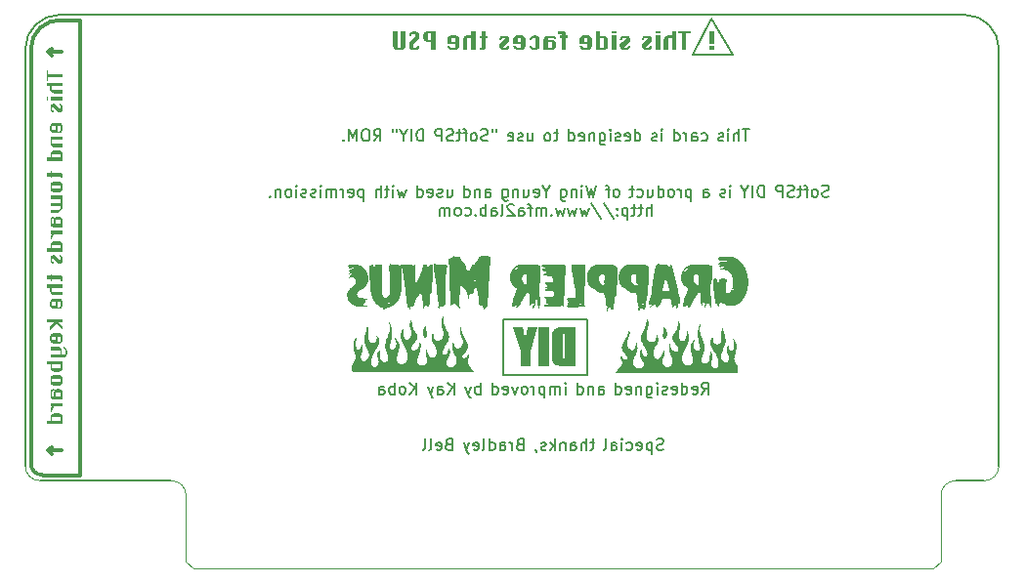
<source format=gbo>
G04 #@! TF.GenerationSoftware,KiCad,Pcbnew,(7.0.0-0)*
G04 #@! TF.CreationDate,2024-01-15T01:27:10+09:00*
G04 #@! TF.ProjectId,Grappler_Minus_Keros_alldip_GH,47726170-706c-4657-925f-4d696e75735f,3*
G04 #@! TF.SameCoordinates,Original*
G04 #@! TF.FileFunction,Legend,Bot*
G04 #@! TF.FilePolarity,Positive*
%FSLAX46Y46*%
G04 Gerber Fmt 4.6, Leading zero omitted, Abs format (unit mm)*
G04 Created by KiCad (PCBNEW (7.0.0-0)) date 2024-01-15 01:27:10*
%MOMM*%
%LPD*%
G01*
G04 APERTURE LIST*
%ADD10C,0.300000*%
%ADD11C,0.000000*%
%ADD12C,0.200000*%
%ADD13C,0.150000*%
G04 #@! TA.AperFunction,Profile*
%ADD14C,0.100000*%
G04 #@! TD*
G04 #@! TA.AperFunction,Profile*
%ADD15C,0.150000*%
G04 #@! TD*
G04 APERTURE END LIST*
D10*
X127000000Y-93420000D02*
X125523463Y-93420000D01*
D11*
G36*
X158498774Y-119182167D02*
G01*
X158498785Y-119228614D01*
X158499211Y-119275053D01*
X158501291Y-119336462D01*
X158505560Y-119397278D01*
X158511937Y-119457522D01*
X158520341Y-119517216D01*
X158530690Y-119576384D01*
X158542904Y-119635048D01*
X158556901Y-119693230D01*
X158572600Y-119750952D01*
X158589919Y-119808237D01*
X158608777Y-119865107D01*
X158629093Y-119921584D01*
X158650785Y-119977692D01*
X158697974Y-120088887D01*
X158749693Y-120198871D01*
X158793104Y-120288030D01*
X158835960Y-120377475D01*
X158920323Y-120557012D01*
X158937794Y-120596996D01*
X158952991Y-120636958D01*
X158965882Y-120676895D01*
X158976436Y-120716803D01*
X158984622Y-120756679D01*
X158990409Y-120796522D01*
X158993765Y-120836327D01*
X158994660Y-120876092D01*
X158993063Y-120915815D01*
X158988942Y-120955492D01*
X158982266Y-120995121D01*
X158973004Y-121034698D01*
X158961125Y-121074221D01*
X158946598Y-121113686D01*
X158929391Y-121153092D01*
X158909474Y-121192435D01*
X158840771Y-121316910D01*
X158771365Y-121441021D01*
X158737042Y-121503256D01*
X158703314Y-121565781D01*
X158670439Y-121628722D01*
X158638674Y-121692206D01*
X158610854Y-121750003D01*
X158583692Y-121808201D01*
X158557306Y-121866798D01*
X158531815Y-121925794D01*
X158507339Y-121985186D01*
X158483997Y-122044974D01*
X158461907Y-122105156D01*
X158441189Y-122165731D01*
X158435658Y-122184200D01*
X158431147Y-122202982D01*
X158427754Y-122221951D01*
X158425579Y-122240983D01*
X158424722Y-122259951D01*
X158425281Y-122278732D01*
X158427356Y-122297199D01*
X158428993Y-122306276D01*
X158431046Y-122315227D01*
X158433527Y-122324038D01*
X158436450Y-122332692D01*
X158439826Y-122341174D01*
X158443668Y-122349468D01*
X158447988Y-122357559D01*
X158452799Y-122365430D01*
X158458112Y-122373067D01*
X158463941Y-122380453D01*
X158470298Y-122387573D01*
X158477196Y-122394411D01*
X158484645Y-122400952D01*
X158492660Y-122407180D01*
X158501253Y-122413079D01*
X158510435Y-122418634D01*
X158520219Y-122423829D01*
X158530619Y-122428648D01*
X158540846Y-122432760D01*
X158551014Y-122436256D01*
X158561116Y-122439151D01*
X158571145Y-122441459D01*
X158581092Y-122443194D01*
X158590952Y-122444372D01*
X158600715Y-122445005D01*
X158610375Y-122445110D01*
X158619924Y-122444700D01*
X158629356Y-122443791D01*
X158638661Y-122442396D01*
X158647835Y-122440529D01*
X158656868Y-122438207D01*
X158665753Y-122435442D01*
X158674484Y-122432250D01*
X158683052Y-122428644D01*
X158691450Y-122424641D01*
X158699671Y-122420253D01*
X158715552Y-122410384D01*
X158730636Y-122399152D01*
X158744864Y-122386675D01*
X158758176Y-122373067D01*
X158770513Y-122358446D01*
X158781817Y-122342927D01*
X158792027Y-122326625D01*
X158802917Y-122306987D01*
X158813135Y-122286949D01*
X158822739Y-122266550D01*
X158831786Y-122245825D01*
X158840336Y-122224812D01*
X158848447Y-122203547D01*
X158863583Y-122160407D01*
X158918233Y-121985101D01*
X158920439Y-121977678D01*
X158922330Y-121970121D01*
X158923939Y-121962406D01*
X158925303Y-121954513D01*
X158926458Y-121946419D01*
X158927438Y-121938103D01*
X158929018Y-121920718D01*
X158931646Y-121882324D01*
X158933262Y-121860967D01*
X158935457Y-121837940D01*
X158961448Y-121869231D01*
X158985019Y-121900612D01*
X159006184Y-121932100D01*
X159024960Y-121963713D01*
X159041361Y-121995471D01*
X159055403Y-122027391D01*
X159067100Y-122059493D01*
X159076467Y-122091794D01*
X159083520Y-122124313D01*
X159088274Y-122157070D01*
X159090744Y-122190081D01*
X159090945Y-122223367D01*
X159088893Y-122256945D01*
X159084601Y-122290834D01*
X159078086Y-122325052D01*
X159069363Y-122359618D01*
X159063564Y-122379215D01*
X159057311Y-122398696D01*
X159043580Y-122437340D01*
X159028440Y-122475598D01*
X159012163Y-122513517D01*
X158995019Y-122551144D01*
X158977279Y-122588528D01*
X158941093Y-122662752D01*
X158923872Y-122696571D01*
X158905710Y-122729926D01*
X158886910Y-122762966D01*
X158867777Y-122795844D01*
X158829725Y-122861713D01*
X158811414Y-122895005D01*
X158793985Y-122928738D01*
X158780874Y-122956970D01*
X158769653Y-122984992D01*
X158760292Y-123012758D01*
X158752761Y-123040222D01*
X158747030Y-123067338D01*
X158743068Y-123094060D01*
X158740847Y-123120343D01*
X158740334Y-123146140D01*
X158741501Y-123171406D01*
X158744317Y-123196095D01*
X158748753Y-123220160D01*
X158754776Y-123243557D01*
X158762359Y-123266238D01*
X158771470Y-123288159D01*
X158782080Y-123309273D01*
X158794157Y-123329535D01*
X158807673Y-123348898D01*
X158822596Y-123367318D01*
X158838898Y-123384746D01*
X158856547Y-123401139D01*
X158875513Y-123416450D01*
X158895767Y-123430633D01*
X158917277Y-123443643D01*
X158940015Y-123455433D01*
X158963950Y-123465957D01*
X158989051Y-123475171D01*
X159015289Y-123483027D01*
X159042633Y-123489480D01*
X159071054Y-123494484D01*
X159100520Y-123497993D01*
X159131002Y-123499961D01*
X159162471Y-123500343D01*
X159185624Y-123499465D01*
X159208580Y-123497466D01*
X159231310Y-123494376D01*
X159253783Y-123490221D01*
X159275969Y-123485027D01*
X159297838Y-123478824D01*
X159319361Y-123471636D01*
X159340508Y-123463493D01*
X159361248Y-123454421D01*
X159381552Y-123444447D01*
X159401390Y-123433598D01*
X159420733Y-123421902D01*
X159439549Y-123409386D01*
X159457810Y-123396077D01*
X159475485Y-123382002D01*
X159492544Y-123367189D01*
X159508959Y-123351664D01*
X159524698Y-123335455D01*
X159539731Y-123318589D01*
X159554030Y-123301093D01*
X159567564Y-123282995D01*
X159580303Y-123264322D01*
X159592217Y-123245100D01*
X159603276Y-123225358D01*
X159613452Y-123205121D01*
X159622712Y-123184419D01*
X159631028Y-123163276D01*
X159638371Y-123141722D01*
X159644709Y-123119783D01*
X159650013Y-123097486D01*
X159654253Y-123074859D01*
X159657399Y-123051928D01*
X159660497Y-123017155D01*
X159661992Y-122982752D01*
X159661939Y-122948700D01*
X159660398Y-122914982D01*
X159657426Y-122881578D01*
X159653079Y-122848470D01*
X159647415Y-122815640D01*
X159640493Y-122783068D01*
X159632368Y-122750737D01*
X159623099Y-122718628D01*
X159612744Y-122686721D01*
X159601359Y-122655000D01*
X159589001Y-122623444D01*
X159575729Y-122592036D01*
X159561600Y-122560757D01*
X159546672Y-122529588D01*
X159487002Y-122408025D01*
X159457616Y-122346934D01*
X159428942Y-122285533D01*
X159401288Y-122223743D01*
X159374965Y-122161487D01*
X159350280Y-122098688D01*
X159327543Y-122035266D01*
X159313082Y-121989470D01*
X159300786Y-121943519D01*
X159290642Y-121897376D01*
X159282636Y-121851005D01*
X159276756Y-121804371D01*
X159272989Y-121757438D01*
X159271321Y-121710168D01*
X159271739Y-121662528D01*
X159274231Y-121614480D01*
X159278783Y-121565988D01*
X159285382Y-121517017D01*
X159294016Y-121467531D01*
X159304671Y-121417494D01*
X159317333Y-121366869D01*
X159331991Y-121315621D01*
X159348631Y-121263714D01*
X159362081Y-121315127D01*
X159372949Y-121357734D01*
X159377901Y-121376577D01*
X159382791Y-121394229D01*
X159387812Y-121411027D01*
X159393161Y-121427306D01*
X159444873Y-121584456D01*
X159458557Y-121623402D01*
X159473208Y-121661860D01*
X159489160Y-121699652D01*
X159497728Y-121718245D01*
X159506746Y-121736604D01*
X159517997Y-121757951D01*
X159529445Y-121778039D01*
X159541091Y-121796869D01*
X159552933Y-121814443D01*
X159564972Y-121830764D01*
X159577207Y-121845831D01*
X159589637Y-121859648D01*
X159602264Y-121872216D01*
X159615086Y-121883537D01*
X159628102Y-121893611D01*
X159641314Y-121902442D01*
X159654720Y-121910031D01*
X159668320Y-121916378D01*
X159682114Y-121921487D01*
X159696102Y-121925358D01*
X159710283Y-121927994D01*
X159724657Y-121929396D01*
X159739224Y-121929565D01*
X159753983Y-121928504D01*
X159768935Y-121926214D01*
X159784078Y-121922697D01*
X159799412Y-121917954D01*
X159814938Y-121911988D01*
X159830655Y-121904799D01*
X159846563Y-121896390D01*
X159862661Y-121886761D01*
X159878949Y-121875916D01*
X159895427Y-121863855D01*
X159912095Y-121850581D01*
X159928951Y-121836094D01*
X159945997Y-121820397D01*
X159963231Y-121803491D01*
X160006234Y-121757177D01*
X160044740Y-121709681D01*
X160062302Y-121685500D01*
X160078732Y-121661038D01*
X160094030Y-121636299D01*
X160108191Y-121611288D01*
X160121214Y-121586010D01*
X160133097Y-121560468D01*
X160143837Y-121534668D01*
X160153432Y-121508615D01*
X160161879Y-121482313D01*
X160169177Y-121455766D01*
X160175322Y-121428980D01*
X160180312Y-121401960D01*
X160184145Y-121374709D01*
X160186819Y-121347233D01*
X160188331Y-121319537D01*
X160188678Y-121291624D01*
X160187860Y-121263500D01*
X160185872Y-121235170D01*
X160182713Y-121206637D01*
X160178381Y-121177908D01*
X160172872Y-121148985D01*
X160166185Y-121119875D01*
X160158317Y-121090582D01*
X160149266Y-121061110D01*
X160127606Y-121001650D01*
X160101184Y-120941532D01*
X160079869Y-120895710D01*
X160059631Y-120849752D01*
X160040613Y-120803631D01*
X160022953Y-120757314D01*
X160006792Y-120710775D01*
X159992270Y-120663982D01*
X159979528Y-120616906D01*
X159968705Y-120569518D01*
X159959941Y-120521787D01*
X159953378Y-120473686D01*
X159949155Y-120425183D01*
X159947412Y-120376249D01*
X159948289Y-120326855D01*
X159951927Y-120276971D01*
X159958466Y-120226568D01*
X159968046Y-120175616D01*
X159971329Y-120161401D01*
X159975042Y-120147221D01*
X159979274Y-120133033D01*
X159984109Y-120118794D01*
X159986781Y-120111641D01*
X159989636Y-120104459D01*
X159992685Y-120097242D01*
X159995940Y-120089984D01*
X159999410Y-120082681D01*
X160003107Y-120075327D01*
X160007042Y-120067916D01*
X160011225Y-120060443D01*
X160027387Y-120152526D01*
X160048061Y-120242665D01*
X160072812Y-120331044D01*
X160101206Y-120417849D01*
X160132810Y-120503265D01*
X160167189Y-120587478D01*
X160203910Y-120670672D01*
X160242538Y-120753033D01*
X160323780Y-120915994D01*
X160407444Y-121077843D01*
X160490057Y-121240061D01*
X160568148Y-121404130D01*
X160586697Y-121448152D01*
X160602368Y-121491703D01*
X160615119Y-121534795D01*
X160624903Y-121577441D01*
X160631678Y-121619653D01*
X160635398Y-121661443D01*
X160636019Y-121702823D01*
X160633496Y-121743805D01*
X160627786Y-121784402D01*
X160618844Y-121824626D01*
X160606625Y-121864488D01*
X160591086Y-121904002D01*
X160572181Y-121943180D01*
X160549866Y-121982033D01*
X160524098Y-122020573D01*
X160494831Y-122058814D01*
X160430526Y-122138591D01*
X160367044Y-122219046D01*
X160304346Y-122300117D01*
X160242392Y-122381738D01*
X160216221Y-122416332D01*
X160203300Y-122434038D01*
X160197041Y-122443006D01*
X160190977Y-122452057D01*
X160185155Y-122461195D01*
X160179619Y-122470422D01*
X160174417Y-122479743D01*
X160169593Y-122489162D01*
X160165193Y-122498682D01*
X160161264Y-122508309D01*
X160157851Y-122518044D01*
X160155000Y-122527893D01*
X160152519Y-122538188D01*
X160150263Y-122548998D01*
X160148273Y-122560216D01*
X160146589Y-122571734D01*
X160145252Y-122583446D01*
X160144303Y-122595244D01*
X160143783Y-122607021D01*
X160143732Y-122618668D01*
X160144191Y-122630080D01*
X160145201Y-122641149D01*
X160146802Y-122651767D01*
X160149035Y-122661827D01*
X160151942Y-122671222D01*
X160155562Y-122679844D01*
X160157653Y-122683832D01*
X160159937Y-122687587D01*
X160162420Y-122691095D01*
X160165107Y-122694342D01*
X160168197Y-122697564D01*
X160171575Y-122700664D01*
X160175225Y-122703641D01*
X160179132Y-122706495D01*
X160187654Y-122711825D01*
X160197019Y-122716644D01*
X160207105Y-122720941D01*
X160217790Y-122724706D01*
X160228950Y-122727928D01*
X160240464Y-122730597D01*
X160252208Y-122732702D01*
X160264061Y-122734233D01*
X160275901Y-122735179D01*
X160287604Y-122735530D01*
X160299048Y-122735276D01*
X160310111Y-122734406D01*
X160320671Y-122732909D01*
X160330604Y-122730776D01*
X160347865Y-122726019D01*
X160364584Y-122720745D01*
X160380765Y-122714960D01*
X160396413Y-122708670D01*
X160411533Y-122701883D01*
X160426130Y-122694606D01*
X160440209Y-122686845D01*
X160453775Y-122678608D01*
X160466834Y-122669902D01*
X160479389Y-122660734D01*
X160491445Y-122651110D01*
X160503009Y-122641038D01*
X160514084Y-122630525D01*
X160524676Y-122619577D01*
X160534790Y-122608202D01*
X160544430Y-122596407D01*
X160553602Y-122584199D01*
X160562311Y-122571584D01*
X160570561Y-122558570D01*
X160578357Y-122545163D01*
X160585705Y-122531372D01*
X160592609Y-122517202D01*
X160605107Y-122487754D01*
X160615889Y-122456878D01*
X160624995Y-122424628D01*
X160632466Y-122391061D01*
X160638341Y-122356232D01*
X160657536Y-122377483D01*
X160674915Y-122399151D01*
X160690398Y-122421226D01*
X160703907Y-122443698D01*
X160709895Y-122455080D01*
X160715361Y-122466558D01*
X160720293Y-122478130D01*
X160724681Y-122489796D01*
X160728517Y-122501553D01*
X160731789Y-122513401D01*
X160734488Y-122525339D01*
X160736604Y-122537365D01*
X160738127Y-122549479D01*
X160739048Y-122561678D01*
X160739355Y-122573962D01*
X160739040Y-122586329D01*
X160738093Y-122598779D01*
X160736502Y-122611310D01*
X160734260Y-122623920D01*
X160731355Y-122636609D01*
X160727778Y-122649375D01*
X160723519Y-122662218D01*
X160718567Y-122675135D01*
X160712914Y-122688127D01*
X160706549Y-122701190D01*
X160699462Y-122714325D01*
X160691643Y-122727530D01*
X160683082Y-122740804D01*
X160670351Y-122760533D01*
X160658762Y-122780067D01*
X160648290Y-122799415D01*
X160638912Y-122818583D01*
X160630603Y-122837579D01*
X160623339Y-122856411D01*
X160617096Y-122875085D01*
X160611850Y-122893609D01*
X160607576Y-122911991D01*
X160604249Y-122930238D01*
X160601847Y-122948358D01*
X160600345Y-122966357D01*
X160599718Y-122984244D01*
X160599942Y-123002025D01*
X160600993Y-123019709D01*
X160602847Y-123037302D01*
X160608867Y-123072247D01*
X160617806Y-123106920D01*
X160629473Y-123141380D01*
X160643672Y-123175686D01*
X160660211Y-123209899D01*
X160678894Y-123244077D01*
X160699530Y-123278280D01*
X160721923Y-123312568D01*
X161137822Y-123932858D01*
X161098941Y-123935213D01*
X161063851Y-123937530D01*
X161031290Y-123939297D01*
X161015565Y-123939814D01*
X161000000Y-123940000D01*
X150760704Y-123942648D01*
X150739680Y-123942266D01*
X150720406Y-123941032D01*
X150702799Y-123938872D01*
X150694595Y-123937421D01*
X150686777Y-123935710D01*
X150679334Y-123933731D01*
X150672256Y-123931473D01*
X150665532Y-123928927D01*
X150659152Y-123926084D01*
X150653106Y-123922936D01*
X150647383Y-123919471D01*
X150641973Y-123915682D01*
X150636866Y-123911558D01*
X150632050Y-123907091D01*
X150627517Y-123902271D01*
X150623254Y-123897089D01*
X150619253Y-123891536D01*
X150615501Y-123885601D01*
X150611991Y-123879277D01*
X150608709Y-123872553D01*
X150605647Y-123865420D01*
X150602794Y-123857869D01*
X150600140Y-123849891D01*
X150595384Y-123832614D01*
X150591298Y-123813517D01*
X150587799Y-123792523D01*
X150580804Y-123739596D01*
X150575574Y-123687199D01*
X150572234Y-123635346D01*
X150570912Y-123584050D01*
X150571736Y-123533326D01*
X150574833Y-123483187D01*
X150580331Y-123433648D01*
X150588358Y-123384723D01*
X150599039Y-123336426D01*
X150612504Y-123288771D01*
X150628880Y-123241771D01*
X150648294Y-123195442D01*
X150670873Y-123149797D01*
X150696745Y-123104850D01*
X150726038Y-123060616D01*
X150758878Y-123017107D01*
X150785750Y-122981483D01*
X150809346Y-122945632D01*
X150829759Y-122909518D01*
X150847083Y-122873100D01*
X150861410Y-122836338D01*
X150872833Y-122799195D01*
X150881446Y-122761630D01*
X150887340Y-122723605D01*
X150890610Y-122685080D01*
X150891347Y-122646016D01*
X150889646Y-122606374D01*
X150885598Y-122566114D01*
X150879297Y-122525197D01*
X150870836Y-122483585D01*
X150860308Y-122441237D01*
X150847805Y-122398115D01*
X150819439Y-122302231D01*
X150793406Y-122205283D01*
X150769868Y-122107456D01*
X150748986Y-122008936D01*
X150730924Y-121909909D01*
X150715843Y-121810560D01*
X150703905Y-121711076D01*
X150695273Y-121611641D01*
X150693273Y-121559289D01*
X150694575Y-121507725D01*
X150699102Y-121456925D01*
X150706780Y-121406862D01*
X150717531Y-121357512D01*
X150731280Y-121308850D01*
X150747951Y-121260850D01*
X150767467Y-121213486D01*
X150789754Y-121166735D01*
X150814734Y-121120570D01*
X150842331Y-121074966D01*
X150872471Y-121029898D01*
X150905076Y-120985341D01*
X150940071Y-120941270D01*
X150977380Y-120897659D01*
X151016926Y-120854483D01*
X151004091Y-120916937D01*
X150990932Y-120976846D01*
X150965600Y-121090597D01*
X150954404Y-121145223D01*
X150944838Y-121198871D01*
X150937391Y-121251934D01*
X150934614Y-121278368D01*
X150932551Y-121304804D01*
X150929481Y-121366881D01*
X150928116Y-121429160D01*
X150928345Y-121491567D01*
X150930057Y-121554027D01*
X150933140Y-121616468D01*
X150937484Y-121678816D01*
X150942978Y-121740996D01*
X150949511Y-121802934D01*
X150952112Y-121820531D01*
X150955874Y-121837706D01*
X150960801Y-121854360D01*
X150966898Y-121870393D01*
X150974172Y-121885707D01*
X150978251Y-121893063D01*
X150982627Y-121900202D01*
X150987300Y-121907111D01*
X150992270Y-121913779D01*
X150997538Y-121920192D01*
X151003105Y-121926339D01*
X151008972Y-121932207D01*
X151015139Y-121937784D01*
X151021607Y-121943057D01*
X151028377Y-121948014D01*
X151035449Y-121952642D01*
X151042824Y-121956929D01*
X151050503Y-121960863D01*
X151058486Y-121964431D01*
X151066775Y-121967622D01*
X151075369Y-121970421D01*
X151084270Y-121972818D01*
X151093478Y-121974800D01*
X151102994Y-121976354D01*
X151112818Y-121977468D01*
X151122952Y-121978130D01*
X151133396Y-121978327D01*
X151144202Y-121978096D01*
X151154771Y-121977487D01*
X151165100Y-121976502D01*
X151175187Y-121975146D01*
X151185031Y-121973422D01*
X151194628Y-121971335D01*
X151203976Y-121968886D01*
X151213074Y-121966081D01*
X151221919Y-121962923D01*
X151230508Y-121959416D01*
X151238840Y-121955563D01*
X151246912Y-121951368D01*
X151254721Y-121946835D01*
X151262267Y-121941968D01*
X151269545Y-121936769D01*
X151276555Y-121931244D01*
X151283294Y-121925395D01*
X151289759Y-121919227D01*
X151295949Y-121912742D01*
X151301860Y-121905945D01*
X151307492Y-121898840D01*
X151312841Y-121891430D01*
X151317905Y-121883718D01*
X151322683Y-121875709D01*
X151327171Y-121867407D01*
X151331368Y-121858814D01*
X151338878Y-121840773D01*
X151345195Y-121821616D01*
X151350301Y-121801373D01*
X151357521Y-121764397D01*
X151363500Y-121726584D01*
X151368591Y-121687444D01*
X151373145Y-121646487D01*
X151382050Y-121557162D01*
X151387105Y-121507814D01*
X151393032Y-121454690D01*
X151410335Y-121489400D01*
X151426882Y-121521373D01*
X151457107Y-121578995D01*
X151470483Y-121605585D01*
X151482500Y-121631323D01*
X151487952Y-121644019D01*
X151493007Y-121656680D01*
X151497648Y-121669362D01*
X151501855Y-121682126D01*
X151513490Y-121723987D01*
X151522367Y-121765577D01*
X151528602Y-121806899D01*
X151532312Y-121847961D01*
X151533612Y-121888768D01*
X151532618Y-121929325D01*
X151529446Y-121969639D01*
X151524212Y-122009714D01*
X151517033Y-122049556D01*
X151508023Y-122089172D01*
X151497300Y-122128566D01*
X151484978Y-122167745D01*
X151471174Y-122206714D01*
X151456004Y-122245479D01*
X151439584Y-122284045D01*
X151422030Y-122322418D01*
X151408184Y-122353117D01*
X151395683Y-122383841D01*
X151384594Y-122414596D01*
X151374984Y-122445388D01*
X151366921Y-122476222D01*
X151360473Y-122507105D01*
X151355705Y-122538042D01*
X151352686Y-122569040D01*
X151351483Y-122600103D01*
X151352164Y-122631238D01*
X151354795Y-122662451D01*
X151359444Y-122693748D01*
X151366179Y-122725134D01*
X151375066Y-122756615D01*
X151386173Y-122788198D01*
X151399567Y-122819888D01*
X151407831Y-122837070D01*
X151416440Y-122853348D01*
X151425385Y-122868721D01*
X151434658Y-122883187D01*
X151444250Y-122896743D01*
X151454153Y-122909388D01*
X151464357Y-122921121D01*
X151474854Y-122931939D01*
X151485636Y-122941841D01*
X151496694Y-122950825D01*
X151508020Y-122958889D01*
X151519604Y-122966031D01*
X151531439Y-122972251D01*
X151543515Y-122977545D01*
X151555824Y-122981913D01*
X151568358Y-122985351D01*
X151581107Y-122987860D01*
X151594064Y-122989437D01*
X151607219Y-122990079D01*
X151620564Y-122989786D01*
X151634091Y-122988556D01*
X151647790Y-122986387D01*
X151661654Y-122983276D01*
X151675673Y-122979223D01*
X151689839Y-122974226D01*
X151704143Y-122968282D01*
X151718578Y-122961390D01*
X151733133Y-122953549D01*
X151747801Y-122944756D01*
X151762573Y-122935010D01*
X151777440Y-122924309D01*
X151792394Y-122912651D01*
X151837976Y-122874193D01*
X151879144Y-122836080D01*
X151898082Y-122817083D01*
X151915928Y-122798089D01*
X151932685Y-122779070D01*
X151948357Y-122759998D01*
X151962948Y-122740846D01*
X151976461Y-122721585D01*
X151988899Y-122702187D01*
X152000268Y-122682625D01*
X152010570Y-122662871D01*
X152019809Y-122642898D01*
X152027989Y-122622676D01*
X152035113Y-122602179D01*
X152041185Y-122581378D01*
X152046209Y-122560246D01*
X152050188Y-122538755D01*
X152053126Y-122516877D01*
X152055027Y-122494584D01*
X152055895Y-122471848D01*
X152055732Y-122448642D01*
X152054544Y-122424937D01*
X152052332Y-122400707D01*
X152049102Y-122375922D01*
X152044857Y-122350555D01*
X152039600Y-122324579D01*
X152033336Y-122297964D01*
X152026067Y-122270685D01*
X152008532Y-122214018D01*
X151975040Y-122117380D01*
X151939857Y-122021292D01*
X151903236Y-121925684D01*
X151865429Y-121830485D01*
X151787266Y-121641038D01*
X151707383Y-121452389D01*
X151692967Y-121416645D01*
X151680110Y-121380917D01*
X151668812Y-121345188D01*
X151659072Y-121309437D01*
X151650890Y-121273646D01*
X151644266Y-121237796D01*
X151639200Y-121201869D01*
X151635691Y-121165845D01*
X151633740Y-121129706D01*
X151633346Y-121093432D01*
X151634510Y-121057006D01*
X151637230Y-121020408D01*
X151641506Y-120983619D01*
X151647340Y-120946620D01*
X151654729Y-120909393D01*
X151663674Y-120871919D01*
X151730476Y-120608274D01*
X151795100Y-120345296D01*
X151920850Y-119827027D01*
X151945446Y-119946513D01*
X151968488Y-120067876D01*
X151989165Y-120190997D01*
X152006664Y-120315759D01*
X152020173Y-120442041D01*
X152025177Y-120505715D01*
X152028880Y-120569724D01*
X152031179Y-120634054D01*
X152031973Y-120698690D01*
X152031161Y-120763617D01*
X152028641Y-120828819D01*
X152026897Y-120871392D01*
X152026183Y-120914242D01*
X152026635Y-120957225D01*
X152028389Y-121000196D01*
X152031582Y-121043011D01*
X152036350Y-121085525D01*
X152042830Y-121127594D01*
X152046754Y-121148416D01*
X152051157Y-121169073D01*
X152055077Y-121185030D01*
X152059492Y-121200439D01*
X152064397Y-121215300D01*
X152069785Y-121229615D01*
X152075651Y-121243385D01*
X152081989Y-121256611D01*
X152088793Y-121269294D01*
X152096059Y-121281437D01*
X152103780Y-121293040D01*
X152111951Y-121304103D01*
X152120566Y-121314630D01*
X152129620Y-121324620D01*
X152139106Y-121334076D01*
X152149020Y-121342998D01*
X152159356Y-121351387D01*
X152170107Y-121359245D01*
X152181269Y-121366574D01*
X152192835Y-121373374D01*
X152204801Y-121379647D01*
X152217160Y-121385394D01*
X152229907Y-121390616D01*
X152243036Y-121395314D01*
X152256541Y-121399491D01*
X152270418Y-121403146D01*
X152284660Y-121406281D01*
X152299262Y-121408899D01*
X152314217Y-121410999D01*
X152329522Y-121412583D01*
X152345169Y-121413652D01*
X152361153Y-121414208D01*
X152377468Y-121414252D01*
X152394110Y-121413786D01*
X152425926Y-121411338D01*
X152456330Y-121406805D01*
X152470991Y-121403762D01*
X152485287Y-121400206D01*
X152499211Y-121396139D01*
X152512759Y-121391563D01*
X152525928Y-121386480D01*
X152538712Y-121380893D01*
X152551106Y-121374805D01*
X152563107Y-121368218D01*
X152574710Y-121361134D01*
X152585910Y-121353556D01*
X152596702Y-121345486D01*
X152607083Y-121336927D01*
X152617047Y-121327882D01*
X152626590Y-121318352D01*
X152635707Y-121308341D01*
X152644394Y-121297850D01*
X152652647Y-121286882D01*
X152660460Y-121275440D01*
X152667830Y-121263526D01*
X152674751Y-121251142D01*
X152681220Y-121238292D01*
X152687231Y-121224977D01*
X152692780Y-121211200D01*
X152697862Y-121196963D01*
X152702473Y-121182269D01*
X152706609Y-121167121D01*
X152713436Y-121135470D01*
X152717023Y-121112790D01*
X152719730Y-121089921D01*
X152721678Y-121066907D01*
X152722990Y-121043789D01*
X152723788Y-121020610D01*
X152724192Y-120997414D01*
X152724310Y-120951135D01*
X152723964Y-120929934D01*
X152723082Y-120908685D01*
X152721777Y-120887335D01*
X152720162Y-120865833D01*
X152712879Y-120777277D01*
X152731365Y-120787814D01*
X152749333Y-120799501D01*
X152766761Y-120812290D01*
X152783626Y-120826134D01*
X152799906Y-120840985D01*
X152815579Y-120856796D01*
X152830623Y-120873520D01*
X152845015Y-120891108D01*
X152858733Y-120909514D01*
X152871755Y-120928689D01*
X152884058Y-120948587D01*
X152895621Y-120969160D01*
X152906422Y-120990360D01*
X152916436Y-121012141D01*
X152925644Y-121034454D01*
X152934022Y-121057252D01*
X152941547Y-121080488D01*
X152948199Y-121104114D01*
X152953954Y-121128083D01*
X152958790Y-121152347D01*
X152962686Y-121176859D01*
X152965618Y-121201571D01*
X152967564Y-121226436D01*
X152968503Y-121251406D01*
X152968412Y-121276434D01*
X152967268Y-121301473D01*
X152965050Y-121326474D01*
X152961735Y-121351391D01*
X152957301Y-121376176D01*
X152951725Y-121400782D01*
X152944986Y-121425161D01*
X152937061Y-121449265D01*
X152912314Y-121514995D01*
X152885049Y-121580213D01*
X152855360Y-121644694D01*
X152823343Y-121708213D01*
X152789094Y-121770547D01*
X152752707Y-121831471D01*
X152714280Y-121890760D01*
X152673906Y-121948190D01*
X152632713Y-122005919D01*
X152593259Y-122064276D01*
X152555603Y-122123289D01*
X152519803Y-122182984D01*
X152485917Y-122243388D01*
X152454003Y-122304527D01*
X152424118Y-122366429D01*
X152396322Y-122429120D01*
X152370671Y-122492627D01*
X152347224Y-122556976D01*
X152326040Y-122622195D01*
X152307175Y-122688309D01*
X152290688Y-122755346D01*
X152276637Y-122823332D01*
X152265081Y-122892294D01*
X152256076Y-122962259D01*
X152254071Y-122984475D01*
X152252871Y-123006880D01*
X152252437Y-123029444D01*
X152252730Y-123052137D01*
X152253710Y-123074927D01*
X152255338Y-123097785D01*
X152257576Y-123120678D01*
X152260382Y-123143578D01*
X152263719Y-123166452D01*
X152267547Y-123189272D01*
X152276518Y-123234622D01*
X152286981Y-123279382D01*
X152298621Y-123323309D01*
X152301704Y-123333490D01*
X152305173Y-123343343D01*
X152309018Y-123352870D01*
X152313231Y-123362072D01*
X152317801Y-123370951D01*
X152322720Y-123379509D01*
X152327979Y-123387747D01*
X152333568Y-123395667D01*
X152339478Y-123403271D01*
X152345699Y-123410561D01*
X152352224Y-123417538D01*
X152359042Y-123424205D01*
X152366144Y-123430562D01*
X152373520Y-123436611D01*
X152381163Y-123442355D01*
X152389062Y-123447795D01*
X152397209Y-123452932D01*
X152405593Y-123457769D01*
X152414206Y-123462307D01*
X152423039Y-123466548D01*
X152432083Y-123470494D01*
X152441327Y-123474146D01*
X152450763Y-123477506D01*
X152460382Y-123480575D01*
X152480132Y-123485851D01*
X152500501Y-123489986D01*
X152521417Y-123492995D01*
X152542805Y-123494891D01*
X152562652Y-123495456D01*
X152581788Y-123494652D01*
X152600226Y-123492514D01*
X152617979Y-123489074D01*
X152635057Y-123484366D01*
X152651473Y-123478422D01*
X152667240Y-123471276D01*
X152682369Y-123462962D01*
X152696873Y-123453512D01*
X152710764Y-123442960D01*
X152724054Y-123431340D01*
X152736754Y-123418683D01*
X152748878Y-123405024D01*
X152760437Y-123390396D01*
X152771443Y-123374832D01*
X152781909Y-123358366D01*
X152799537Y-123328087D01*
X152815901Y-123297649D01*
X152830917Y-123267028D01*
X152844498Y-123236200D01*
X152856562Y-123205143D01*
X152867022Y-123173833D01*
X152875793Y-123142246D01*
X152882791Y-123110359D01*
X152887932Y-123078148D01*
X152891129Y-123045590D01*
X152892298Y-123012661D01*
X152891354Y-122979338D01*
X152888212Y-122945597D01*
X152882787Y-122911415D01*
X152874995Y-122876769D01*
X152864750Y-122841634D01*
X152851947Y-122800746D01*
X152839978Y-122759531D01*
X152828827Y-122718033D01*
X152818478Y-122676297D01*
X152808914Y-122634367D01*
X152800118Y-122592288D01*
X152792074Y-122550105D01*
X152784767Y-122507863D01*
X152779587Y-122468244D01*
X152777152Y-122429293D01*
X152777428Y-122391094D01*
X152780381Y-122353731D01*
X152785978Y-122317285D01*
X152794184Y-122281842D01*
X152804965Y-122247485D01*
X152818288Y-122214297D01*
X152834119Y-122182361D01*
X152852424Y-122151761D01*
X152873168Y-122122581D01*
X152896319Y-122094904D01*
X152921843Y-122068814D01*
X152949704Y-122044394D01*
X152979870Y-122021727D01*
X153012307Y-122000897D01*
X153010293Y-122021705D01*
X153008091Y-122041626D01*
X153003781Y-122079297D01*
X153002001Y-122097291D01*
X153000691Y-122114889D01*
X153000014Y-122132211D01*
X152999965Y-122140808D01*
X153000136Y-122149381D01*
X153004725Y-122281011D01*
X153010018Y-122412615D01*
X153016581Y-122544140D01*
X153024980Y-122675531D01*
X153025873Y-122685155D01*
X153027138Y-122694786D01*
X153028750Y-122704416D01*
X153030685Y-122714040D01*
X153032919Y-122723652D01*
X153035428Y-122733244D01*
X153038187Y-122742811D01*
X153041173Y-122752346D01*
X153047726Y-122771297D01*
X153054895Y-122790047D01*
X153062485Y-122808545D01*
X153070303Y-122826740D01*
X153078301Y-122844173D01*
X153086842Y-122861112D01*
X153095903Y-122877545D01*
X153105464Y-122893459D01*
X153115501Y-122908842D01*
X153125992Y-122923681D01*
X153136917Y-122937964D01*
X153148252Y-122951679D01*
X153159976Y-122964812D01*
X153172067Y-122977353D01*
X153184502Y-122989288D01*
X153197260Y-123000605D01*
X153210319Y-123011291D01*
X153223657Y-123021334D01*
X153237251Y-123030722D01*
X153251080Y-123039442D01*
X153265122Y-123047482D01*
X153279354Y-123054829D01*
X153293755Y-123061472D01*
X153308303Y-123067397D01*
X153322975Y-123072592D01*
X153337750Y-123077044D01*
X153352606Y-123080742D01*
X153367521Y-123083673D01*
X153382472Y-123085825D01*
X153397438Y-123087184D01*
X153412396Y-123087739D01*
X153427325Y-123087478D01*
X153442203Y-123086387D01*
X153457007Y-123084455D01*
X153471716Y-123081668D01*
X153486308Y-123078015D01*
X153503448Y-123072791D01*
X153520058Y-123066924D01*
X153536126Y-123060422D01*
X153551642Y-123053295D01*
X153566597Y-123045552D01*
X153580981Y-123037202D01*
X153594784Y-123028255D01*
X153607995Y-123018720D01*
X153620605Y-123008606D01*
X153632603Y-122997923D01*
X153643980Y-122986680D01*
X153654726Y-122974885D01*
X153664830Y-122962549D01*
X153674283Y-122949681D01*
X153683075Y-122936290D01*
X153691195Y-122922384D01*
X153698634Y-122907974D01*
X153705381Y-122893069D01*
X153711427Y-122877678D01*
X153716762Y-122861810D01*
X153721376Y-122845475D01*
X153725258Y-122828682D01*
X153728399Y-122811439D01*
X153730788Y-122793758D01*
X153732416Y-122775645D01*
X153733273Y-122757112D01*
X153733348Y-122738167D01*
X153732632Y-122718820D01*
X153731115Y-122699079D01*
X153728786Y-122678954D01*
X153725636Y-122658455D01*
X153721655Y-122637590D01*
X153709073Y-122581471D01*
X153694852Y-122525521D01*
X153679038Y-122469846D01*
X153661677Y-122414553D01*
X153642814Y-122359749D01*
X153622494Y-122305540D01*
X153600764Y-122252033D01*
X153577668Y-122199335D01*
X153550738Y-122135897D01*
X153527606Y-122072486D01*
X153508192Y-122009095D01*
X153492411Y-121945714D01*
X153480182Y-121882333D01*
X153471422Y-121818944D01*
X153466048Y-121755538D01*
X153463977Y-121692105D01*
X153465127Y-121628637D01*
X153469416Y-121565123D01*
X153476760Y-121501556D01*
X153487077Y-121437926D01*
X153500284Y-121374224D01*
X153516300Y-121310440D01*
X153535040Y-121246567D01*
X153556423Y-121182594D01*
X153626947Y-120983194D01*
X153662753Y-120883691D01*
X153699456Y-120784528D01*
X153771299Y-120588299D01*
X153799851Y-120503720D01*
X153823588Y-120426220D01*
X153842583Y-120354343D01*
X153856910Y-120286631D01*
X153866642Y-120221627D01*
X153871852Y-120157872D01*
X153872615Y-120093910D01*
X153869002Y-120028283D01*
X153861088Y-119959534D01*
X153848947Y-119886205D01*
X153832651Y-119806838D01*
X153812274Y-119719977D01*
X153759570Y-119517941D01*
X153775647Y-119542272D01*
X153792101Y-119566415D01*
X153825150Y-119614623D01*
X153841250Y-119638935D01*
X153856736Y-119663550D01*
X153864172Y-119676010D01*
X153871361Y-119688591D01*
X153878273Y-119701310D01*
X153884877Y-119714182D01*
X153915957Y-119780874D01*
X153943285Y-119848121D01*
X153967021Y-119915886D01*
X153987326Y-119984131D01*
X154004362Y-120052819D01*
X154018289Y-120121914D01*
X154029269Y-120191377D01*
X154037462Y-120261172D01*
X154043030Y-120331261D01*
X154046133Y-120401606D01*
X154046932Y-120472172D01*
X154045589Y-120542920D01*
X154042264Y-120613814D01*
X154037119Y-120684815D01*
X154030314Y-120755887D01*
X154022010Y-120826993D01*
X154007971Y-120926450D01*
X153991356Y-121025609D01*
X153972584Y-121124502D01*
X153952074Y-121223157D01*
X153907524Y-121419876D01*
X153861064Y-121616007D01*
X153856502Y-121637529D01*
X153853120Y-121658510D01*
X153850928Y-121678972D01*
X153849935Y-121698935D01*
X153850151Y-121718420D01*
X153851585Y-121737447D01*
X153854248Y-121756036D01*
X153858147Y-121774208D01*
X153863294Y-121791985D01*
X153869698Y-121809385D01*
X153877368Y-121826431D01*
X153886313Y-121843141D01*
X153896544Y-121859538D01*
X153908069Y-121875641D01*
X153920899Y-121891471D01*
X153935042Y-121907049D01*
X153945411Y-121917534D01*
X153955772Y-121927333D01*
X153966126Y-121936448D01*
X153976472Y-121944878D01*
X153986811Y-121952623D01*
X153997143Y-121959684D01*
X154007468Y-121966060D01*
X154017788Y-121971751D01*
X154028102Y-121976758D01*
X154038410Y-121981081D01*
X154048713Y-121984720D01*
X154059011Y-121987674D01*
X154069305Y-121989944D01*
X154079594Y-121991530D01*
X154089880Y-121992433D01*
X154100162Y-121992651D01*
X154110441Y-121992186D01*
X154120716Y-121991037D01*
X154130989Y-121989204D01*
X154141260Y-121986688D01*
X154151529Y-121983489D01*
X154161796Y-121979606D01*
X154172062Y-121975040D01*
X154182327Y-121969791D01*
X154192591Y-121963858D01*
X154202855Y-121957243D01*
X154213119Y-121949945D01*
X154223383Y-121941964D01*
X154233648Y-121933300D01*
X154243913Y-121923953D01*
X154254180Y-121913924D01*
X154264448Y-121903212D01*
X154292738Y-121870573D01*
X154317783Y-121837135D01*
X154339712Y-121802940D01*
X154358654Y-121768029D01*
X154374737Y-121732443D01*
X154388088Y-121696223D01*
X154398835Y-121659411D01*
X154407108Y-121622046D01*
X154413034Y-121584172D01*
X154416741Y-121545828D01*
X154418358Y-121507056D01*
X154418013Y-121467897D01*
X154415833Y-121428393D01*
X154411947Y-121388584D01*
X154406484Y-121348512D01*
X154399571Y-121308217D01*
X154390014Y-121262012D01*
X154378899Y-121215736D01*
X154366452Y-121168980D01*
X154352902Y-121121336D01*
X154323397Y-121021746D01*
X154307897Y-120968983D01*
X154292203Y-120913697D01*
X154389274Y-121026728D01*
X154435695Y-121082877D01*
X154480020Y-121139130D01*
X154521734Y-121195748D01*
X154560322Y-121252993D01*
X154595269Y-121311126D01*
X154626061Y-121370407D01*
X154639738Y-121400560D01*
X154652183Y-121431099D01*
X154663332Y-121462055D01*
X154673120Y-121493462D01*
X154681483Y-121525352D01*
X154688357Y-121557757D01*
X154693678Y-121590711D01*
X154697380Y-121624247D01*
X154699401Y-121658396D01*
X154699674Y-121693191D01*
X154698137Y-121728666D01*
X154694724Y-121764852D01*
X154689371Y-121801782D01*
X154682015Y-121839490D01*
X154672590Y-121878007D01*
X154661032Y-121917367D01*
X154633511Y-122007257D01*
X154607751Y-122097756D01*
X154583562Y-122188769D01*
X154560755Y-122280203D01*
X154539138Y-122371965D01*
X154518521Y-122463960D01*
X154479528Y-122648278D01*
X154472546Y-122685034D01*
X154466861Y-122721595D01*
X154462668Y-122757891D01*
X154460158Y-122793852D01*
X154459527Y-122829407D01*
X154460968Y-122864485D01*
X154464674Y-122899018D01*
X154470840Y-122932934D01*
X154479659Y-122966163D01*
X154491324Y-122998635D01*
X154498285Y-123014565D01*
X154506031Y-123030280D01*
X154514585Y-123045770D01*
X154523972Y-123061027D01*
X154534216Y-123076042D01*
X154545341Y-123090806D01*
X154557372Y-123105311D01*
X154570332Y-123119548D01*
X154584246Y-123133507D01*
X154599138Y-123147180D01*
X154615033Y-123160559D01*
X154631954Y-123173634D01*
X154657922Y-123191822D01*
X154683981Y-123207971D01*
X154710144Y-123222074D01*
X154736424Y-123234123D01*
X154762834Y-123244109D01*
X154789386Y-123252025D01*
X154816094Y-123257863D01*
X154842970Y-123261615D01*
X154870026Y-123263273D01*
X154897276Y-123262829D01*
X154924732Y-123260274D01*
X154952408Y-123255602D01*
X154980315Y-123248803D01*
X155008466Y-123239870D01*
X155036875Y-123228796D01*
X155065554Y-123215571D01*
X155087403Y-123204137D01*
X155108622Y-123191844D01*
X155129202Y-123178712D01*
X155149136Y-123164763D01*
X155168414Y-123150016D01*
X155187028Y-123134492D01*
X155204970Y-123118210D01*
X155222231Y-123101192D01*
X155238802Y-123083457D01*
X155254675Y-123065026D01*
X155269842Y-123045919D01*
X155284294Y-123026156D01*
X155298021Y-123005758D01*
X155311017Y-122984744D01*
X155323272Y-122963136D01*
X155334777Y-122940954D01*
X155345525Y-122918217D01*
X155355506Y-122894946D01*
X155364713Y-122871162D01*
X155373135Y-122846884D01*
X155380766Y-122822133D01*
X155387596Y-122796929D01*
X155393617Y-122771293D01*
X155398821Y-122745245D01*
X155403198Y-122718804D01*
X155406741Y-122691992D01*
X155409440Y-122664829D01*
X155411288Y-122637335D01*
X155412275Y-122609530D01*
X155412393Y-122581434D01*
X155411634Y-122553069D01*
X155409989Y-122524453D01*
X155405852Y-122479923D01*
X155400034Y-122436010D01*
X155392630Y-122392672D01*
X155383733Y-122349870D01*
X155373438Y-122307563D01*
X155361841Y-122265710D01*
X155349035Y-122224270D01*
X155335115Y-122183203D01*
X155320176Y-122142468D01*
X155304313Y-122102024D01*
X155270191Y-122021849D01*
X155233506Y-121942351D01*
X155195014Y-121863206D01*
X155108753Y-121688503D01*
X155066210Y-121600777D01*
X155024530Y-121512663D01*
X154984066Y-121424059D01*
X154945169Y-121334862D01*
X154908194Y-121244971D01*
X154873493Y-121154281D01*
X154855901Y-121102851D01*
X154840845Y-121051294D01*
X154828364Y-120999639D01*
X154818497Y-120947916D01*
X154811283Y-120896156D01*
X154806761Y-120844390D01*
X154804971Y-120792646D01*
X154805951Y-120740956D01*
X154809742Y-120689350D01*
X154816381Y-120637857D01*
X154825908Y-120586509D01*
X154838362Y-120535335D01*
X154853783Y-120484366D01*
X154872209Y-120433631D01*
X154893680Y-120383162D01*
X154918235Y-120332988D01*
X154926602Y-120317448D01*
X154935563Y-120301687D01*
X154945280Y-120285258D01*
X154955917Y-120267719D01*
X154980608Y-120227525D01*
X155010944Y-120177545D01*
X155014889Y-120245352D01*
X155017991Y-120310007D01*
X155023565Y-120431420D01*
X155026985Y-120488958D01*
X155031460Y-120544905D01*
X155037465Y-120599650D01*
X155045472Y-120653584D01*
X155053760Y-120698513D01*
X155063423Y-120743608D01*
X155074612Y-120788575D01*
X155087478Y-120833117D01*
X155094586Y-120855136D01*
X155102171Y-120876939D01*
X155110249Y-120898489D01*
X155118841Y-120919748D01*
X155127964Y-120940679D01*
X155137638Y-120961246D01*
X155147882Y-120981412D01*
X155158714Y-121001140D01*
X155169061Y-121018302D01*
X155179866Y-121034365D01*
X155191101Y-121049328D01*
X155202742Y-121063193D01*
X155214761Y-121075963D01*
X155227132Y-121087637D01*
X155239830Y-121098219D01*
X155252829Y-121107707D01*
X155266102Y-121116106D01*
X155279623Y-121123414D01*
X155293366Y-121129635D01*
X155307306Y-121134769D01*
X155321415Y-121138818D01*
X155335669Y-121141782D01*
X155350040Y-121143664D01*
X155364503Y-121144465D01*
X155379032Y-121144185D01*
X155393600Y-121142828D01*
X155408182Y-121140393D01*
X155422751Y-121136882D01*
X155437281Y-121132296D01*
X155451747Y-121126638D01*
X155466122Y-121119907D01*
X155480380Y-121112106D01*
X155494494Y-121103236D01*
X155508440Y-121093299D01*
X155522190Y-121082295D01*
X155535719Y-121070226D01*
X155549001Y-121057093D01*
X155562009Y-121042898D01*
X155574718Y-121027642D01*
X155587101Y-121011327D01*
X155612115Y-120974248D01*
X155633978Y-120936530D01*
X155652837Y-120898212D01*
X155668842Y-120859336D01*
X155682142Y-120819941D01*
X155692885Y-120780067D01*
X155701221Y-120739755D01*
X155707298Y-120699045D01*
X155711264Y-120657978D01*
X155713270Y-120616592D01*
X155713464Y-120574930D01*
X155711994Y-120533030D01*
X155709009Y-120490933D01*
X155704659Y-120448680D01*
X155699093Y-120406310D01*
X155692458Y-120363864D01*
X155689530Y-120347717D01*
X155686201Y-120331638D01*
X155678495Y-120299654D01*
X155669660Y-120267860D01*
X155660013Y-120236203D01*
X155639557Y-120173089D01*
X155629383Y-120141527D01*
X155619670Y-120109891D01*
X155606387Y-120060562D01*
X155595866Y-120011580D01*
X155588104Y-119962891D01*
X155583098Y-119914442D01*
X155580846Y-119866177D01*
X155581347Y-119818045D01*
X155584596Y-119769990D01*
X155590593Y-119721959D01*
X155599334Y-119673898D01*
X155610818Y-119625754D01*
X155625042Y-119577473D01*
X155642002Y-119529000D01*
X155661698Y-119480282D01*
X155684127Y-119431266D01*
X155709286Y-119381897D01*
X155737172Y-119332122D01*
X155765004Y-119527659D01*
X155776765Y-119614795D01*
X155781797Y-119657084D01*
X155786147Y-119699046D01*
X155791184Y-119745083D01*
X155797524Y-119790610D01*
X155805182Y-119835627D01*
X155814175Y-119880135D01*
X155824518Y-119924132D01*
X155836227Y-119967618D01*
X155849318Y-120010593D01*
X155863806Y-120053056D01*
X155879707Y-120095006D01*
X155897036Y-120136443D01*
X155915809Y-120177366D01*
X155936043Y-120217776D01*
X155957753Y-120257671D01*
X155980953Y-120297050D01*
X156005661Y-120335915D01*
X156031892Y-120374263D01*
X156051440Y-120402849D01*
X156070163Y-120432012D01*
X156088280Y-120461602D01*
X156106009Y-120491469D01*
X156141169Y-120551439D01*
X156159037Y-120581241D01*
X156177386Y-120610721D01*
X156198125Y-120645548D01*
X156215813Y-120680202D01*
X156230467Y-120714688D01*
X156242103Y-120749014D01*
X156250740Y-120783184D01*
X156256394Y-120817205D01*
X156258107Y-120834161D01*
X156259081Y-120851081D01*
X156259317Y-120867967D01*
X156258818Y-120884819D01*
X156257587Y-120901639D01*
X156255624Y-120918425D01*
X156249513Y-120951905D01*
X156240504Y-120985263D01*
X156228613Y-121018506D01*
X156213857Y-121051640D01*
X156196253Y-121084671D01*
X156175818Y-121117603D01*
X156152568Y-121150444D01*
X156093321Y-121229994D01*
X156034763Y-121310077D01*
X155976899Y-121390672D01*
X155919735Y-121471755D01*
X155883886Y-121523347D01*
X155866191Y-121549352D01*
X155848821Y-121575564D01*
X155831904Y-121602034D01*
X155815571Y-121628813D01*
X155799949Y-121655952D01*
X155785169Y-121683501D01*
X155774896Y-121703840D01*
X155765076Y-121724341D01*
X155755892Y-121744985D01*
X155747528Y-121765750D01*
X155740167Y-121786617D01*
X155733993Y-121807563D01*
X155729189Y-121828568D01*
X155725938Y-121849613D01*
X155724953Y-121860143D01*
X155724425Y-121870675D01*
X155724378Y-121881206D01*
X155724833Y-121891734D01*
X155725815Y-121902257D01*
X155727345Y-121912770D01*
X155729448Y-121923273D01*
X155732145Y-121933762D01*
X155735460Y-121944235D01*
X155739416Y-121954690D01*
X155744036Y-121965123D01*
X155749342Y-121975531D01*
X155755358Y-121985914D01*
X155762106Y-121996267D01*
X155769610Y-122006588D01*
X155777893Y-122016876D01*
X155784225Y-122023850D01*
X155790999Y-122030329D01*
X155798198Y-122036315D01*
X155805807Y-122041809D01*
X155813810Y-122046814D01*
X155822191Y-122051332D01*
X155830936Y-122055364D01*
X155840028Y-122058913D01*
X155849453Y-122061980D01*
X155859193Y-122064568D01*
X155869234Y-122066679D01*
X155879561Y-122068314D01*
X155890157Y-122069476D01*
X155901007Y-122070167D01*
X155912095Y-122070388D01*
X155923407Y-122070142D01*
X155934925Y-122069431D01*
X155946636Y-122068257D01*
X155958522Y-122066622D01*
X155970569Y-122064527D01*
X155995082Y-122058968D01*
X156020051Y-122051597D01*
X156045350Y-122042429D01*
X156070855Y-122031481D01*
X156096441Y-122018768D01*
X156121984Y-122004308D01*
X156138903Y-121993786D01*
X156155276Y-121982911D01*
X156171110Y-121971689D01*
X156186412Y-121960124D01*
X156201189Y-121948220D01*
X156215449Y-121935984D01*
X156229197Y-121923420D01*
X156242442Y-121910532D01*
X156255190Y-121897327D01*
X156267449Y-121883808D01*
X156290525Y-121855851D01*
X156311728Y-121826701D01*
X156331113Y-121796398D01*
X156348738Y-121764981D01*
X156364658Y-121732489D01*
X156378931Y-121698964D01*
X156391612Y-121664444D01*
X156402758Y-121628968D01*
X156412425Y-121592578D01*
X156420671Y-121555312D01*
X156427551Y-121517210D01*
X156432251Y-121485875D01*
X156436457Y-121454451D01*
X156444510Y-121391533D01*
X156487029Y-121383251D01*
X156491557Y-121398052D01*
X156496518Y-121412882D01*
X156507304Y-121442602D01*
X156518518Y-121472352D01*
X156529293Y-121502076D01*
X156534245Y-121516910D01*
X156538762Y-121531715D01*
X156542736Y-121546485D01*
X156546058Y-121561213D01*
X156548620Y-121575890D01*
X156550313Y-121590511D01*
X156551030Y-121605067D01*
X156550661Y-121619551D01*
X156546067Y-121679988D01*
X156540140Y-121740495D01*
X156532819Y-121800962D01*
X156524040Y-121861278D01*
X156513743Y-121921332D01*
X156501864Y-121981014D01*
X156488341Y-122040212D01*
X156473112Y-122098818D01*
X156448730Y-122182775D01*
X156422476Y-122266210D01*
X156366398Y-122432100D01*
X156308962Y-122597652D01*
X156281009Y-122680666D01*
X156254248Y-122764033D01*
X156246942Y-122789334D01*
X156240810Y-122814579D01*
X156235897Y-122839757D01*
X156232246Y-122864859D01*
X156229903Y-122889873D01*
X156228913Y-122914791D01*
X156229319Y-122939600D01*
X156231167Y-122964292D01*
X156234501Y-122988856D01*
X156239365Y-123013282D01*
X156245805Y-123037559D01*
X156253865Y-123061678D01*
X156263589Y-123085627D01*
X156275023Y-123109397D01*
X156288210Y-123132977D01*
X156303196Y-123156357D01*
X156316557Y-123175205D01*
X156330391Y-123193332D01*
X156344673Y-123210726D01*
X156359382Y-123227379D01*
X156374493Y-123243280D01*
X156389983Y-123258420D01*
X156405828Y-123272789D01*
X156422006Y-123286378D01*
X156438492Y-123299175D01*
X156455263Y-123311172D01*
X156472297Y-123322360D01*
X156489568Y-123332727D01*
X156507055Y-123342264D01*
X156524733Y-123350963D01*
X156542579Y-123358811D01*
X156560570Y-123365801D01*
X156578682Y-123371922D01*
X156596892Y-123377165D01*
X156615176Y-123381519D01*
X156633511Y-123384975D01*
X156651874Y-123387523D01*
X156670241Y-123389154D01*
X156688588Y-123389857D01*
X156706893Y-123389623D01*
X156725131Y-123388442D01*
X156743280Y-123386304D01*
X156761316Y-123383199D01*
X156779215Y-123379119D01*
X156796954Y-123374052D01*
X156814510Y-123367989D01*
X156831860Y-123360921D01*
X156848979Y-123352837D01*
X156868038Y-123342568D01*
X156886495Y-123331361D01*
X156904335Y-123319254D01*
X156921542Y-123306288D01*
X156938102Y-123292502D01*
X156953998Y-123277938D01*
X156969216Y-123262635D01*
X156983741Y-123246633D01*
X156997556Y-123229972D01*
X157010648Y-123212693D01*
X157023000Y-123194834D01*
X157034598Y-123176437D01*
X157045425Y-123157542D01*
X157055468Y-123138188D01*
X157064710Y-123118415D01*
X157073137Y-123098264D01*
X157080733Y-123077775D01*
X157087482Y-123056987D01*
X157093371Y-123035941D01*
X157098382Y-123014677D01*
X157102502Y-122993235D01*
X157105715Y-122971655D01*
X157108005Y-122949977D01*
X157109357Y-122928241D01*
X157109757Y-122906487D01*
X157109188Y-122884755D01*
X157107636Y-122863086D01*
X157105085Y-122841518D01*
X157101520Y-122820094D01*
X157096926Y-122798851D01*
X157091288Y-122777831D01*
X157084590Y-122757074D01*
X157017012Y-122576615D01*
X157001604Y-122531217D01*
X156994586Y-122508430D01*
X156988138Y-122485575D01*
X156982345Y-122462642D01*
X156977290Y-122439623D01*
X156973059Y-122416512D01*
X156969734Y-122393298D01*
X156967122Y-122368010D01*
X156965390Y-122342614D01*
X156964450Y-122317122D01*
X156964215Y-122291543D01*
X156965518Y-122240170D01*
X156968603Y-122188578D01*
X156977347Y-122085076D01*
X156981617Y-122033335D01*
X156984895Y-121981713D01*
X157032229Y-121980046D01*
X157038979Y-122004985D01*
X157045182Y-122030204D01*
X157057414Y-122080734D01*
X157064172Y-122105668D01*
X157067870Y-122117971D01*
X157071843Y-122130132D01*
X157076136Y-122142129D01*
X157080794Y-122153938D01*
X157085864Y-122165535D01*
X157091390Y-122176897D01*
X157117101Y-122228262D01*
X157142456Y-122280304D01*
X157168072Y-122332372D01*
X157194564Y-122383817D01*
X157208332Y-122409103D01*
X157222550Y-122433988D01*
X157237295Y-122458393D01*
X157252645Y-122482236D01*
X157268676Y-122505435D01*
X157285466Y-122527909D01*
X157303092Y-122549577D01*
X157321630Y-122570358D01*
X157338562Y-122587465D01*
X157355903Y-122603098D01*
X157373610Y-122617273D01*
X157391640Y-122630002D01*
X157409949Y-122641300D01*
X157428495Y-122651178D01*
X157447234Y-122659652D01*
X157466123Y-122666733D01*
X157485120Y-122672437D01*
X157504180Y-122676776D01*
X157523261Y-122679764D01*
X157542320Y-122681414D01*
X157561314Y-122681739D01*
X157580199Y-122680754D01*
X157598932Y-122678472D01*
X157617470Y-122674905D01*
X157635771Y-122670069D01*
X157653791Y-122663975D01*
X157671486Y-122656638D01*
X157688814Y-122648071D01*
X157705732Y-122638287D01*
X157722197Y-122627301D01*
X157738164Y-122615125D01*
X157753592Y-122601772D01*
X157768437Y-122587258D01*
X157782657Y-122571594D01*
X157796206Y-122554794D01*
X157809044Y-122536872D01*
X157821127Y-122517842D01*
X157832411Y-122497716D01*
X157842853Y-122476509D01*
X157852410Y-122454233D01*
X157870729Y-122403527D01*
X157885184Y-122353145D01*
X157895927Y-122303083D01*
X157903111Y-122253338D01*
X157906887Y-122203906D01*
X157907406Y-122154782D01*
X157904821Y-122105964D01*
X157899282Y-122057447D01*
X157890941Y-122009227D01*
X157879950Y-121961300D01*
X157866461Y-121913664D01*
X157850624Y-121866313D01*
X157832593Y-121819244D01*
X157812518Y-121772453D01*
X157790551Y-121725937D01*
X157766844Y-121679691D01*
X157578514Y-121361054D01*
X157557930Y-121320065D01*
X157539685Y-121278878D01*
X157523793Y-121237498D01*
X157510269Y-121195931D01*
X157499127Y-121154183D01*
X157490381Y-121112260D01*
X157484046Y-121070167D01*
X157480135Y-121027911D01*
X157478663Y-120985496D01*
X157479644Y-120942929D01*
X157483093Y-120900215D01*
X157489023Y-120857360D01*
X157497450Y-120814370D01*
X157508386Y-120771251D01*
X157521847Y-120728008D01*
X157537847Y-120684647D01*
X157543847Y-120670300D01*
X157550442Y-120655785D01*
X157557704Y-120640727D01*
X157565701Y-120624751D01*
X157584185Y-120588548D01*
X157594811Y-120567572D01*
X157606453Y-120544180D01*
X157646637Y-120747294D01*
X157665419Y-120837282D01*
X157675459Y-120880612D01*
X157686305Y-120923301D01*
X157693579Y-120949550D01*
X157701454Y-120975616D01*
X157710054Y-121001330D01*
X157719505Y-121026520D01*
X157729929Y-121051017D01*
X157741452Y-121074650D01*
X157754197Y-121097247D01*
X157768289Y-121118640D01*
X157783852Y-121138656D01*
X157792225Y-121148096D01*
X157801011Y-121157127D01*
X157810228Y-121165729D01*
X157819890Y-121173881D01*
X157830013Y-121181561D01*
X157840613Y-121188747D01*
X157851705Y-121195420D01*
X157863305Y-121201556D01*
X157875427Y-121207136D01*
X157888089Y-121212137D01*
X157901304Y-121216538D01*
X157915090Y-121220319D01*
X157929461Y-121223457D01*
X157944432Y-121225932D01*
X157977634Y-121229453D01*
X158010220Y-121230686D01*
X158042150Y-121229668D01*
X158073386Y-121226435D01*
X158103887Y-121221025D01*
X158133613Y-121213475D01*
X158162526Y-121203821D01*
X158190584Y-121192101D01*
X158217750Y-121178352D01*
X158243983Y-121162610D01*
X158269243Y-121144913D01*
X158293491Y-121125298D01*
X158316686Y-121103801D01*
X158338791Y-121080460D01*
X158359764Y-121055312D01*
X158379566Y-121028394D01*
X158404666Y-120989561D01*
X158426756Y-120950175D01*
X158445931Y-120910263D01*
X158462286Y-120869851D01*
X158475915Y-120828968D01*
X158486912Y-120787641D01*
X158495373Y-120745897D01*
X158501391Y-120703763D01*
X158505061Y-120661268D01*
X158506477Y-120618437D01*
X158505734Y-120575299D01*
X158502927Y-120531881D01*
X158498149Y-120488210D01*
X158491495Y-120444314D01*
X158483060Y-120400220D01*
X158472938Y-120355955D01*
X158439015Y-120224748D01*
X158404143Y-120093723D01*
X158387328Y-120028102D01*
X158371448Y-119962315D01*
X158356895Y-119896292D01*
X158344059Y-119829963D01*
X158336211Y-119781190D01*
X158330138Y-119732620D01*
X158325962Y-119684280D01*
X158323803Y-119636198D01*
X158323782Y-119588401D01*
X158326018Y-119540915D01*
X158330633Y-119493770D01*
X158337746Y-119446992D01*
X158347478Y-119400608D01*
X158359950Y-119354646D01*
X158375281Y-119309133D01*
X158393593Y-119264096D01*
X158415006Y-119219563D01*
X158439639Y-119175562D01*
X158467615Y-119132119D01*
X158499052Y-119089262D01*
X158498774Y-119182167D01*
G37*
D10*
X122757765Y-131859002D02*
G75*
G03*
X123820000Y-132869999I1012235J2D01*
G01*
D11*
G36*
X176131293Y-119251203D02*
G01*
X176159269Y-119294646D01*
X176183902Y-119338647D01*
X176205315Y-119383180D01*
X176223627Y-119428217D01*
X176238958Y-119473730D01*
X176251430Y-119519692D01*
X176261162Y-119566076D01*
X176268275Y-119612854D01*
X176272890Y-119659999D01*
X176275126Y-119707485D01*
X176275105Y-119755282D01*
X176272946Y-119803364D01*
X176268770Y-119851704D01*
X176262697Y-119900274D01*
X176254849Y-119949047D01*
X176242013Y-120015376D01*
X176227460Y-120081399D01*
X176211580Y-120147186D01*
X176194765Y-120212807D01*
X176159893Y-120343832D01*
X176125970Y-120475039D01*
X176115848Y-120519304D01*
X176107413Y-120563398D01*
X176100759Y-120607294D01*
X176095981Y-120650965D01*
X176093174Y-120694383D01*
X176092431Y-120737521D01*
X176093847Y-120780352D01*
X176097517Y-120822847D01*
X176103535Y-120864981D01*
X176111996Y-120906725D01*
X176122993Y-120948052D01*
X176136622Y-120988935D01*
X176152977Y-121029347D01*
X176172152Y-121069259D01*
X176194242Y-121108645D01*
X176219342Y-121147478D01*
X176239144Y-121174396D01*
X176260117Y-121199544D01*
X176282222Y-121222885D01*
X176305417Y-121244382D01*
X176329665Y-121263997D01*
X176354925Y-121281694D01*
X176381158Y-121297436D01*
X176408324Y-121311185D01*
X176436382Y-121322905D01*
X176465295Y-121332559D01*
X176495021Y-121340109D01*
X176525522Y-121345519D01*
X176556758Y-121348752D01*
X176588688Y-121349770D01*
X176621274Y-121348537D01*
X176654476Y-121345016D01*
X176669447Y-121342541D01*
X176683818Y-121339403D01*
X176697604Y-121335622D01*
X176710819Y-121331221D01*
X176723481Y-121326220D01*
X176735603Y-121320640D01*
X176747203Y-121314504D01*
X176758295Y-121307831D01*
X176768895Y-121300645D01*
X176779018Y-121292965D01*
X176788680Y-121284813D01*
X176797897Y-121276211D01*
X176806683Y-121267180D01*
X176815056Y-121257740D01*
X176830619Y-121237724D01*
X176844711Y-121216331D01*
X176857456Y-121193734D01*
X176868979Y-121170101D01*
X176879403Y-121145604D01*
X176888854Y-121120414D01*
X176897454Y-121094700D01*
X176905329Y-121068634D01*
X176912603Y-121042385D01*
X176923449Y-120999696D01*
X176933489Y-120956366D01*
X176952271Y-120866378D01*
X176992455Y-120663264D01*
X177004097Y-120686656D01*
X177014723Y-120707632D01*
X177033207Y-120743835D01*
X177041204Y-120759811D01*
X177048466Y-120774869D01*
X177055061Y-120789384D01*
X177061061Y-120803731D01*
X177077061Y-120847092D01*
X177090522Y-120890335D01*
X177101458Y-120933454D01*
X177109885Y-120976444D01*
X177115815Y-121019299D01*
X177119264Y-121062013D01*
X177120245Y-121104580D01*
X177118773Y-121146995D01*
X177114862Y-121189251D01*
X177108527Y-121231344D01*
X177099781Y-121273267D01*
X177088639Y-121315015D01*
X177075115Y-121356582D01*
X177059223Y-121397962D01*
X177040978Y-121439149D01*
X177020394Y-121480138D01*
X176832064Y-121798775D01*
X176808357Y-121845021D01*
X176786390Y-121891537D01*
X176766315Y-121938328D01*
X176748284Y-121985397D01*
X176732447Y-122032748D01*
X176718958Y-122080384D01*
X176707967Y-122128311D01*
X176699626Y-122176531D01*
X176694087Y-122225048D01*
X176691502Y-122273866D01*
X176692021Y-122322990D01*
X176695797Y-122372422D01*
X176702981Y-122422167D01*
X176713724Y-122472229D01*
X176728179Y-122522611D01*
X176746498Y-122573317D01*
X176756055Y-122595593D01*
X176766497Y-122616800D01*
X176777781Y-122636926D01*
X176789864Y-122655956D01*
X176802702Y-122673878D01*
X176816251Y-122690678D01*
X176830471Y-122706342D01*
X176845316Y-122720856D01*
X176860744Y-122734209D01*
X176876711Y-122746385D01*
X176893176Y-122757371D01*
X176910094Y-122767155D01*
X176927422Y-122775722D01*
X176945117Y-122783059D01*
X176963137Y-122789153D01*
X176981438Y-122793989D01*
X176999976Y-122797556D01*
X177018709Y-122799838D01*
X177037594Y-122800823D01*
X177056588Y-122800498D01*
X177075647Y-122798848D01*
X177094728Y-122795860D01*
X177113788Y-122791521D01*
X177132785Y-122785817D01*
X177151674Y-122778736D01*
X177170413Y-122770262D01*
X177188959Y-122760384D01*
X177207268Y-122749086D01*
X177225298Y-122736357D01*
X177243005Y-122722182D01*
X177260346Y-122706549D01*
X177277278Y-122689442D01*
X177295816Y-122668661D01*
X177313442Y-122646993D01*
X177330232Y-122624519D01*
X177346263Y-122601320D01*
X177361613Y-122577477D01*
X177376358Y-122553072D01*
X177390576Y-122528187D01*
X177404344Y-122502901D01*
X177430836Y-122451456D01*
X177456452Y-122399388D01*
X177481807Y-122347346D01*
X177507518Y-122295981D01*
X177513044Y-122284619D01*
X177518114Y-122273022D01*
X177522772Y-122261213D01*
X177527065Y-122249216D01*
X177531038Y-122237055D01*
X177534736Y-122224752D01*
X177541494Y-122199818D01*
X177553726Y-122149288D01*
X177559929Y-122124069D01*
X177566679Y-122099130D01*
X177614013Y-122100797D01*
X177617291Y-122152419D01*
X177621561Y-122204160D01*
X177630305Y-122307662D01*
X177633390Y-122359254D01*
X177634693Y-122410627D01*
X177634458Y-122436206D01*
X177633518Y-122461698D01*
X177631786Y-122487094D01*
X177629174Y-122512382D01*
X177625849Y-122535596D01*
X177621618Y-122558707D01*
X177616563Y-122581726D01*
X177610770Y-122604659D01*
X177604322Y-122627514D01*
X177597304Y-122650301D01*
X177581896Y-122695699D01*
X177514318Y-122876158D01*
X177507620Y-122896915D01*
X177501982Y-122917935D01*
X177497388Y-122939178D01*
X177493823Y-122960602D01*
X177491272Y-122982170D01*
X177489720Y-123003839D01*
X177489151Y-123025571D01*
X177489551Y-123047325D01*
X177490903Y-123069061D01*
X177493193Y-123090739D01*
X177496406Y-123112319D01*
X177500526Y-123133761D01*
X177505537Y-123155025D01*
X177511426Y-123176071D01*
X177518175Y-123196859D01*
X177525771Y-123217348D01*
X177534198Y-123237499D01*
X177543440Y-123257272D01*
X177553483Y-123276626D01*
X177564310Y-123295521D01*
X177575908Y-123313918D01*
X177588260Y-123331777D01*
X177601352Y-123349056D01*
X177615167Y-123365717D01*
X177629692Y-123381719D01*
X177644910Y-123397022D01*
X177660806Y-123411586D01*
X177677366Y-123425372D01*
X177694573Y-123438338D01*
X177712413Y-123450445D01*
X177730870Y-123461652D01*
X177749929Y-123471921D01*
X177767048Y-123480005D01*
X177784398Y-123487073D01*
X177801954Y-123493136D01*
X177819693Y-123498203D01*
X177837592Y-123502283D01*
X177855628Y-123505388D01*
X177873777Y-123507526D01*
X177892015Y-123508707D01*
X177910320Y-123508941D01*
X177928667Y-123508238D01*
X177947034Y-123506607D01*
X177965397Y-123504059D01*
X177983732Y-123500603D01*
X178002016Y-123496249D01*
X178020226Y-123491006D01*
X178038338Y-123484885D01*
X178056329Y-123477895D01*
X178074175Y-123470047D01*
X178091853Y-123461348D01*
X178109340Y-123451811D01*
X178126611Y-123441444D01*
X178143645Y-123430256D01*
X178160416Y-123418259D01*
X178176902Y-123405462D01*
X178193080Y-123391873D01*
X178208925Y-123377504D01*
X178224415Y-123362364D01*
X178239526Y-123346463D01*
X178254235Y-123329810D01*
X178268517Y-123312416D01*
X178282351Y-123294289D01*
X178295712Y-123275441D01*
X178310698Y-123252061D01*
X178323885Y-123228481D01*
X178335319Y-123204711D01*
X178345043Y-123180762D01*
X178353103Y-123156643D01*
X178359543Y-123132366D01*
X178364407Y-123107940D01*
X178367741Y-123083376D01*
X178369589Y-123058684D01*
X178369995Y-123033875D01*
X178369005Y-123008957D01*
X178366662Y-122983943D01*
X178363011Y-122958841D01*
X178358098Y-122933663D01*
X178351966Y-122908418D01*
X178344660Y-122883117D01*
X178317899Y-122799750D01*
X178289946Y-122716736D01*
X178232510Y-122551184D01*
X178176432Y-122385294D01*
X178150178Y-122301859D01*
X178125796Y-122217902D01*
X178110567Y-122159296D01*
X178097044Y-122100098D01*
X178085165Y-122040416D01*
X178074868Y-121980362D01*
X178066089Y-121920046D01*
X178058768Y-121859579D01*
X178052841Y-121799072D01*
X178048247Y-121738635D01*
X178047878Y-121724151D01*
X178048595Y-121709595D01*
X178050288Y-121694974D01*
X178052850Y-121680297D01*
X178056172Y-121665569D01*
X178060146Y-121650799D01*
X178064663Y-121635994D01*
X178069615Y-121621160D01*
X178080390Y-121591436D01*
X178091604Y-121561686D01*
X178102390Y-121531966D01*
X178107351Y-121517136D01*
X178111879Y-121502335D01*
X178154398Y-121510617D01*
X178162451Y-121573535D01*
X178166657Y-121604959D01*
X178171357Y-121636294D01*
X178178237Y-121674396D01*
X178186483Y-121711662D01*
X178196150Y-121748052D01*
X178207296Y-121783528D01*
X178219977Y-121818048D01*
X178234250Y-121851573D01*
X178250170Y-121884065D01*
X178267795Y-121915482D01*
X178287180Y-121945785D01*
X178308383Y-121974935D01*
X178331459Y-122002892D01*
X178343718Y-122016411D01*
X178356466Y-122029616D01*
X178369711Y-122042504D01*
X178383459Y-122055068D01*
X178397719Y-122067304D01*
X178412496Y-122079208D01*
X178427798Y-122090773D01*
X178443632Y-122101995D01*
X178460005Y-122112870D01*
X178476924Y-122123392D01*
X178502467Y-122137852D01*
X178528053Y-122150565D01*
X178553558Y-122161513D01*
X178578857Y-122170681D01*
X178603826Y-122178052D01*
X178628339Y-122183611D01*
X178640386Y-122185706D01*
X178652272Y-122187341D01*
X178663983Y-122188515D01*
X178675501Y-122189226D01*
X178686813Y-122189472D01*
X178697901Y-122189251D01*
X178708751Y-122188560D01*
X178719347Y-122187398D01*
X178729674Y-122185763D01*
X178739715Y-122183652D01*
X178749455Y-122181064D01*
X178758880Y-122177997D01*
X178767972Y-122174448D01*
X178776717Y-122170416D01*
X178785098Y-122165898D01*
X178793101Y-122160893D01*
X178800710Y-122155399D01*
X178807909Y-122149413D01*
X178814683Y-122142934D01*
X178821015Y-122135960D01*
X178829298Y-122125672D01*
X178836802Y-122115351D01*
X178843550Y-122104998D01*
X178849566Y-122094615D01*
X178854872Y-122084207D01*
X178859492Y-122073774D01*
X178863448Y-122063319D01*
X178866763Y-122052846D01*
X178869460Y-122042357D01*
X178871563Y-122031854D01*
X178873093Y-122021341D01*
X178874075Y-122010818D01*
X178874530Y-122000290D01*
X178874483Y-121989759D01*
X178873955Y-121979227D01*
X178872970Y-121968697D01*
X178869719Y-121947652D01*
X178864915Y-121926647D01*
X178858741Y-121905701D01*
X178851380Y-121884834D01*
X178843016Y-121864069D01*
X178833832Y-121843425D01*
X178824012Y-121822924D01*
X178813739Y-121802585D01*
X178798959Y-121775036D01*
X178783337Y-121747897D01*
X178767004Y-121721118D01*
X178750087Y-121694648D01*
X178732717Y-121668436D01*
X178715022Y-121642431D01*
X178679173Y-121590839D01*
X178622009Y-121509756D01*
X178564145Y-121429161D01*
X178505587Y-121349078D01*
X178446340Y-121269528D01*
X178423090Y-121236687D01*
X178402655Y-121203755D01*
X178385051Y-121170724D01*
X178370295Y-121137590D01*
X178358404Y-121104347D01*
X178349395Y-121070989D01*
X178343284Y-121037509D01*
X178341321Y-121020723D01*
X178340090Y-121003903D01*
X178339591Y-120987051D01*
X178339827Y-120970165D01*
X178340801Y-120953245D01*
X178342514Y-120936289D01*
X178348168Y-120902268D01*
X178356805Y-120868098D01*
X178368441Y-120833772D01*
X178383095Y-120799286D01*
X178400783Y-120764632D01*
X178421522Y-120729805D01*
X178439871Y-120700325D01*
X178457739Y-120670523D01*
X178492899Y-120610553D01*
X178510628Y-120580686D01*
X178528745Y-120551096D01*
X178547468Y-120521933D01*
X178567016Y-120493347D01*
X178593247Y-120454999D01*
X178617955Y-120416134D01*
X178641155Y-120376755D01*
X178662865Y-120336860D01*
X178683099Y-120296450D01*
X178701872Y-120255527D01*
X178719201Y-120214090D01*
X178735102Y-120172140D01*
X178749590Y-120129677D01*
X178762681Y-120086702D01*
X178774390Y-120043216D01*
X178784733Y-119999219D01*
X178793726Y-119954711D01*
X178801384Y-119909694D01*
X178807724Y-119864167D01*
X178812761Y-119818130D01*
X178817111Y-119776168D01*
X178822143Y-119733879D01*
X178833904Y-119646743D01*
X178861736Y-119451206D01*
X178889622Y-119500981D01*
X178914781Y-119550350D01*
X178937210Y-119599366D01*
X178956906Y-119648084D01*
X178973866Y-119696557D01*
X178988090Y-119744838D01*
X178999574Y-119792982D01*
X179008315Y-119841043D01*
X179014312Y-119889074D01*
X179017561Y-119937129D01*
X179018062Y-119985261D01*
X179015810Y-120033526D01*
X179010804Y-120081975D01*
X179003042Y-120130664D01*
X178992521Y-120179646D01*
X178979238Y-120228975D01*
X178969525Y-120260611D01*
X178959351Y-120292173D01*
X178938895Y-120355287D01*
X178929248Y-120386944D01*
X178920413Y-120418738D01*
X178912707Y-120450722D01*
X178909378Y-120466801D01*
X178906450Y-120482948D01*
X178899815Y-120525394D01*
X178894249Y-120567764D01*
X178889899Y-120610017D01*
X178886914Y-120652114D01*
X178885444Y-120694014D01*
X178885638Y-120735676D01*
X178887644Y-120777062D01*
X178891610Y-120818129D01*
X178897687Y-120858839D01*
X178906023Y-120899151D01*
X178916766Y-120939025D01*
X178930066Y-120978420D01*
X178946071Y-121017296D01*
X178964930Y-121055614D01*
X178986793Y-121093332D01*
X179011807Y-121130411D01*
X179024190Y-121146726D01*
X179036899Y-121161982D01*
X179049907Y-121176177D01*
X179063189Y-121189310D01*
X179076718Y-121201379D01*
X179090468Y-121212383D01*
X179104414Y-121222320D01*
X179118528Y-121231190D01*
X179132786Y-121238991D01*
X179147161Y-121245722D01*
X179161627Y-121251380D01*
X179176157Y-121255966D01*
X179190726Y-121259477D01*
X179205308Y-121261912D01*
X179219876Y-121263269D01*
X179234405Y-121263549D01*
X179248868Y-121262748D01*
X179263239Y-121260866D01*
X179277493Y-121257902D01*
X179291602Y-121253853D01*
X179305542Y-121248719D01*
X179319285Y-121242498D01*
X179332806Y-121235190D01*
X179346079Y-121226791D01*
X179359078Y-121217303D01*
X179371776Y-121206721D01*
X179384147Y-121195047D01*
X179396166Y-121182277D01*
X179407807Y-121168412D01*
X179419042Y-121153449D01*
X179429847Y-121137386D01*
X179440194Y-121120224D01*
X179451026Y-121100496D01*
X179461270Y-121080330D01*
X179470944Y-121059763D01*
X179480067Y-121038832D01*
X179488659Y-121017573D01*
X179496737Y-120996023D01*
X179504322Y-120974220D01*
X179511430Y-120952201D01*
X179524296Y-120907659D01*
X179535485Y-120862692D01*
X179545148Y-120817597D01*
X179553436Y-120772668D01*
X179561443Y-120718734D01*
X179567448Y-120663989D01*
X179571923Y-120608042D01*
X179575343Y-120550504D01*
X179580917Y-120429091D01*
X179584019Y-120364436D01*
X179587964Y-120296629D01*
X179618300Y-120346609D01*
X179642991Y-120386803D01*
X179653628Y-120404342D01*
X179663345Y-120420771D01*
X179672306Y-120436532D01*
X179680673Y-120452072D01*
X179705228Y-120502246D01*
X179726699Y-120552715D01*
X179745125Y-120603450D01*
X179760546Y-120654419D01*
X179773000Y-120705593D01*
X179782527Y-120756941D01*
X179789166Y-120808434D01*
X179792957Y-120860040D01*
X179793937Y-120911730D01*
X179792147Y-120963474D01*
X179787625Y-121015240D01*
X179780411Y-121067000D01*
X179770544Y-121118723D01*
X179758063Y-121170378D01*
X179743007Y-121221935D01*
X179725415Y-121273365D01*
X179690714Y-121364055D01*
X179653739Y-121453946D01*
X179614842Y-121543143D01*
X179574378Y-121631747D01*
X179532698Y-121719861D01*
X179490155Y-121807587D01*
X179403894Y-121982290D01*
X179365402Y-122061435D01*
X179328717Y-122140933D01*
X179294595Y-122221108D01*
X179278732Y-122261552D01*
X179263793Y-122302287D01*
X179249873Y-122343354D01*
X179237067Y-122384794D01*
X179225470Y-122426647D01*
X179215175Y-122468954D01*
X179206278Y-122511756D01*
X179198874Y-122555094D01*
X179193056Y-122599007D01*
X179188919Y-122643537D01*
X179187274Y-122672153D01*
X179186515Y-122700518D01*
X179186633Y-122728614D01*
X179187620Y-122756419D01*
X179189468Y-122783913D01*
X179192167Y-122811076D01*
X179195710Y-122837888D01*
X179200087Y-122864329D01*
X179205291Y-122890377D01*
X179211312Y-122916013D01*
X179218142Y-122941217D01*
X179225773Y-122965968D01*
X179234195Y-122990246D01*
X179243402Y-123014030D01*
X179253383Y-123037301D01*
X179264131Y-123060038D01*
X179275636Y-123082220D01*
X179287891Y-123103828D01*
X179300887Y-123124842D01*
X179314614Y-123145240D01*
X179329066Y-123165003D01*
X179344233Y-123184110D01*
X179360106Y-123202541D01*
X179376677Y-123220276D01*
X179393938Y-123237294D01*
X179411880Y-123253576D01*
X179430494Y-123269100D01*
X179449772Y-123283847D01*
X179469706Y-123297796D01*
X179490286Y-123310928D01*
X179511505Y-123323221D01*
X179533354Y-123334655D01*
X179562033Y-123347880D01*
X179590442Y-123358954D01*
X179618593Y-123367887D01*
X179646500Y-123374686D01*
X179674176Y-123379358D01*
X179701632Y-123381913D01*
X179728882Y-123382357D01*
X179755938Y-123380699D01*
X179782814Y-123376947D01*
X179809522Y-123371109D01*
X179836074Y-123363193D01*
X179862484Y-123353207D01*
X179888764Y-123341158D01*
X179914927Y-123327055D01*
X179940986Y-123310906D01*
X179966954Y-123292718D01*
X179983875Y-123279643D01*
X179999770Y-123266264D01*
X180014662Y-123252591D01*
X180028576Y-123238632D01*
X180041536Y-123224395D01*
X180053567Y-123209890D01*
X180064692Y-123195126D01*
X180074936Y-123180111D01*
X180084323Y-123164854D01*
X180092877Y-123149364D01*
X180100623Y-123133649D01*
X180107584Y-123117719D01*
X180119249Y-123085247D01*
X180128068Y-123052018D01*
X180134234Y-123018102D01*
X180137940Y-122983569D01*
X180139381Y-122948491D01*
X180138750Y-122912936D01*
X180136240Y-122876975D01*
X180132047Y-122840679D01*
X180126362Y-122804118D01*
X180119380Y-122767362D01*
X180080387Y-122583044D01*
X180059770Y-122491049D01*
X180038153Y-122399287D01*
X180015346Y-122307853D01*
X179991157Y-122216840D01*
X179965397Y-122126341D01*
X179937876Y-122036451D01*
X179926318Y-121997091D01*
X179916893Y-121958574D01*
X179909537Y-121920866D01*
X179904184Y-121883936D01*
X179900771Y-121847750D01*
X179899234Y-121812275D01*
X179899507Y-121777480D01*
X179901528Y-121743331D01*
X179905230Y-121709795D01*
X179910551Y-121676841D01*
X179917425Y-121644436D01*
X179925788Y-121612546D01*
X179935576Y-121581139D01*
X179946725Y-121550183D01*
X179959170Y-121519644D01*
X179972847Y-121489491D01*
X180003639Y-121430210D01*
X180038586Y-121372077D01*
X180077174Y-121314832D01*
X180118888Y-121258214D01*
X180163213Y-121201961D01*
X180209634Y-121145812D01*
X180306705Y-121032781D01*
X180291011Y-121088067D01*
X180275511Y-121140830D01*
X180246006Y-121240420D01*
X180232456Y-121288064D01*
X180220009Y-121334820D01*
X180208894Y-121381096D01*
X180199337Y-121427301D01*
X180192424Y-121467596D01*
X180186961Y-121507668D01*
X180183075Y-121547477D01*
X180180895Y-121586981D01*
X180180550Y-121626140D01*
X180182167Y-121664912D01*
X180185874Y-121703256D01*
X180191800Y-121741130D01*
X180200073Y-121778495D01*
X180210820Y-121815307D01*
X180224171Y-121851527D01*
X180240254Y-121887113D01*
X180259196Y-121922024D01*
X180281125Y-121956219D01*
X180306170Y-121989657D01*
X180334460Y-122022296D01*
X180344728Y-122033008D01*
X180354995Y-122043037D01*
X180365260Y-122052384D01*
X180375525Y-122061048D01*
X180385789Y-122069029D01*
X180396053Y-122076327D01*
X180406317Y-122082942D01*
X180416581Y-122088875D01*
X180426846Y-122094124D01*
X180437112Y-122098690D01*
X180447379Y-122102573D01*
X180457648Y-122105772D01*
X180467919Y-122108288D01*
X180478192Y-122110121D01*
X180488467Y-122111270D01*
X180498746Y-122111735D01*
X180509028Y-122111517D01*
X180519314Y-122110614D01*
X180529603Y-122109028D01*
X180539897Y-122106758D01*
X180550195Y-122103804D01*
X180560498Y-122100165D01*
X180570806Y-122095842D01*
X180581120Y-122090835D01*
X180591440Y-122085144D01*
X180601765Y-122078768D01*
X180612097Y-122071707D01*
X180622436Y-122063962D01*
X180632782Y-122055532D01*
X180643136Y-122046417D01*
X180653497Y-122036618D01*
X180663866Y-122026133D01*
X180678009Y-122010555D01*
X180690839Y-121994725D01*
X180702364Y-121978622D01*
X180712595Y-121962225D01*
X180721540Y-121945515D01*
X180729210Y-121928469D01*
X180735614Y-121911069D01*
X180740761Y-121893292D01*
X180744660Y-121875120D01*
X180747323Y-121856531D01*
X180748757Y-121837504D01*
X180748973Y-121818019D01*
X180747980Y-121798056D01*
X180745788Y-121777594D01*
X180742406Y-121756613D01*
X180737844Y-121735091D01*
X180691384Y-121538960D01*
X180646834Y-121342241D01*
X180626324Y-121243586D01*
X180607552Y-121144693D01*
X180590937Y-121045534D01*
X180576898Y-120946077D01*
X180568594Y-120874971D01*
X180561789Y-120803899D01*
X180556644Y-120732898D01*
X180553319Y-120662004D01*
X180551976Y-120591256D01*
X180552775Y-120520690D01*
X180555878Y-120450345D01*
X180561446Y-120380256D01*
X180569639Y-120310461D01*
X180580619Y-120240998D01*
X180594546Y-120171903D01*
X180611582Y-120103215D01*
X180631887Y-120034970D01*
X180655623Y-119967205D01*
X180682951Y-119899958D01*
X180714031Y-119833266D01*
X180720635Y-119820394D01*
X180727547Y-119807675D01*
X180734736Y-119795094D01*
X180742172Y-119782634D01*
X180757658Y-119758019D01*
X180773758Y-119733707D01*
X180806807Y-119685499D01*
X180823261Y-119661356D01*
X180839338Y-119637025D01*
X180786634Y-119839061D01*
X180766257Y-119925922D01*
X180749961Y-120005289D01*
X180737820Y-120078618D01*
X180729906Y-120147367D01*
X180726293Y-120212994D01*
X180727056Y-120276956D01*
X180732266Y-120340711D01*
X180741998Y-120405715D01*
X180756325Y-120473427D01*
X180775320Y-120545304D01*
X180799057Y-120622804D01*
X180827609Y-120707383D01*
X180899452Y-120903612D01*
X180936155Y-121002775D01*
X180971961Y-121102278D01*
X181042485Y-121301678D01*
X181063868Y-121365651D01*
X181082608Y-121429524D01*
X181098624Y-121493308D01*
X181111831Y-121557010D01*
X181122148Y-121620640D01*
X181129492Y-121684207D01*
X181133781Y-121747721D01*
X181134931Y-121811189D01*
X181132860Y-121874622D01*
X181127486Y-121938028D01*
X181118726Y-122001417D01*
X181106497Y-122064798D01*
X181090716Y-122128179D01*
X181071302Y-122191570D01*
X181048170Y-122254981D01*
X181021240Y-122318419D01*
X180998144Y-122371117D01*
X180976414Y-122424624D01*
X180956094Y-122478833D01*
X180937231Y-122533637D01*
X180919870Y-122588930D01*
X180904056Y-122644605D01*
X180889835Y-122700555D01*
X180877253Y-122756674D01*
X180873272Y-122777539D01*
X180870122Y-122798038D01*
X180867793Y-122818163D01*
X180866276Y-122837904D01*
X180865560Y-122857251D01*
X180865635Y-122876196D01*
X180866492Y-122894729D01*
X180868120Y-122912842D01*
X180870509Y-122930523D01*
X180873650Y-122947766D01*
X180877532Y-122964559D01*
X180882146Y-122980894D01*
X180887481Y-122996762D01*
X180893527Y-123012153D01*
X180900274Y-123027058D01*
X180907713Y-123041468D01*
X180915833Y-123055374D01*
X180924625Y-123068765D01*
X180934078Y-123081633D01*
X180944182Y-123093969D01*
X180954928Y-123105764D01*
X180966305Y-123117007D01*
X180978303Y-123127690D01*
X180990913Y-123137804D01*
X181004124Y-123147339D01*
X181017927Y-123156286D01*
X181032311Y-123164636D01*
X181047266Y-123172379D01*
X181062782Y-123179506D01*
X181078850Y-123186008D01*
X181095460Y-123191875D01*
X181112600Y-123197099D01*
X181127192Y-123200752D01*
X181141901Y-123203539D01*
X181156705Y-123205471D01*
X181171583Y-123206562D01*
X181186512Y-123206823D01*
X181201470Y-123206268D01*
X181216436Y-123204909D01*
X181231387Y-123202757D01*
X181246302Y-123199826D01*
X181261158Y-123196128D01*
X181275933Y-123191676D01*
X181290605Y-123186481D01*
X181305153Y-123180556D01*
X181319554Y-123173913D01*
X181333786Y-123166566D01*
X181347828Y-123158526D01*
X181361657Y-123149806D01*
X181375251Y-123140418D01*
X181388589Y-123130375D01*
X181401648Y-123119689D01*
X181414406Y-123108372D01*
X181426841Y-123096437D01*
X181438932Y-123083896D01*
X181450656Y-123070763D01*
X181461991Y-123057048D01*
X181472916Y-123042765D01*
X181483407Y-123027926D01*
X181493444Y-123012543D01*
X181503005Y-122996629D01*
X181512066Y-122980196D01*
X181520607Y-122963257D01*
X181528605Y-122945824D01*
X181536423Y-122927629D01*
X181544013Y-122909131D01*
X181551182Y-122890381D01*
X181557735Y-122871430D01*
X181560721Y-122861895D01*
X181563480Y-122852328D01*
X181565989Y-122842736D01*
X181568223Y-122833124D01*
X181570158Y-122823500D01*
X181571770Y-122813870D01*
X181573035Y-122804239D01*
X181573928Y-122794615D01*
X181582327Y-122663224D01*
X181588890Y-122531699D01*
X181594183Y-122400095D01*
X181598772Y-122268465D01*
X181598943Y-122259892D01*
X181598894Y-122251295D01*
X181598217Y-122233973D01*
X181596907Y-122216375D01*
X181595127Y-122198381D01*
X181590817Y-122160710D01*
X181588615Y-122140789D01*
X181586601Y-122119981D01*
X181619038Y-122140811D01*
X181649204Y-122163478D01*
X181677065Y-122187898D01*
X181702589Y-122213988D01*
X181725740Y-122241665D01*
X181746484Y-122270845D01*
X181764789Y-122301445D01*
X181780620Y-122333381D01*
X181793943Y-122366569D01*
X181804724Y-122400926D01*
X181812930Y-122436369D01*
X181818527Y-122472815D01*
X181821480Y-122510178D01*
X181821756Y-122548377D01*
X181819321Y-122587328D01*
X181814141Y-122626947D01*
X181806834Y-122669189D01*
X181798790Y-122711372D01*
X181789994Y-122753451D01*
X181780430Y-122795381D01*
X181770081Y-122837117D01*
X181758930Y-122878615D01*
X181746961Y-122919830D01*
X181734158Y-122960718D01*
X181723913Y-122995853D01*
X181716121Y-123030499D01*
X181710696Y-123064681D01*
X181707554Y-123098422D01*
X181706610Y-123131745D01*
X181707779Y-123164674D01*
X181710976Y-123197232D01*
X181716117Y-123229443D01*
X181723115Y-123261330D01*
X181731886Y-123292917D01*
X181742346Y-123324227D01*
X181754410Y-123355284D01*
X181767991Y-123386112D01*
X181783007Y-123416733D01*
X181799371Y-123447171D01*
X181816999Y-123477450D01*
X181827465Y-123493916D01*
X181838471Y-123509480D01*
X181850030Y-123524108D01*
X181862154Y-123537767D01*
X181874854Y-123550424D01*
X181888144Y-123562044D01*
X181902035Y-123572596D01*
X181916539Y-123582046D01*
X181931668Y-123590360D01*
X181947435Y-123597506D01*
X181963851Y-123603450D01*
X181980929Y-123608158D01*
X181998682Y-123611598D01*
X182017120Y-123613736D01*
X182036256Y-123614540D01*
X182056103Y-123613975D01*
X182077491Y-123612079D01*
X182098407Y-123609070D01*
X182118776Y-123604935D01*
X182138526Y-123599659D01*
X182148145Y-123596590D01*
X182157581Y-123593230D01*
X182166825Y-123589578D01*
X182175869Y-123585632D01*
X182184702Y-123581391D01*
X182193315Y-123576853D01*
X182201699Y-123572016D01*
X182209846Y-123566879D01*
X182217745Y-123561439D01*
X182225388Y-123555695D01*
X182232764Y-123549646D01*
X182239866Y-123543289D01*
X182246684Y-123536622D01*
X182253209Y-123529645D01*
X182259430Y-123522355D01*
X182265340Y-123514751D01*
X182270929Y-123506831D01*
X182276188Y-123498593D01*
X182281107Y-123490035D01*
X182285677Y-123481156D01*
X182289890Y-123471954D01*
X182293735Y-123462427D01*
X182297204Y-123452574D01*
X182300287Y-123442393D01*
X182311927Y-123398466D01*
X182322390Y-123353706D01*
X182331361Y-123308356D01*
X182335189Y-123285536D01*
X182338526Y-123262662D01*
X182341332Y-123239762D01*
X182343570Y-123216869D01*
X182345198Y-123194011D01*
X182346178Y-123171221D01*
X182346471Y-123148528D01*
X182346037Y-123125964D01*
X182344837Y-123103559D01*
X182342832Y-123081343D01*
X182333827Y-123011378D01*
X182322271Y-122942416D01*
X182308220Y-122874430D01*
X182291733Y-122807393D01*
X182272868Y-122741279D01*
X182251684Y-122676060D01*
X182228237Y-122611711D01*
X182202586Y-122548204D01*
X182174790Y-122485513D01*
X182144905Y-122423611D01*
X182112991Y-122362472D01*
X182079105Y-122302068D01*
X182043305Y-122242373D01*
X182005649Y-122183360D01*
X181966195Y-122125003D01*
X181925002Y-122067274D01*
X181884628Y-122009844D01*
X181846201Y-121950555D01*
X181809814Y-121889631D01*
X181775565Y-121827297D01*
X181743548Y-121763778D01*
X181713859Y-121699297D01*
X181686594Y-121634079D01*
X181661847Y-121568349D01*
X181653922Y-121544245D01*
X181647183Y-121519866D01*
X181641607Y-121495260D01*
X181637173Y-121470475D01*
X181633858Y-121445558D01*
X181631640Y-121420557D01*
X181630496Y-121395518D01*
X181630405Y-121370490D01*
X181631344Y-121345520D01*
X181633290Y-121320655D01*
X181636222Y-121295943D01*
X181640118Y-121271431D01*
X181644954Y-121247167D01*
X181650709Y-121223198D01*
X181657361Y-121199572D01*
X181664886Y-121176336D01*
X181673264Y-121153538D01*
X181682472Y-121131225D01*
X181692486Y-121109444D01*
X181703287Y-121088244D01*
X181714850Y-121067671D01*
X181727153Y-121047773D01*
X181740175Y-121028598D01*
X181753893Y-121010192D01*
X181768285Y-120992604D01*
X181783329Y-120975880D01*
X181799002Y-120960069D01*
X181815282Y-120945218D01*
X181832147Y-120931374D01*
X181849575Y-120918585D01*
X181867543Y-120906898D01*
X181886029Y-120896361D01*
X181878746Y-120984917D01*
X181877131Y-121006419D01*
X181875826Y-121027769D01*
X181874944Y-121049018D01*
X181874598Y-121070219D01*
X181874716Y-121116498D01*
X181875120Y-121139694D01*
X181875918Y-121162873D01*
X181877230Y-121185991D01*
X181879178Y-121209005D01*
X181881885Y-121231874D01*
X181885472Y-121254554D01*
X181892299Y-121286205D01*
X181896435Y-121301353D01*
X181901046Y-121316047D01*
X181906128Y-121330284D01*
X181911677Y-121344061D01*
X181917688Y-121357376D01*
X181924157Y-121370226D01*
X181931078Y-121382610D01*
X181938448Y-121394524D01*
X181946261Y-121405966D01*
X181954514Y-121416934D01*
X181963201Y-121427425D01*
X181972318Y-121437436D01*
X181981861Y-121446966D01*
X181991825Y-121456011D01*
X182002206Y-121464570D01*
X182012998Y-121472640D01*
X182024198Y-121480218D01*
X182035801Y-121487302D01*
X182047802Y-121493889D01*
X182060196Y-121499977D01*
X182072980Y-121505564D01*
X182086149Y-121510647D01*
X182099697Y-121515223D01*
X182113621Y-121519290D01*
X182127917Y-121522846D01*
X182142578Y-121525889D01*
X182172982Y-121530422D01*
X182204798Y-121532870D01*
X182221440Y-121533336D01*
X182237755Y-121533292D01*
X182253739Y-121532736D01*
X182269386Y-121531667D01*
X182284691Y-121530083D01*
X182299646Y-121527983D01*
X182314248Y-121525365D01*
X182328490Y-121522230D01*
X182342367Y-121518575D01*
X182355872Y-121514398D01*
X182369001Y-121509700D01*
X182381748Y-121504478D01*
X182394107Y-121498731D01*
X182406073Y-121492458D01*
X182417639Y-121485658D01*
X182428801Y-121478329D01*
X182439552Y-121470471D01*
X182449888Y-121462082D01*
X182459802Y-121453160D01*
X182469288Y-121443704D01*
X182478342Y-121433714D01*
X182486957Y-121423187D01*
X182495128Y-121412124D01*
X182502849Y-121400521D01*
X182510115Y-121388378D01*
X182516919Y-121375695D01*
X182523257Y-121362469D01*
X182529123Y-121348699D01*
X182534511Y-121334384D01*
X182539416Y-121319523D01*
X182543831Y-121304114D01*
X182547751Y-121288157D01*
X182552154Y-121267500D01*
X182556078Y-121246678D01*
X182562558Y-121204609D01*
X182567326Y-121162095D01*
X182570519Y-121119280D01*
X182572273Y-121076309D01*
X182572725Y-121033326D01*
X182572011Y-120990476D01*
X182570267Y-120947903D01*
X182567747Y-120882701D01*
X182566935Y-120817774D01*
X182567729Y-120753138D01*
X182570028Y-120688808D01*
X182573731Y-120624799D01*
X182578735Y-120561125D01*
X182592244Y-120434843D01*
X182609743Y-120310081D01*
X182630420Y-120186960D01*
X182653462Y-120065597D01*
X182678058Y-119946111D01*
X182803808Y-120464380D01*
X182868432Y-120727358D01*
X182935234Y-120991003D01*
X182944179Y-121028477D01*
X182951568Y-121065704D01*
X182957402Y-121102703D01*
X182961678Y-121139492D01*
X182964398Y-121176090D01*
X182965562Y-121212516D01*
X182965168Y-121248790D01*
X182963217Y-121284929D01*
X182959708Y-121320953D01*
X182954642Y-121356880D01*
X182948018Y-121392730D01*
X182939836Y-121428521D01*
X182930096Y-121464272D01*
X182918798Y-121500001D01*
X182905941Y-121535729D01*
X182891525Y-121571473D01*
X182811642Y-121760122D01*
X182733479Y-121949569D01*
X182695672Y-122044768D01*
X182659051Y-122140376D01*
X182623868Y-122236464D01*
X182590376Y-122333102D01*
X182572841Y-122389769D01*
X182565572Y-122417048D01*
X182559308Y-122443663D01*
X182554051Y-122469639D01*
X182549806Y-122495006D01*
X182546576Y-122519791D01*
X182544364Y-122544021D01*
X182543176Y-122567726D01*
X182543013Y-122590932D01*
X182543881Y-122613668D01*
X182545782Y-122635961D01*
X182548720Y-122657839D01*
X182552699Y-122679330D01*
X182557723Y-122700462D01*
X182563795Y-122721263D01*
X182570919Y-122741760D01*
X182579099Y-122761982D01*
X182588338Y-122781955D01*
X182598640Y-122801709D01*
X182610009Y-122821271D01*
X182622447Y-122840669D01*
X182635960Y-122859930D01*
X182650551Y-122879082D01*
X182666223Y-122898154D01*
X182682980Y-122917173D01*
X182700826Y-122936167D01*
X182719764Y-122955164D01*
X182760932Y-122993277D01*
X182806514Y-123031735D01*
X182821468Y-123043393D01*
X182836335Y-123054094D01*
X182851107Y-123063840D01*
X182865775Y-123072633D01*
X182880330Y-123080474D01*
X182894765Y-123087366D01*
X182909069Y-123093310D01*
X182923235Y-123098307D01*
X182937254Y-123102360D01*
X182951118Y-123105471D01*
X182964817Y-123107640D01*
X182978344Y-123108870D01*
X182991689Y-123109163D01*
X183004844Y-123108521D01*
X183017801Y-123106944D01*
X183030550Y-123104435D01*
X183043084Y-123100997D01*
X183055393Y-123096629D01*
X183067469Y-123091335D01*
X183079304Y-123085115D01*
X183090888Y-123077973D01*
X183102214Y-123069909D01*
X183113272Y-123060925D01*
X183124054Y-123051023D01*
X183134551Y-123040205D01*
X183144755Y-123028472D01*
X183154658Y-123015827D01*
X183164250Y-123002271D01*
X183173523Y-122987805D01*
X183182468Y-122972432D01*
X183191077Y-122956154D01*
X183199341Y-122938972D01*
X183212735Y-122907282D01*
X183223842Y-122875699D01*
X183232729Y-122844218D01*
X183239464Y-122812832D01*
X183244113Y-122781535D01*
X183246744Y-122750322D01*
X183247425Y-122719187D01*
X183246222Y-122688124D01*
X183243203Y-122657126D01*
X183238435Y-122626189D01*
X183231987Y-122595306D01*
X183223924Y-122564472D01*
X183214314Y-122533680D01*
X183203225Y-122502925D01*
X183190724Y-122472201D01*
X183176878Y-122441502D01*
X183159324Y-122403129D01*
X183142904Y-122364563D01*
X183127734Y-122325798D01*
X183113930Y-122286829D01*
X183101608Y-122247650D01*
X183090885Y-122208256D01*
X183081875Y-122168640D01*
X183074696Y-122128798D01*
X183069462Y-122088723D01*
X183066290Y-122048409D01*
X183065296Y-122007852D01*
X183066596Y-121967045D01*
X183070306Y-121925983D01*
X183076541Y-121884661D01*
X183085418Y-121843071D01*
X183097053Y-121801210D01*
X183101260Y-121788446D01*
X183105901Y-121775764D01*
X183110956Y-121763103D01*
X183116408Y-121750407D01*
X183128425Y-121724669D01*
X183141801Y-121698079D01*
X183172026Y-121640457D01*
X183188573Y-121608484D01*
X183205876Y-121573774D01*
X183211803Y-121626898D01*
X183216858Y-121676246D01*
X183225763Y-121765571D01*
X183230317Y-121806528D01*
X183235408Y-121845668D01*
X183241387Y-121883481D01*
X183248607Y-121920457D01*
X183253713Y-121940700D01*
X183260030Y-121959857D01*
X183267540Y-121977898D01*
X183271737Y-121986491D01*
X183276225Y-121994793D01*
X183281003Y-122002802D01*
X183286067Y-122010514D01*
X183291416Y-122017924D01*
X183297048Y-122025029D01*
X183302959Y-122031826D01*
X183309149Y-122038311D01*
X183315614Y-122044479D01*
X183322353Y-122050328D01*
X183329363Y-122055853D01*
X183336641Y-122061052D01*
X183344187Y-122065919D01*
X183351996Y-122070452D01*
X183360068Y-122074647D01*
X183368400Y-122078500D01*
X183376989Y-122082007D01*
X183385834Y-122085165D01*
X183394932Y-122087970D01*
X183404280Y-122090419D01*
X183413877Y-122092506D01*
X183423721Y-122094230D01*
X183433808Y-122095586D01*
X183444137Y-122096571D01*
X183454706Y-122097180D01*
X183465512Y-122097411D01*
X183475956Y-122097214D01*
X183486090Y-122096552D01*
X183495914Y-122095438D01*
X183505430Y-122093884D01*
X183514638Y-122091902D01*
X183523539Y-122089505D01*
X183532133Y-122086706D01*
X183540422Y-122083515D01*
X183548405Y-122079947D01*
X183556084Y-122076013D01*
X183563459Y-122071726D01*
X183570531Y-122067098D01*
X183577301Y-122062141D01*
X183583769Y-122056868D01*
X183589936Y-122051291D01*
X183595803Y-122045423D01*
X183601370Y-122039276D01*
X183606638Y-122032863D01*
X183611608Y-122026195D01*
X183616281Y-122019286D01*
X183620657Y-122012147D01*
X183624736Y-122004791D01*
X183632010Y-121989477D01*
X183638107Y-121973444D01*
X183643034Y-121956790D01*
X183646796Y-121939615D01*
X183649397Y-121922018D01*
X183655930Y-121860080D01*
X183661424Y-121797900D01*
X183665768Y-121735552D01*
X183668851Y-121673111D01*
X183670563Y-121610651D01*
X183670792Y-121548244D01*
X183669427Y-121485965D01*
X183666357Y-121423888D01*
X183664294Y-121397452D01*
X183661517Y-121371018D01*
X183654070Y-121317955D01*
X183644504Y-121264307D01*
X183633308Y-121209681D01*
X183607976Y-121095930D01*
X183594817Y-121036021D01*
X183581982Y-120973567D01*
X183621528Y-121016743D01*
X183658837Y-121060354D01*
X183693832Y-121104425D01*
X183726437Y-121148982D01*
X183756577Y-121194050D01*
X183784174Y-121239654D01*
X183809154Y-121285819D01*
X183831441Y-121332570D01*
X183850957Y-121379934D01*
X183867628Y-121427934D01*
X183881377Y-121476596D01*
X183892128Y-121525946D01*
X183899806Y-121576009D01*
X183904333Y-121626809D01*
X183905635Y-121678373D01*
X183903635Y-121730725D01*
X183895003Y-121830160D01*
X183883065Y-121929644D01*
X183867984Y-122028993D01*
X183849922Y-122128020D01*
X183829040Y-122226540D01*
X183805502Y-122324367D01*
X183779469Y-122421315D01*
X183751103Y-122517199D01*
X183738600Y-122560321D01*
X183728072Y-122602669D01*
X183719611Y-122644281D01*
X183713310Y-122685198D01*
X183709262Y-122725458D01*
X183707561Y-122765100D01*
X183708298Y-122804164D01*
X183711568Y-122842689D01*
X183717462Y-122880714D01*
X183726075Y-122918279D01*
X183737498Y-122955422D01*
X183751825Y-122992184D01*
X183769149Y-123028602D01*
X183789562Y-123064716D01*
X183813158Y-123100567D01*
X183840030Y-123136191D01*
X183872870Y-123179700D01*
X183902163Y-123223934D01*
X183928035Y-123268881D01*
X183950614Y-123314526D01*
X183970028Y-123360855D01*
X183986404Y-123407855D01*
X183999869Y-123455510D01*
X184010550Y-123503807D01*
X184018577Y-123552732D01*
X184024075Y-123602271D01*
X184027172Y-123652410D01*
X184027996Y-123703134D01*
X184026674Y-123754430D01*
X184023334Y-123806283D01*
X184018104Y-123858680D01*
X184011109Y-123911607D01*
X184007610Y-123932601D01*
X184003524Y-123951698D01*
X183998768Y-123968975D01*
X183996114Y-123976953D01*
X183993261Y-123984504D01*
X183990199Y-123991637D01*
X183986917Y-123998361D01*
X183983407Y-124004685D01*
X183979655Y-124010620D01*
X183975654Y-124016173D01*
X183971391Y-124021355D01*
X183966858Y-124026175D01*
X183962042Y-124030642D01*
X183956935Y-124034766D01*
X183951525Y-124038555D01*
X183945802Y-124042020D01*
X183939756Y-124045168D01*
X183933376Y-124048011D01*
X183926652Y-124050557D01*
X183919574Y-124052815D01*
X183912131Y-124054794D01*
X183904313Y-124056505D01*
X183896109Y-124057956D01*
X183878502Y-124060116D01*
X183859228Y-124061350D01*
X183838204Y-124061732D01*
X173598908Y-124059084D01*
X173583343Y-124058898D01*
X173567618Y-124058381D01*
X173535057Y-124056614D01*
X173499967Y-124054297D01*
X173461086Y-124051942D01*
X173876985Y-123431652D01*
X173899378Y-123397364D01*
X173920014Y-123363161D01*
X173938697Y-123328983D01*
X173955236Y-123294770D01*
X173969435Y-123260464D01*
X173981102Y-123226004D01*
X173990041Y-123191331D01*
X173996061Y-123156386D01*
X173997915Y-123138793D01*
X173998966Y-123121109D01*
X173999190Y-123103328D01*
X173998563Y-123085441D01*
X173997061Y-123067442D01*
X173994659Y-123049322D01*
X173991332Y-123031075D01*
X173987058Y-123012693D01*
X173981812Y-122994169D01*
X173975569Y-122975495D01*
X173968305Y-122956663D01*
X173959996Y-122937667D01*
X173950618Y-122918499D01*
X173940146Y-122899151D01*
X173928557Y-122879617D01*
X173915826Y-122859888D01*
X173907265Y-122846614D01*
X173899446Y-122833409D01*
X173892359Y-122820274D01*
X173885994Y-122807211D01*
X173880341Y-122794219D01*
X173875389Y-122781302D01*
X173871130Y-122768459D01*
X173867553Y-122755693D01*
X173864648Y-122743004D01*
X173862406Y-122730394D01*
X173860815Y-122717863D01*
X173859868Y-122705413D01*
X173859553Y-122693046D01*
X173859860Y-122680762D01*
X173860781Y-122668563D01*
X173862304Y-122656449D01*
X173864420Y-122644423D01*
X173867119Y-122632485D01*
X173870391Y-122620637D01*
X173874227Y-122608880D01*
X173878615Y-122597214D01*
X173883547Y-122585642D01*
X173889013Y-122574164D01*
X173895001Y-122562782D01*
X173908510Y-122540310D01*
X173923993Y-122518235D01*
X173941372Y-122496567D01*
X173960567Y-122475316D01*
X173966442Y-122510145D01*
X173973913Y-122543712D01*
X173983019Y-122575962D01*
X173993801Y-122606838D01*
X174006299Y-122636286D01*
X174013203Y-122650456D01*
X174020551Y-122664247D01*
X174028347Y-122677654D01*
X174036597Y-122690668D01*
X174045306Y-122703283D01*
X174054478Y-122715491D01*
X174064118Y-122727286D01*
X174074232Y-122738661D01*
X174084824Y-122749609D01*
X174095899Y-122760122D01*
X174107463Y-122770194D01*
X174119519Y-122779818D01*
X174132074Y-122788986D01*
X174145133Y-122797692D01*
X174158699Y-122805929D01*
X174172778Y-122813690D01*
X174187375Y-122820967D01*
X174202495Y-122827754D01*
X174218143Y-122834044D01*
X174234324Y-122839829D01*
X174251043Y-122845103D01*
X174268304Y-122849860D01*
X174278237Y-122851993D01*
X174288797Y-122853490D01*
X174299860Y-122854360D01*
X174311304Y-122854614D01*
X174323007Y-122854263D01*
X174334847Y-122853317D01*
X174346700Y-122851786D01*
X174358444Y-122849681D01*
X174369958Y-122847012D01*
X174381118Y-122843790D01*
X174391803Y-122840025D01*
X174401889Y-122835728D01*
X174411254Y-122830909D01*
X174419776Y-122825579D01*
X174423683Y-122822725D01*
X174427333Y-122819748D01*
X174430711Y-122816648D01*
X174433801Y-122813426D01*
X174436488Y-122810179D01*
X174438971Y-122806671D01*
X174441255Y-122802916D01*
X174443346Y-122798928D01*
X174446966Y-122790306D01*
X174449873Y-122780911D01*
X174452106Y-122770851D01*
X174453707Y-122760233D01*
X174454717Y-122749164D01*
X174455176Y-122737752D01*
X174455125Y-122726105D01*
X174454605Y-122714328D01*
X174453656Y-122702530D01*
X174452319Y-122690818D01*
X174450635Y-122679300D01*
X174448645Y-122668082D01*
X174446389Y-122657272D01*
X174443908Y-122646977D01*
X174441057Y-122637128D01*
X174437644Y-122627393D01*
X174433715Y-122617766D01*
X174429315Y-122608246D01*
X174424491Y-122598827D01*
X174419289Y-122589506D01*
X174413753Y-122580279D01*
X174407931Y-122571141D01*
X174401867Y-122562090D01*
X174395608Y-122553122D01*
X174382687Y-122535416D01*
X174356516Y-122500822D01*
X174294562Y-122419201D01*
X174231864Y-122338130D01*
X174168382Y-122257675D01*
X174104077Y-122177898D01*
X174074810Y-122139657D01*
X174049042Y-122101117D01*
X174026727Y-122062264D01*
X174007822Y-122023086D01*
X173992283Y-121983572D01*
X173980064Y-121943710D01*
X173971122Y-121903486D01*
X173965412Y-121862889D01*
X173962889Y-121821907D01*
X173963510Y-121780527D01*
X173967230Y-121738737D01*
X173974005Y-121696525D01*
X173983789Y-121653879D01*
X173996540Y-121610787D01*
X174012211Y-121567236D01*
X174030760Y-121523214D01*
X174108851Y-121359145D01*
X174191464Y-121196927D01*
X174275128Y-121035078D01*
X174356370Y-120872117D01*
X174394998Y-120789756D01*
X174431719Y-120706562D01*
X174466098Y-120622349D01*
X174497702Y-120536933D01*
X174526096Y-120450128D01*
X174550847Y-120361749D01*
X174571521Y-120271610D01*
X174587683Y-120179527D01*
X174591866Y-120187000D01*
X174595801Y-120194411D01*
X174599498Y-120201765D01*
X174602968Y-120209068D01*
X174606223Y-120216326D01*
X174609272Y-120223543D01*
X174612127Y-120230725D01*
X174614799Y-120237878D01*
X174619634Y-120252117D01*
X174623866Y-120266305D01*
X174627579Y-120280485D01*
X174630862Y-120294700D01*
X174640442Y-120345652D01*
X174646981Y-120396055D01*
X174650619Y-120445939D01*
X174651496Y-120495333D01*
X174649753Y-120544267D01*
X174645530Y-120592770D01*
X174638967Y-120640871D01*
X174630203Y-120688602D01*
X174619380Y-120735990D01*
X174606638Y-120783066D01*
X174592116Y-120829859D01*
X174575955Y-120876398D01*
X174558295Y-120922715D01*
X174539277Y-120968836D01*
X174519039Y-121014794D01*
X174497724Y-121060616D01*
X174471302Y-121120734D01*
X174449642Y-121180194D01*
X174440591Y-121209666D01*
X174432723Y-121238959D01*
X174426036Y-121268069D01*
X174420527Y-121296992D01*
X174416195Y-121325721D01*
X174413036Y-121354254D01*
X174411048Y-121382584D01*
X174410230Y-121410708D01*
X174410577Y-121438621D01*
X174412089Y-121466317D01*
X174414763Y-121493793D01*
X174418596Y-121521044D01*
X174423586Y-121548064D01*
X174429731Y-121574850D01*
X174437029Y-121601397D01*
X174445476Y-121627699D01*
X174455071Y-121653752D01*
X174465811Y-121679552D01*
X174477694Y-121705094D01*
X174490717Y-121730372D01*
X174504878Y-121755383D01*
X174520176Y-121780122D01*
X174536606Y-121804584D01*
X174554168Y-121828765D01*
X174592674Y-121876261D01*
X174635677Y-121922575D01*
X174652911Y-121939481D01*
X174669957Y-121955178D01*
X174686813Y-121969665D01*
X174703481Y-121982939D01*
X174719959Y-121995000D01*
X174736247Y-122005845D01*
X174752345Y-122015474D01*
X174768253Y-122023883D01*
X174783970Y-122031072D01*
X174799496Y-122037038D01*
X174814830Y-122041781D01*
X174829973Y-122045298D01*
X174844925Y-122047588D01*
X174859684Y-122048649D01*
X174874251Y-122048480D01*
X174888625Y-122047078D01*
X174902806Y-122044442D01*
X174916794Y-122040571D01*
X174930588Y-122035462D01*
X174944188Y-122029115D01*
X174957594Y-122021526D01*
X174970806Y-122012695D01*
X174983822Y-122002621D01*
X174996644Y-121991300D01*
X175009271Y-121978732D01*
X175021701Y-121964915D01*
X175033936Y-121949848D01*
X175045975Y-121933527D01*
X175057817Y-121915953D01*
X175069463Y-121897123D01*
X175080911Y-121877035D01*
X175092162Y-121855688D01*
X175101180Y-121837329D01*
X175109748Y-121818736D01*
X175125700Y-121780944D01*
X175140351Y-121742486D01*
X175154035Y-121703540D01*
X175205747Y-121546390D01*
X175211096Y-121530111D01*
X175216117Y-121513313D01*
X175221007Y-121495661D01*
X175225959Y-121476818D01*
X175236827Y-121434211D01*
X175250277Y-121382798D01*
X175266917Y-121434705D01*
X175281575Y-121485953D01*
X175294237Y-121536578D01*
X175304892Y-121586615D01*
X175313526Y-121636101D01*
X175320125Y-121685072D01*
X175324677Y-121733564D01*
X175327169Y-121781612D01*
X175327587Y-121829252D01*
X175325919Y-121876522D01*
X175322152Y-121923455D01*
X175316272Y-121970089D01*
X175308266Y-122016460D01*
X175298122Y-122062603D01*
X175285826Y-122108554D01*
X175271365Y-122154350D01*
X175248628Y-122217772D01*
X175223943Y-122280571D01*
X175197620Y-122342827D01*
X175169966Y-122404617D01*
X175141292Y-122466018D01*
X175111906Y-122527109D01*
X175052236Y-122648672D01*
X175037308Y-122679841D01*
X175023179Y-122711120D01*
X175009907Y-122742528D01*
X174997549Y-122774084D01*
X174986164Y-122805805D01*
X174975809Y-122837712D01*
X174966540Y-122869821D01*
X174958415Y-122902152D01*
X174951493Y-122934724D01*
X174945829Y-122967554D01*
X174941482Y-123000662D01*
X174938510Y-123034066D01*
X174936969Y-123067784D01*
X174936916Y-123101836D01*
X174938411Y-123136239D01*
X174941509Y-123171012D01*
X174944655Y-123193943D01*
X174948895Y-123216570D01*
X174954199Y-123238867D01*
X174960537Y-123260806D01*
X174967880Y-123282360D01*
X174976196Y-123303503D01*
X174985456Y-123324205D01*
X174995632Y-123344442D01*
X175006691Y-123364184D01*
X175018605Y-123383406D01*
X175031344Y-123402079D01*
X175044878Y-123420177D01*
X175059177Y-123437673D01*
X175074210Y-123454539D01*
X175089949Y-123470748D01*
X175106364Y-123486273D01*
X175123423Y-123501086D01*
X175141098Y-123515161D01*
X175159359Y-123528470D01*
X175178175Y-123540986D01*
X175197518Y-123552682D01*
X175217356Y-123563531D01*
X175237660Y-123573505D01*
X175258400Y-123582577D01*
X175279547Y-123590720D01*
X175301070Y-123597908D01*
X175322939Y-123604111D01*
X175345125Y-123609305D01*
X175367598Y-123613460D01*
X175390328Y-123616550D01*
X175413284Y-123618549D01*
X175436437Y-123619427D01*
X175467906Y-123619045D01*
X175498388Y-123617077D01*
X175527854Y-123613568D01*
X175556275Y-123608564D01*
X175583619Y-123602111D01*
X175609857Y-123594255D01*
X175634958Y-123585041D01*
X175658893Y-123574517D01*
X175681631Y-123562727D01*
X175703141Y-123549717D01*
X175723395Y-123535534D01*
X175742361Y-123520223D01*
X175760010Y-123503830D01*
X175776312Y-123486402D01*
X175791235Y-123467982D01*
X175804751Y-123448619D01*
X175816828Y-123428357D01*
X175827438Y-123407243D01*
X175836549Y-123385322D01*
X175844132Y-123362641D01*
X175850155Y-123339244D01*
X175854591Y-123315179D01*
X175857407Y-123290490D01*
X175858574Y-123265224D01*
X175858061Y-123239427D01*
X175855840Y-123213144D01*
X175851878Y-123186422D01*
X175846147Y-123159306D01*
X175838616Y-123131842D01*
X175829255Y-123104076D01*
X175818034Y-123076054D01*
X175804923Y-123047822D01*
X175787494Y-123014089D01*
X175769183Y-122980797D01*
X175731131Y-122914928D01*
X175711998Y-122882050D01*
X175693198Y-122849010D01*
X175675036Y-122815655D01*
X175657815Y-122781836D01*
X175621629Y-122707612D01*
X175603889Y-122670228D01*
X175586745Y-122632601D01*
X175570468Y-122594682D01*
X175555328Y-122556424D01*
X175541597Y-122517780D01*
X175535344Y-122498299D01*
X175529545Y-122478702D01*
X175520822Y-122444136D01*
X175514307Y-122409918D01*
X175510015Y-122376029D01*
X175507963Y-122342451D01*
X175508164Y-122309165D01*
X175510634Y-122276154D01*
X175515388Y-122243397D01*
X175522441Y-122210878D01*
X175531808Y-122178577D01*
X175543505Y-122146475D01*
X175557547Y-122114555D01*
X175573948Y-122082797D01*
X175592724Y-122051184D01*
X175613889Y-122019696D01*
X175637460Y-121988315D01*
X175663451Y-121957024D01*
X175665646Y-121980051D01*
X175667262Y-122001408D01*
X175669890Y-122039802D01*
X175671470Y-122057187D01*
X175672450Y-122065503D01*
X175673605Y-122073597D01*
X175674969Y-122081490D01*
X175676578Y-122089205D01*
X175678469Y-122096762D01*
X175680675Y-122104185D01*
X175735325Y-122279491D01*
X175750461Y-122322631D01*
X175758572Y-122343896D01*
X175767122Y-122364909D01*
X175776169Y-122385634D01*
X175785773Y-122406033D01*
X175795991Y-122426071D01*
X175806881Y-122445709D01*
X175817091Y-122462011D01*
X175828395Y-122477530D01*
X175840732Y-122492151D01*
X175854044Y-122505759D01*
X175868272Y-122518236D01*
X175883356Y-122529468D01*
X175899237Y-122539337D01*
X175907458Y-122543725D01*
X175915856Y-122547728D01*
X175924424Y-122551334D01*
X175933155Y-122554526D01*
X175942040Y-122557291D01*
X175951073Y-122559613D01*
X175960247Y-122561480D01*
X175969552Y-122562875D01*
X175978984Y-122563784D01*
X175988533Y-122564194D01*
X175998193Y-122564089D01*
X176007956Y-122563456D01*
X176017816Y-122562278D01*
X176027763Y-122560543D01*
X176037792Y-122558235D01*
X176047894Y-122555340D01*
X176058062Y-122551844D01*
X176068289Y-122547732D01*
X176078689Y-122542913D01*
X176088473Y-122537718D01*
X176097655Y-122532163D01*
X176106248Y-122526264D01*
X176114263Y-122520036D01*
X176121712Y-122513495D01*
X176128610Y-122506657D01*
X176134967Y-122499537D01*
X176140796Y-122492151D01*
X176146109Y-122484514D01*
X176150920Y-122476643D01*
X176155240Y-122468552D01*
X176159082Y-122460258D01*
X176162458Y-122451776D01*
X176165381Y-122443122D01*
X176167862Y-122434311D01*
X176169915Y-122425360D01*
X176171552Y-122416283D01*
X176173627Y-122397816D01*
X176174186Y-122379035D01*
X176173329Y-122360067D01*
X176171154Y-122341035D01*
X176167761Y-122322066D01*
X176163250Y-122303284D01*
X176157719Y-122284815D01*
X176137001Y-122224240D01*
X176114911Y-122164058D01*
X176091569Y-122104270D01*
X176067093Y-122044878D01*
X176041602Y-121985882D01*
X176015216Y-121927285D01*
X175988054Y-121869087D01*
X175960234Y-121811290D01*
X175928469Y-121747806D01*
X175895594Y-121684865D01*
X175861866Y-121622340D01*
X175827543Y-121560105D01*
X175758137Y-121435994D01*
X175689434Y-121311519D01*
X175669517Y-121272176D01*
X175652310Y-121232770D01*
X175637783Y-121193305D01*
X175625904Y-121153782D01*
X175616642Y-121114205D01*
X175609966Y-121074576D01*
X175605845Y-121034899D01*
X175604248Y-120995176D01*
X175605143Y-120955411D01*
X175608499Y-120915606D01*
X175614286Y-120875763D01*
X175622472Y-120835887D01*
X175633026Y-120795979D01*
X175645917Y-120756042D01*
X175661114Y-120716080D01*
X175678585Y-120676096D01*
X175762948Y-120496559D01*
X175805804Y-120407114D01*
X175849215Y-120317955D01*
X175900934Y-120207971D01*
X175948123Y-120096776D01*
X175969815Y-120040668D01*
X175990131Y-119984191D01*
X176008989Y-119927321D01*
X176026308Y-119870036D01*
X176042007Y-119812314D01*
X176056004Y-119754132D01*
X176068218Y-119695468D01*
X176078567Y-119636300D01*
X176086971Y-119576606D01*
X176093348Y-119516362D01*
X176097617Y-119455546D01*
X176099697Y-119394137D01*
X176100123Y-119347698D01*
X176100134Y-119301251D01*
X176099856Y-119208346D01*
X176131293Y-119251203D01*
G37*
G36*
X157029027Y-119875244D02*
G01*
X157029412Y-119886475D01*
X157030269Y-119907117D01*
X157030451Y-119916685D01*
X157030273Y-119925855D01*
X157030004Y-119930315D01*
X157029591Y-119934704D01*
X157029015Y-119939034D01*
X157028258Y-119943312D01*
X157021966Y-119977988D01*
X157016995Y-120012485D01*
X157013319Y-120046820D01*
X157010912Y-120081010D01*
X157009749Y-120115074D01*
X157009806Y-120149029D01*
X157011056Y-120182891D01*
X157013474Y-120216679D01*
X157017035Y-120250410D01*
X157021714Y-120284102D01*
X157027485Y-120317771D01*
X157034323Y-120351436D01*
X157042202Y-120385113D01*
X157051097Y-120418820D01*
X157060983Y-120452575D01*
X157071835Y-120486395D01*
X157083014Y-120523844D01*
X157091190Y-120560350D01*
X157096408Y-120595915D01*
X157098715Y-120630543D01*
X157098154Y-120664236D01*
X157094772Y-120696998D01*
X157088613Y-120728832D01*
X157079723Y-120759740D01*
X157068147Y-120789726D01*
X157053930Y-120818792D01*
X157037117Y-120846942D01*
X157017754Y-120874179D01*
X156995886Y-120900505D01*
X156971558Y-120925923D01*
X156944816Y-120950437D01*
X156915704Y-120974049D01*
X156887334Y-120946780D01*
X156861086Y-120918104D01*
X156836955Y-120888116D01*
X156814933Y-120856907D01*
X156795014Y-120824570D01*
X156777191Y-120791198D01*
X156761460Y-120756882D01*
X156747812Y-120721717D01*
X156736242Y-120685793D01*
X156726743Y-120649205D01*
X156719309Y-120612044D01*
X156713933Y-120574403D01*
X156710610Y-120536374D01*
X156709332Y-120498050D01*
X156710093Y-120459524D01*
X156712888Y-120420889D01*
X156717709Y-120382235D01*
X156724550Y-120343657D01*
X156733405Y-120305247D01*
X156744267Y-120267098D01*
X156757131Y-120229301D01*
X156771988Y-120191950D01*
X156788835Y-120155137D01*
X156807663Y-120118954D01*
X156828466Y-120083495D01*
X156851239Y-120048851D01*
X156875974Y-120015116D01*
X156902665Y-119982381D01*
X156931307Y-119950740D01*
X156961892Y-119920285D01*
X156994414Y-119891108D01*
X157028867Y-119863303D01*
X157029027Y-119875244D01*
G37*
D10*
X127000000Y-93420000D02*
X127000000Y-132870000D01*
X125523456Y-93420070D02*
G75*
G03*
X122760000Y-95920999I-250056J-2500930D01*
G01*
X127000000Y-132870000D02*
X123820000Y-132870000D01*
D11*
G36*
X177604494Y-120010192D02*
G01*
X177637016Y-120039369D01*
X177667601Y-120069824D01*
X177696243Y-120101465D01*
X177722934Y-120134200D01*
X177747669Y-120167935D01*
X177770442Y-120202579D01*
X177791245Y-120238038D01*
X177810073Y-120274221D01*
X177826920Y-120311034D01*
X177841777Y-120348385D01*
X177854641Y-120386182D01*
X177865503Y-120424331D01*
X177874358Y-120462741D01*
X177881199Y-120501319D01*
X177886020Y-120539973D01*
X177888815Y-120578608D01*
X177889576Y-120617134D01*
X177888298Y-120655458D01*
X177884975Y-120693487D01*
X177879599Y-120731128D01*
X177872165Y-120768289D01*
X177862666Y-120804877D01*
X177851096Y-120840801D01*
X177837448Y-120875966D01*
X177821717Y-120910282D01*
X177803894Y-120943654D01*
X177783975Y-120975991D01*
X177761953Y-121007200D01*
X177737822Y-121037188D01*
X177711574Y-121065864D01*
X177683204Y-121093133D01*
X177654092Y-121069521D01*
X177627350Y-121045007D01*
X177603022Y-121019589D01*
X177581154Y-120993263D01*
X177561791Y-120966026D01*
X177544978Y-120937876D01*
X177530761Y-120908810D01*
X177519185Y-120878824D01*
X177510295Y-120847916D01*
X177504136Y-120816082D01*
X177500754Y-120783320D01*
X177500193Y-120749627D01*
X177502500Y-120714999D01*
X177507718Y-120679434D01*
X177515894Y-120642928D01*
X177527073Y-120605479D01*
X177537925Y-120571659D01*
X177547811Y-120537904D01*
X177556706Y-120504197D01*
X177564585Y-120470520D01*
X177571423Y-120436855D01*
X177577194Y-120403186D01*
X177581873Y-120369494D01*
X177585434Y-120335763D01*
X177587852Y-120301975D01*
X177589102Y-120268113D01*
X177589159Y-120234158D01*
X177587996Y-120200094D01*
X177585589Y-120165904D01*
X177581913Y-120131569D01*
X177576942Y-120097072D01*
X177570650Y-120062396D01*
X177569893Y-120058118D01*
X177569317Y-120053788D01*
X177568904Y-120049399D01*
X177568635Y-120044939D01*
X177568457Y-120035769D01*
X177568639Y-120026201D01*
X177569496Y-120005559D01*
X177569881Y-119994328D01*
X177570041Y-119982387D01*
X177604494Y-120010192D01*
G37*
D12*
X163718577Y-119322732D02*
X170948577Y-119322732D01*
X170948577Y-119322732D02*
X170948577Y-124212732D01*
X170948577Y-124212732D02*
X163718577Y-124212732D01*
X163718577Y-124212732D02*
X163718577Y-119322732D01*
D10*
X122757766Y-131859002D02*
X122760000Y-95920999D01*
D12*
X183570000Y-96380000D02*
X180070000Y-96380000D01*
X181680000Y-93260000D01*
X183570000Y-96380000D01*
D13*
X180880477Y-125842380D02*
X181213810Y-125366190D01*
X181451905Y-125842380D02*
X181451905Y-124842380D01*
X181451905Y-124842380D02*
X181070953Y-124842380D01*
X181070953Y-124842380D02*
X180975715Y-124890000D01*
X180975715Y-124890000D02*
X180928096Y-124937619D01*
X180928096Y-124937619D02*
X180880477Y-125032857D01*
X180880477Y-125032857D02*
X180880477Y-125175714D01*
X180880477Y-125175714D02*
X180928096Y-125270952D01*
X180928096Y-125270952D02*
X180975715Y-125318571D01*
X180975715Y-125318571D02*
X181070953Y-125366190D01*
X181070953Y-125366190D02*
X181451905Y-125366190D01*
X180070953Y-125794761D02*
X180166191Y-125842380D01*
X180166191Y-125842380D02*
X180356667Y-125842380D01*
X180356667Y-125842380D02*
X180451905Y-125794761D01*
X180451905Y-125794761D02*
X180499524Y-125699523D01*
X180499524Y-125699523D02*
X180499524Y-125318571D01*
X180499524Y-125318571D02*
X180451905Y-125223333D01*
X180451905Y-125223333D02*
X180356667Y-125175714D01*
X180356667Y-125175714D02*
X180166191Y-125175714D01*
X180166191Y-125175714D02*
X180070953Y-125223333D01*
X180070953Y-125223333D02*
X180023334Y-125318571D01*
X180023334Y-125318571D02*
X180023334Y-125413809D01*
X180023334Y-125413809D02*
X180499524Y-125509047D01*
X179166191Y-125842380D02*
X179166191Y-124842380D01*
X179166191Y-125794761D02*
X179261429Y-125842380D01*
X179261429Y-125842380D02*
X179451905Y-125842380D01*
X179451905Y-125842380D02*
X179547143Y-125794761D01*
X179547143Y-125794761D02*
X179594762Y-125747142D01*
X179594762Y-125747142D02*
X179642381Y-125651904D01*
X179642381Y-125651904D02*
X179642381Y-125366190D01*
X179642381Y-125366190D02*
X179594762Y-125270952D01*
X179594762Y-125270952D02*
X179547143Y-125223333D01*
X179547143Y-125223333D02*
X179451905Y-125175714D01*
X179451905Y-125175714D02*
X179261429Y-125175714D01*
X179261429Y-125175714D02*
X179166191Y-125223333D01*
X178309048Y-125794761D02*
X178404286Y-125842380D01*
X178404286Y-125842380D02*
X178594762Y-125842380D01*
X178594762Y-125842380D02*
X178690000Y-125794761D01*
X178690000Y-125794761D02*
X178737619Y-125699523D01*
X178737619Y-125699523D02*
X178737619Y-125318571D01*
X178737619Y-125318571D02*
X178690000Y-125223333D01*
X178690000Y-125223333D02*
X178594762Y-125175714D01*
X178594762Y-125175714D02*
X178404286Y-125175714D01*
X178404286Y-125175714D02*
X178309048Y-125223333D01*
X178309048Y-125223333D02*
X178261429Y-125318571D01*
X178261429Y-125318571D02*
X178261429Y-125413809D01*
X178261429Y-125413809D02*
X178737619Y-125509047D01*
X177880476Y-125794761D02*
X177785238Y-125842380D01*
X177785238Y-125842380D02*
X177594762Y-125842380D01*
X177594762Y-125842380D02*
X177499524Y-125794761D01*
X177499524Y-125794761D02*
X177451905Y-125699523D01*
X177451905Y-125699523D02*
X177451905Y-125651904D01*
X177451905Y-125651904D02*
X177499524Y-125556666D01*
X177499524Y-125556666D02*
X177594762Y-125509047D01*
X177594762Y-125509047D02*
X177737619Y-125509047D01*
X177737619Y-125509047D02*
X177832857Y-125461428D01*
X177832857Y-125461428D02*
X177880476Y-125366190D01*
X177880476Y-125366190D02*
X177880476Y-125318571D01*
X177880476Y-125318571D02*
X177832857Y-125223333D01*
X177832857Y-125223333D02*
X177737619Y-125175714D01*
X177737619Y-125175714D02*
X177594762Y-125175714D01*
X177594762Y-125175714D02*
X177499524Y-125223333D01*
X177023333Y-125842380D02*
X177023333Y-125175714D01*
X177023333Y-124842380D02*
X177070952Y-124890000D01*
X177070952Y-124890000D02*
X177023333Y-124937619D01*
X177023333Y-124937619D02*
X176975714Y-124890000D01*
X176975714Y-124890000D02*
X177023333Y-124842380D01*
X177023333Y-124842380D02*
X177023333Y-124937619D01*
X176118572Y-125175714D02*
X176118572Y-125985238D01*
X176118572Y-125985238D02*
X176166191Y-126080476D01*
X176166191Y-126080476D02*
X176213810Y-126128095D01*
X176213810Y-126128095D02*
X176309048Y-126175714D01*
X176309048Y-126175714D02*
X176451905Y-126175714D01*
X176451905Y-126175714D02*
X176547143Y-126128095D01*
X176118572Y-125794761D02*
X176213810Y-125842380D01*
X176213810Y-125842380D02*
X176404286Y-125842380D01*
X176404286Y-125842380D02*
X176499524Y-125794761D01*
X176499524Y-125794761D02*
X176547143Y-125747142D01*
X176547143Y-125747142D02*
X176594762Y-125651904D01*
X176594762Y-125651904D02*
X176594762Y-125366190D01*
X176594762Y-125366190D02*
X176547143Y-125270952D01*
X176547143Y-125270952D02*
X176499524Y-125223333D01*
X176499524Y-125223333D02*
X176404286Y-125175714D01*
X176404286Y-125175714D02*
X176213810Y-125175714D01*
X176213810Y-125175714D02*
X176118572Y-125223333D01*
X175642381Y-125175714D02*
X175642381Y-125842380D01*
X175642381Y-125270952D02*
X175594762Y-125223333D01*
X175594762Y-125223333D02*
X175499524Y-125175714D01*
X175499524Y-125175714D02*
X175356667Y-125175714D01*
X175356667Y-125175714D02*
X175261429Y-125223333D01*
X175261429Y-125223333D02*
X175213810Y-125318571D01*
X175213810Y-125318571D02*
X175213810Y-125842380D01*
X174356667Y-125794761D02*
X174451905Y-125842380D01*
X174451905Y-125842380D02*
X174642381Y-125842380D01*
X174642381Y-125842380D02*
X174737619Y-125794761D01*
X174737619Y-125794761D02*
X174785238Y-125699523D01*
X174785238Y-125699523D02*
X174785238Y-125318571D01*
X174785238Y-125318571D02*
X174737619Y-125223333D01*
X174737619Y-125223333D02*
X174642381Y-125175714D01*
X174642381Y-125175714D02*
X174451905Y-125175714D01*
X174451905Y-125175714D02*
X174356667Y-125223333D01*
X174356667Y-125223333D02*
X174309048Y-125318571D01*
X174309048Y-125318571D02*
X174309048Y-125413809D01*
X174309048Y-125413809D02*
X174785238Y-125509047D01*
X173451905Y-125842380D02*
X173451905Y-124842380D01*
X173451905Y-125794761D02*
X173547143Y-125842380D01*
X173547143Y-125842380D02*
X173737619Y-125842380D01*
X173737619Y-125842380D02*
X173832857Y-125794761D01*
X173832857Y-125794761D02*
X173880476Y-125747142D01*
X173880476Y-125747142D02*
X173928095Y-125651904D01*
X173928095Y-125651904D02*
X173928095Y-125366190D01*
X173928095Y-125366190D02*
X173880476Y-125270952D01*
X173880476Y-125270952D02*
X173832857Y-125223333D01*
X173832857Y-125223333D02*
X173737619Y-125175714D01*
X173737619Y-125175714D02*
X173547143Y-125175714D01*
X173547143Y-125175714D02*
X173451905Y-125223333D01*
X171947143Y-125842380D02*
X171947143Y-125318571D01*
X171947143Y-125318571D02*
X171994762Y-125223333D01*
X171994762Y-125223333D02*
X172090000Y-125175714D01*
X172090000Y-125175714D02*
X172280476Y-125175714D01*
X172280476Y-125175714D02*
X172375714Y-125223333D01*
X171947143Y-125794761D02*
X172042381Y-125842380D01*
X172042381Y-125842380D02*
X172280476Y-125842380D01*
X172280476Y-125842380D02*
X172375714Y-125794761D01*
X172375714Y-125794761D02*
X172423333Y-125699523D01*
X172423333Y-125699523D02*
X172423333Y-125604285D01*
X172423333Y-125604285D02*
X172375714Y-125509047D01*
X172375714Y-125509047D02*
X172280476Y-125461428D01*
X172280476Y-125461428D02*
X172042381Y-125461428D01*
X172042381Y-125461428D02*
X171947143Y-125413809D01*
X171470952Y-125175714D02*
X171470952Y-125842380D01*
X171470952Y-125270952D02*
X171423333Y-125223333D01*
X171423333Y-125223333D02*
X171328095Y-125175714D01*
X171328095Y-125175714D02*
X171185238Y-125175714D01*
X171185238Y-125175714D02*
X171090000Y-125223333D01*
X171090000Y-125223333D02*
X171042381Y-125318571D01*
X171042381Y-125318571D02*
X171042381Y-125842380D01*
X170137619Y-125842380D02*
X170137619Y-124842380D01*
X170137619Y-125794761D02*
X170232857Y-125842380D01*
X170232857Y-125842380D02*
X170423333Y-125842380D01*
X170423333Y-125842380D02*
X170518571Y-125794761D01*
X170518571Y-125794761D02*
X170566190Y-125747142D01*
X170566190Y-125747142D02*
X170613809Y-125651904D01*
X170613809Y-125651904D02*
X170613809Y-125366190D01*
X170613809Y-125366190D02*
X170566190Y-125270952D01*
X170566190Y-125270952D02*
X170518571Y-125223333D01*
X170518571Y-125223333D02*
X170423333Y-125175714D01*
X170423333Y-125175714D02*
X170232857Y-125175714D01*
X170232857Y-125175714D02*
X170137619Y-125223333D01*
X169061428Y-125842380D02*
X169061428Y-125175714D01*
X169061428Y-124842380D02*
X169109047Y-124890000D01*
X169109047Y-124890000D02*
X169061428Y-124937619D01*
X169061428Y-124937619D02*
X169013809Y-124890000D01*
X169013809Y-124890000D02*
X169061428Y-124842380D01*
X169061428Y-124842380D02*
X169061428Y-124937619D01*
X168585238Y-125842380D02*
X168585238Y-125175714D01*
X168585238Y-125270952D02*
X168537619Y-125223333D01*
X168537619Y-125223333D02*
X168442381Y-125175714D01*
X168442381Y-125175714D02*
X168299524Y-125175714D01*
X168299524Y-125175714D02*
X168204286Y-125223333D01*
X168204286Y-125223333D02*
X168156667Y-125318571D01*
X168156667Y-125318571D02*
X168156667Y-125842380D01*
X168156667Y-125318571D02*
X168109048Y-125223333D01*
X168109048Y-125223333D02*
X168013810Y-125175714D01*
X168013810Y-125175714D02*
X167870953Y-125175714D01*
X167870953Y-125175714D02*
X167775714Y-125223333D01*
X167775714Y-125223333D02*
X167728095Y-125318571D01*
X167728095Y-125318571D02*
X167728095Y-125842380D01*
X167251905Y-125175714D02*
X167251905Y-126175714D01*
X167251905Y-125223333D02*
X167156667Y-125175714D01*
X167156667Y-125175714D02*
X166966191Y-125175714D01*
X166966191Y-125175714D02*
X166870953Y-125223333D01*
X166870953Y-125223333D02*
X166823334Y-125270952D01*
X166823334Y-125270952D02*
X166775715Y-125366190D01*
X166775715Y-125366190D02*
X166775715Y-125651904D01*
X166775715Y-125651904D02*
X166823334Y-125747142D01*
X166823334Y-125747142D02*
X166870953Y-125794761D01*
X166870953Y-125794761D02*
X166966191Y-125842380D01*
X166966191Y-125842380D02*
X167156667Y-125842380D01*
X167156667Y-125842380D02*
X167251905Y-125794761D01*
X166347143Y-125842380D02*
X166347143Y-125175714D01*
X166347143Y-125366190D02*
X166299524Y-125270952D01*
X166299524Y-125270952D02*
X166251905Y-125223333D01*
X166251905Y-125223333D02*
X166156667Y-125175714D01*
X166156667Y-125175714D02*
X166061429Y-125175714D01*
X165585238Y-125842380D02*
X165680476Y-125794761D01*
X165680476Y-125794761D02*
X165728095Y-125747142D01*
X165728095Y-125747142D02*
X165775714Y-125651904D01*
X165775714Y-125651904D02*
X165775714Y-125366190D01*
X165775714Y-125366190D02*
X165728095Y-125270952D01*
X165728095Y-125270952D02*
X165680476Y-125223333D01*
X165680476Y-125223333D02*
X165585238Y-125175714D01*
X165585238Y-125175714D02*
X165442381Y-125175714D01*
X165442381Y-125175714D02*
X165347143Y-125223333D01*
X165347143Y-125223333D02*
X165299524Y-125270952D01*
X165299524Y-125270952D02*
X165251905Y-125366190D01*
X165251905Y-125366190D02*
X165251905Y-125651904D01*
X165251905Y-125651904D02*
X165299524Y-125747142D01*
X165299524Y-125747142D02*
X165347143Y-125794761D01*
X165347143Y-125794761D02*
X165442381Y-125842380D01*
X165442381Y-125842380D02*
X165585238Y-125842380D01*
X164918571Y-125175714D02*
X164680476Y-125842380D01*
X164680476Y-125842380D02*
X164442381Y-125175714D01*
X163680476Y-125794761D02*
X163775714Y-125842380D01*
X163775714Y-125842380D02*
X163966190Y-125842380D01*
X163966190Y-125842380D02*
X164061428Y-125794761D01*
X164061428Y-125794761D02*
X164109047Y-125699523D01*
X164109047Y-125699523D02*
X164109047Y-125318571D01*
X164109047Y-125318571D02*
X164061428Y-125223333D01*
X164061428Y-125223333D02*
X163966190Y-125175714D01*
X163966190Y-125175714D02*
X163775714Y-125175714D01*
X163775714Y-125175714D02*
X163680476Y-125223333D01*
X163680476Y-125223333D02*
X163632857Y-125318571D01*
X163632857Y-125318571D02*
X163632857Y-125413809D01*
X163632857Y-125413809D02*
X164109047Y-125509047D01*
X162775714Y-125842380D02*
X162775714Y-124842380D01*
X162775714Y-125794761D02*
X162870952Y-125842380D01*
X162870952Y-125842380D02*
X163061428Y-125842380D01*
X163061428Y-125842380D02*
X163156666Y-125794761D01*
X163156666Y-125794761D02*
X163204285Y-125747142D01*
X163204285Y-125747142D02*
X163251904Y-125651904D01*
X163251904Y-125651904D02*
X163251904Y-125366190D01*
X163251904Y-125366190D02*
X163204285Y-125270952D01*
X163204285Y-125270952D02*
X163156666Y-125223333D01*
X163156666Y-125223333D02*
X163061428Y-125175714D01*
X163061428Y-125175714D02*
X162870952Y-125175714D01*
X162870952Y-125175714D02*
X162775714Y-125223333D01*
X161699523Y-125842380D02*
X161699523Y-124842380D01*
X161699523Y-125223333D02*
X161604285Y-125175714D01*
X161604285Y-125175714D02*
X161413809Y-125175714D01*
X161413809Y-125175714D02*
X161318571Y-125223333D01*
X161318571Y-125223333D02*
X161270952Y-125270952D01*
X161270952Y-125270952D02*
X161223333Y-125366190D01*
X161223333Y-125366190D02*
X161223333Y-125651904D01*
X161223333Y-125651904D02*
X161270952Y-125747142D01*
X161270952Y-125747142D02*
X161318571Y-125794761D01*
X161318571Y-125794761D02*
X161413809Y-125842380D01*
X161413809Y-125842380D02*
X161604285Y-125842380D01*
X161604285Y-125842380D02*
X161699523Y-125794761D01*
X160889999Y-125175714D02*
X160651904Y-125842380D01*
X160413809Y-125175714D02*
X160651904Y-125842380D01*
X160651904Y-125842380D02*
X160747142Y-126080476D01*
X160747142Y-126080476D02*
X160794761Y-126128095D01*
X160794761Y-126128095D02*
X160889999Y-126175714D01*
X159432856Y-125842380D02*
X159432856Y-124842380D01*
X158861428Y-125842380D02*
X159289999Y-125270952D01*
X158861428Y-124842380D02*
X159432856Y-125413809D01*
X158004285Y-125842380D02*
X158004285Y-125318571D01*
X158004285Y-125318571D02*
X158051904Y-125223333D01*
X158051904Y-125223333D02*
X158147142Y-125175714D01*
X158147142Y-125175714D02*
X158337618Y-125175714D01*
X158337618Y-125175714D02*
X158432856Y-125223333D01*
X158004285Y-125794761D02*
X158099523Y-125842380D01*
X158099523Y-125842380D02*
X158337618Y-125842380D01*
X158337618Y-125842380D02*
X158432856Y-125794761D01*
X158432856Y-125794761D02*
X158480475Y-125699523D01*
X158480475Y-125699523D02*
X158480475Y-125604285D01*
X158480475Y-125604285D02*
X158432856Y-125509047D01*
X158432856Y-125509047D02*
X158337618Y-125461428D01*
X158337618Y-125461428D02*
X158099523Y-125461428D01*
X158099523Y-125461428D02*
X158004285Y-125413809D01*
X157623332Y-125175714D02*
X157385237Y-125842380D01*
X157147142Y-125175714D02*
X157385237Y-125842380D01*
X157385237Y-125842380D02*
X157480475Y-126080476D01*
X157480475Y-126080476D02*
X157528094Y-126128095D01*
X157528094Y-126128095D02*
X157623332Y-126175714D01*
X156166189Y-125842380D02*
X156166189Y-124842380D01*
X155594761Y-125842380D02*
X156023332Y-125270952D01*
X155594761Y-124842380D02*
X156166189Y-125413809D01*
X155023332Y-125842380D02*
X155118570Y-125794761D01*
X155118570Y-125794761D02*
X155166189Y-125747142D01*
X155166189Y-125747142D02*
X155213808Y-125651904D01*
X155213808Y-125651904D02*
X155213808Y-125366190D01*
X155213808Y-125366190D02*
X155166189Y-125270952D01*
X155166189Y-125270952D02*
X155118570Y-125223333D01*
X155118570Y-125223333D02*
X155023332Y-125175714D01*
X155023332Y-125175714D02*
X154880475Y-125175714D01*
X154880475Y-125175714D02*
X154785237Y-125223333D01*
X154785237Y-125223333D02*
X154737618Y-125270952D01*
X154737618Y-125270952D02*
X154689999Y-125366190D01*
X154689999Y-125366190D02*
X154689999Y-125651904D01*
X154689999Y-125651904D02*
X154737618Y-125747142D01*
X154737618Y-125747142D02*
X154785237Y-125794761D01*
X154785237Y-125794761D02*
X154880475Y-125842380D01*
X154880475Y-125842380D02*
X155023332Y-125842380D01*
X154261427Y-125842380D02*
X154261427Y-124842380D01*
X154261427Y-125223333D02*
X154166189Y-125175714D01*
X154166189Y-125175714D02*
X153975713Y-125175714D01*
X153975713Y-125175714D02*
X153880475Y-125223333D01*
X153880475Y-125223333D02*
X153832856Y-125270952D01*
X153832856Y-125270952D02*
X153785237Y-125366190D01*
X153785237Y-125366190D02*
X153785237Y-125651904D01*
X153785237Y-125651904D02*
X153832856Y-125747142D01*
X153832856Y-125747142D02*
X153880475Y-125794761D01*
X153880475Y-125794761D02*
X153975713Y-125842380D01*
X153975713Y-125842380D02*
X154166189Y-125842380D01*
X154166189Y-125842380D02*
X154261427Y-125794761D01*
X152928094Y-125842380D02*
X152928094Y-125318571D01*
X152928094Y-125318571D02*
X152975713Y-125223333D01*
X152975713Y-125223333D02*
X153070951Y-125175714D01*
X153070951Y-125175714D02*
X153261427Y-125175714D01*
X153261427Y-125175714D02*
X153356665Y-125223333D01*
X152928094Y-125794761D02*
X153023332Y-125842380D01*
X153023332Y-125842380D02*
X153261427Y-125842380D01*
X153261427Y-125842380D02*
X153356665Y-125794761D01*
X153356665Y-125794761D02*
X153404284Y-125699523D01*
X153404284Y-125699523D02*
X153404284Y-125604285D01*
X153404284Y-125604285D02*
X153356665Y-125509047D01*
X153356665Y-125509047D02*
X153261427Y-125461428D01*
X153261427Y-125461428D02*
X153023332Y-125461428D01*
X153023332Y-125461428D02*
X152928094Y-125413809D01*
X177566191Y-130654761D02*
X177423334Y-130702380D01*
X177423334Y-130702380D02*
X177185239Y-130702380D01*
X177185239Y-130702380D02*
X177090001Y-130654761D01*
X177090001Y-130654761D02*
X177042382Y-130607142D01*
X177042382Y-130607142D02*
X176994763Y-130511904D01*
X176994763Y-130511904D02*
X176994763Y-130416666D01*
X176994763Y-130416666D02*
X177042382Y-130321428D01*
X177042382Y-130321428D02*
X177090001Y-130273809D01*
X177090001Y-130273809D02*
X177185239Y-130226190D01*
X177185239Y-130226190D02*
X177375715Y-130178571D01*
X177375715Y-130178571D02*
X177470953Y-130130952D01*
X177470953Y-130130952D02*
X177518572Y-130083333D01*
X177518572Y-130083333D02*
X177566191Y-129988095D01*
X177566191Y-129988095D02*
X177566191Y-129892857D01*
X177566191Y-129892857D02*
X177518572Y-129797619D01*
X177518572Y-129797619D02*
X177470953Y-129750000D01*
X177470953Y-129750000D02*
X177375715Y-129702380D01*
X177375715Y-129702380D02*
X177137620Y-129702380D01*
X177137620Y-129702380D02*
X176994763Y-129750000D01*
X176566191Y-130035714D02*
X176566191Y-131035714D01*
X176566191Y-130083333D02*
X176470953Y-130035714D01*
X176470953Y-130035714D02*
X176280477Y-130035714D01*
X176280477Y-130035714D02*
X176185239Y-130083333D01*
X176185239Y-130083333D02*
X176137620Y-130130952D01*
X176137620Y-130130952D02*
X176090001Y-130226190D01*
X176090001Y-130226190D02*
X176090001Y-130511904D01*
X176090001Y-130511904D02*
X176137620Y-130607142D01*
X176137620Y-130607142D02*
X176185239Y-130654761D01*
X176185239Y-130654761D02*
X176280477Y-130702380D01*
X176280477Y-130702380D02*
X176470953Y-130702380D01*
X176470953Y-130702380D02*
X176566191Y-130654761D01*
X175280477Y-130654761D02*
X175375715Y-130702380D01*
X175375715Y-130702380D02*
X175566191Y-130702380D01*
X175566191Y-130702380D02*
X175661429Y-130654761D01*
X175661429Y-130654761D02*
X175709048Y-130559523D01*
X175709048Y-130559523D02*
X175709048Y-130178571D01*
X175709048Y-130178571D02*
X175661429Y-130083333D01*
X175661429Y-130083333D02*
X175566191Y-130035714D01*
X175566191Y-130035714D02*
X175375715Y-130035714D01*
X175375715Y-130035714D02*
X175280477Y-130083333D01*
X175280477Y-130083333D02*
X175232858Y-130178571D01*
X175232858Y-130178571D02*
X175232858Y-130273809D01*
X175232858Y-130273809D02*
X175709048Y-130369047D01*
X174375715Y-130654761D02*
X174470953Y-130702380D01*
X174470953Y-130702380D02*
X174661429Y-130702380D01*
X174661429Y-130702380D02*
X174756667Y-130654761D01*
X174756667Y-130654761D02*
X174804286Y-130607142D01*
X174804286Y-130607142D02*
X174851905Y-130511904D01*
X174851905Y-130511904D02*
X174851905Y-130226190D01*
X174851905Y-130226190D02*
X174804286Y-130130952D01*
X174804286Y-130130952D02*
X174756667Y-130083333D01*
X174756667Y-130083333D02*
X174661429Y-130035714D01*
X174661429Y-130035714D02*
X174470953Y-130035714D01*
X174470953Y-130035714D02*
X174375715Y-130083333D01*
X173947143Y-130702380D02*
X173947143Y-130035714D01*
X173947143Y-129702380D02*
X173994762Y-129750000D01*
X173994762Y-129750000D02*
X173947143Y-129797619D01*
X173947143Y-129797619D02*
X173899524Y-129750000D01*
X173899524Y-129750000D02*
X173947143Y-129702380D01*
X173947143Y-129702380D02*
X173947143Y-129797619D01*
X173042382Y-130702380D02*
X173042382Y-130178571D01*
X173042382Y-130178571D02*
X173090001Y-130083333D01*
X173090001Y-130083333D02*
X173185239Y-130035714D01*
X173185239Y-130035714D02*
X173375715Y-130035714D01*
X173375715Y-130035714D02*
X173470953Y-130083333D01*
X173042382Y-130654761D02*
X173137620Y-130702380D01*
X173137620Y-130702380D02*
X173375715Y-130702380D01*
X173375715Y-130702380D02*
X173470953Y-130654761D01*
X173470953Y-130654761D02*
X173518572Y-130559523D01*
X173518572Y-130559523D02*
X173518572Y-130464285D01*
X173518572Y-130464285D02*
X173470953Y-130369047D01*
X173470953Y-130369047D02*
X173375715Y-130321428D01*
X173375715Y-130321428D02*
X173137620Y-130321428D01*
X173137620Y-130321428D02*
X173042382Y-130273809D01*
X172423334Y-130702380D02*
X172518572Y-130654761D01*
X172518572Y-130654761D02*
X172566191Y-130559523D01*
X172566191Y-130559523D02*
X172566191Y-129702380D01*
X171585238Y-130035714D02*
X171204286Y-130035714D01*
X171442381Y-129702380D02*
X171442381Y-130559523D01*
X171442381Y-130559523D02*
X171394762Y-130654761D01*
X171394762Y-130654761D02*
X171299524Y-130702380D01*
X171299524Y-130702380D02*
X171204286Y-130702380D01*
X170870952Y-130702380D02*
X170870952Y-129702380D01*
X170442381Y-130702380D02*
X170442381Y-130178571D01*
X170442381Y-130178571D02*
X170490000Y-130083333D01*
X170490000Y-130083333D02*
X170585238Y-130035714D01*
X170585238Y-130035714D02*
X170728095Y-130035714D01*
X170728095Y-130035714D02*
X170823333Y-130083333D01*
X170823333Y-130083333D02*
X170870952Y-130130952D01*
X169537619Y-130702380D02*
X169537619Y-130178571D01*
X169537619Y-130178571D02*
X169585238Y-130083333D01*
X169585238Y-130083333D02*
X169680476Y-130035714D01*
X169680476Y-130035714D02*
X169870952Y-130035714D01*
X169870952Y-130035714D02*
X169966190Y-130083333D01*
X169537619Y-130654761D02*
X169632857Y-130702380D01*
X169632857Y-130702380D02*
X169870952Y-130702380D01*
X169870952Y-130702380D02*
X169966190Y-130654761D01*
X169966190Y-130654761D02*
X170013809Y-130559523D01*
X170013809Y-130559523D02*
X170013809Y-130464285D01*
X170013809Y-130464285D02*
X169966190Y-130369047D01*
X169966190Y-130369047D02*
X169870952Y-130321428D01*
X169870952Y-130321428D02*
X169632857Y-130321428D01*
X169632857Y-130321428D02*
X169537619Y-130273809D01*
X169061428Y-130035714D02*
X169061428Y-130702380D01*
X169061428Y-130130952D02*
X169013809Y-130083333D01*
X169013809Y-130083333D02*
X168918571Y-130035714D01*
X168918571Y-130035714D02*
X168775714Y-130035714D01*
X168775714Y-130035714D02*
X168680476Y-130083333D01*
X168680476Y-130083333D02*
X168632857Y-130178571D01*
X168632857Y-130178571D02*
X168632857Y-130702380D01*
X168156666Y-130702380D02*
X168156666Y-129702380D01*
X168061428Y-130321428D02*
X167775714Y-130702380D01*
X167775714Y-130035714D02*
X168156666Y-130416666D01*
X167394761Y-130654761D02*
X167299523Y-130702380D01*
X167299523Y-130702380D02*
X167109047Y-130702380D01*
X167109047Y-130702380D02*
X167013809Y-130654761D01*
X167013809Y-130654761D02*
X166966190Y-130559523D01*
X166966190Y-130559523D02*
X166966190Y-130511904D01*
X166966190Y-130511904D02*
X167013809Y-130416666D01*
X167013809Y-130416666D02*
X167109047Y-130369047D01*
X167109047Y-130369047D02*
X167251904Y-130369047D01*
X167251904Y-130369047D02*
X167347142Y-130321428D01*
X167347142Y-130321428D02*
X167394761Y-130226190D01*
X167394761Y-130226190D02*
X167394761Y-130178571D01*
X167394761Y-130178571D02*
X167347142Y-130083333D01*
X167347142Y-130083333D02*
X167251904Y-130035714D01*
X167251904Y-130035714D02*
X167109047Y-130035714D01*
X167109047Y-130035714D02*
X167013809Y-130083333D01*
X166489999Y-130654761D02*
X166489999Y-130702380D01*
X166489999Y-130702380D02*
X166537618Y-130797619D01*
X166537618Y-130797619D02*
X166585237Y-130845238D01*
X165128095Y-130178571D02*
X164985238Y-130226190D01*
X164985238Y-130226190D02*
X164937619Y-130273809D01*
X164937619Y-130273809D02*
X164890000Y-130369047D01*
X164890000Y-130369047D02*
X164890000Y-130511904D01*
X164890000Y-130511904D02*
X164937619Y-130607142D01*
X164937619Y-130607142D02*
X164985238Y-130654761D01*
X164985238Y-130654761D02*
X165080476Y-130702380D01*
X165080476Y-130702380D02*
X165461428Y-130702380D01*
X165461428Y-130702380D02*
X165461428Y-129702380D01*
X165461428Y-129702380D02*
X165128095Y-129702380D01*
X165128095Y-129702380D02*
X165032857Y-129750000D01*
X165032857Y-129750000D02*
X164985238Y-129797619D01*
X164985238Y-129797619D02*
X164937619Y-129892857D01*
X164937619Y-129892857D02*
X164937619Y-129988095D01*
X164937619Y-129988095D02*
X164985238Y-130083333D01*
X164985238Y-130083333D02*
X165032857Y-130130952D01*
X165032857Y-130130952D02*
X165128095Y-130178571D01*
X165128095Y-130178571D02*
X165461428Y-130178571D01*
X164461428Y-130702380D02*
X164461428Y-130035714D01*
X164461428Y-130226190D02*
X164413809Y-130130952D01*
X164413809Y-130130952D02*
X164366190Y-130083333D01*
X164366190Y-130083333D02*
X164270952Y-130035714D01*
X164270952Y-130035714D02*
X164175714Y-130035714D01*
X163413809Y-130702380D02*
X163413809Y-130178571D01*
X163413809Y-130178571D02*
X163461428Y-130083333D01*
X163461428Y-130083333D02*
X163556666Y-130035714D01*
X163556666Y-130035714D02*
X163747142Y-130035714D01*
X163747142Y-130035714D02*
X163842380Y-130083333D01*
X163413809Y-130654761D02*
X163509047Y-130702380D01*
X163509047Y-130702380D02*
X163747142Y-130702380D01*
X163747142Y-130702380D02*
X163842380Y-130654761D01*
X163842380Y-130654761D02*
X163889999Y-130559523D01*
X163889999Y-130559523D02*
X163889999Y-130464285D01*
X163889999Y-130464285D02*
X163842380Y-130369047D01*
X163842380Y-130369047D02*
X163747142Y-130321428D01*
X163747142Y-130321428D02*
X163509047Y-130321428D01*
X163509047Y-130321428D02*
X163413809Y-130273809D01*
X162509047Y-130702380D02*
X162509047Y-129702380D01*
X162509047Y-130654761D02*
X162604285Y-130702380D01*
X162604285Y-130702380D02*
X162794761Y-130702380D01*
X162794761Y-130702380D02*
X162889999Y-130654761D01*
X162889999Y-130654761D02*
X162937618Y-130607142D01*
X162937618Y-130607142D02*
X162985237Y-130511904D01*
X162985237Y-130511904D02*
X162985237Y-130226190D01*
X162985237Y-130226190D02*
X162937618Y-130130952D01*
X162937618Y-130130952D02*
X162889999Y-130083333D01*
X162889999Y-130083333D02*
X162794761Y-130035714D01*
X162794761Y-130035714D02*
X162604285Y-130035714D01*
X162604285Y-130035714D02*
X162509047Y-130083333D01*
X161889999Y-130702380D02*
X161985237Y-130654761D01*
X161985237Y-130654761D02*
X162032856Y-130559523D01*
X162032856Y-130559523D02*
X162032856Y-129702380D01*
X161128094Y-130654761D02*
X161223332Y-130702380D01*
X161223332Y-130702380D02*
X161413808Y-130702380D01*
X161413808Y-130702380D02*
X161509046Y-130654761D01*
X161509046Y-130654761D02*
X161556665Y-130559523D01*
X161556665Y-130559523D02*
X161556665Y-130178571D01*
X161556665Y-130178571D02*
X161509046Y-130083333D01*
X161509046Y-130083333D02*
X161413808Y-130035714D01*
X161413808Y-130035714D02*
X161223332Y-130035714D01*
X161223332Y-130035714D02*
X161128094Y-130083333D01*
X161128094Y-130083333D02*
X161080475Y-130178571D01*
X161080475Y-130178571D02*
X161080475Y-130273809D01*
X161080475Y-130273809D02*
X161556665Y-130369047D01*
X160747141Y-130035714D02*
X160509046Y-130702380D01*
X160270951Y-130035714D02*
X160509046Y-130702380D01*
X160509046Y-130702380D02*
X160604284Y-130940476D01*
X160604284Y-130940476D02*
X160651903Y-130988095D01*
X160651903Y-130988095D02*
X160747141Y-131035714D01*
X158956665Y-130178571D02*
X158813808Y-130226190D01*
X158813808Y-130226190D02*
X158766189Y-130273809D01*
X158766189Y-130273809D02*
X158718570Y-130369047D01*
X158718570Y-130369047D02*
X158718570Y-130511904D01*
X158718570Y-130511904D02*
X158766189Y-130607142D01*
X158766189Y-130607142D02*
X158813808Y-130654761D01*
X158813808Y-130654761D02*
X158909046Y-130702380D01*
X158909046Y-130702380D02*
X159289998Y-130702380D01*
X159289998Y-130702380D02*
X159289998Y-129702380D01*
X159289998Y-129702380D02*
X158956665Y-129702380D01*
X158956665Y-129702380D02*
X158861427Y-129750000D01*
X158861427Y-129750000D02*
X158813808Y-129797619D01*
X158813808Y-129797619D02*
X158766189Y-129892857D01*
X158766189Y-129892857D02*
X158766189Y-129988095D01*
X158766189Y-129988095D02*
X158813808Y-130083333D01*
X158813808Y-130083333D02*
X158861427Y-130130952D01*
X158861427Y-130130952D02*
X158956665Y-130178571D01*
X158956665Y-130178571D02*
X159289998Y-130178571D01*
X157909046Y-130654761D02*
X158004284Y-130702380D01*
X158004284Y-130702380D02*
X158194760Y-130702380D01*
X158194760Y-130702380D02*
X158289998Y-130654761D01*
X158289998Y-130654761D02*
X158337617Y-130559523D01*
X158337617Y-130559523D02*
X158337617Y-130178571D01*
X158337617Y-130178571D02*
X158289998Y-130083333D01*
X158289998Y-130083333D02*
X158194760Y-130035714D01*
X158194760Y-130035714D02*
X158004284Y-130035714D01*
X158004284Y-130035714D02*
X157909046Y-130083333D01*
X157909046Y-130083333D02*
X157861427Y-130178571D01*
X157861427Y-130178571D02*
X157861427Y-130273809D01*
X157861427Y-130273809D02*
X158337617Y-130369047D01*
X157289998Y-130702380D02*
X157385236Y-130654761D01*
X157385236Y-130654761D02*
X157432855Y-130559523D01*
X157432855Y-130559523D02*
X157432855Y-129702380D01*
X156766188Y-130702380D02*
X156861426Y-130654761D01*
X156861426Y-130654761D02*
X156909045Y-130559523D01*
X156909045Y-130559523D02*
X156909045Y-129702380D01*
D10*
X125403571Y-130722571D02*
X124260714Y-130722571D01*
X124546428Y-130436857D02*
X124260714Y-130722571D01*
X124260714Y-130722571D02*
X124546428Y-131008285D01*
D13*
X184998095Y-102892380D02*
X184426667Y-102892380D01*
X184712381Y-103892380D02*
X184712381Y-102892380D01*
X184093333Y-103892380D02*
X184093333Y-102892380D01*
X183664762Y-103892380D02*
X183664762Y-103368571D01*
X183664762Y-103368571D02*
X183712381Y-103273333D01*
X183712381Y-103273333D02*
X183807619Y-103225714D01*
X183807619Y-103225714D02*
X183950476Y-103225714D01*
X183950476Y-103225714D02*
X184045714Y-103273333D01*
X184045714Y-103273333D02*
X184093333Y-103320952D01*
X183188571Y-103892380D02*
X183188571Y-103225714D01*
X183188571Y-102892380D02*
X183236190Y-102940000D01*
X183236190Y-102940000D02*
X183188571Y-102987619D01*
X183188571Y-102987619D02*
X183140952Y-102940000D01*
X183140952Y-102940000D02*
X183188571Y-102892380D01*
X183188571Y-102892380D02*
X183188571Y-102987619D01*
X182760000Y-103844761D02*
X182664762Y-103892380D01*
X182664762Y-103892380D02*
X182474286Y-103892380D01*
X182474286Y-103892380D02*
X182379048Y-103844761D01*
X182379048Y-103844761D02*
X182331429Y-103749523D01*
X182331429Y-103749523D02*
X182331429Y-103701904D01*
X182331429Y-103701904D02*
X182379048Y-103606666D01*
X182379048Y-103606666D02*
X182474286Y-103559047D01*
X182474286Y-103559047D02*
X182617143Y-103559047D01*
X182617143Y-103559047D02*
X182712381Y-103511428D01*
X182712381Y-103511428D02*
X182760000Y-103416190D01*
X182760000Y-103416190D02*
X182760000Y-103368571D01*
X182760000Y-103368571D02*
X182712381Y-103273333D01*
X182712381Y-103273333D02*
X182617143Y-103225714D01*
X182617143Y-103225714D02*
X182474286Y-103225714D01*
X182474286Y-103225714D02*
X182379048Y-103273333D01*
X180874286Y-103844761D02*
X180969524Y-103892380D01*
X180969524Y-103892380D02*
X181160000Y-103892380D01*
X181160000Y-103892380D02*
X181255238Y-103844761D01*
X181255238Y-103844761D02*
X181302857Y-103797142D01*
X181302857Y-103797142D02*
X181350476Y-103701904D01*
X181350476Y-103701904D02*
X181350476Y-103416190D01*
X181350476Y-103416190D02*
X181302857Y-103320952D01*
X181302857Y-103320952D02*
X181255238Y-103273333D01*
X181255238Y-103273333D02*
X181160000Y-103225714D01*
X181160000Y-103225714D02*
X180969524Y-103225714D01*
X180969524Y-103225714D02*
X180874286Y-103273333D01*
X180017143Y-103892380D02*
X180017143Y-103368571D01*
X180017143Y-103368571D02*
X180064762Y-103273333D01*
X180064762Y-103273333D02*
X180160000Y-103225714D01*
X180160000Y-103225714D02*
X180350476Y-103225714D01*
X180350476Y-103225714D02*
X180445714Y-103273333D01*
X180017143Y-103844761D02*
X180112381Y-103892380D01*
X180112381Y-103892380D02*
X180350476Y-103892380D01*
X180350476Y-103892380D02*
X180445714Y-103844761D01*
X180445714Y-103844761D02*
X180493333Y-103749523D01*
X180493333Y-103749523D02*
X180493333Y-103654285D01*
X180493333Y-103654285D02*
X180445714Y-103559047D01*
X180445714Y-103559047D02*
X180350476Y-103511428D01*
X180350476Y-103511428D02*
X180112381Y-103511428D01*
X180112381Y-103511428D02*
X180017143Y-103463809D01*
X179540952Y-103892380D02*
X179540952Y-103225714D01*
X179540952Y-103416190D02*
X179493333Y-103320952D01*
X179493333Y-103320952D02*
X179445714Y-103273333D01*
X179445714Y-103273333D02*
X179350476Y-103225714D01*
X179350476Y-103225714D02*
X179255238Y-103225714D01*
X178493333Y-103892380D02*
X178493333Y-102892380D01*
X178493333Y-103844761D02*
X178588571Y-103892380D01*
X178588571Y-103892380D02*
X178779047Y-103892380D01*
X178779047Y-103892380D02*
X178874285Y-103844761D01*
X178874285Y-103844761D02*
X178921904Y-103797142D01*
X178921904Y-103797142D02*
X178969523Y-103701904D01*
X178969523Y-103701904D02*
X178969523Y-103416190D01*
X178969523Y-103416190D02*
X178921904Y-103320952D01*
X178921904Y-103320952D02*
X178874285Y-103273333D01*
X178874285Y-103273333D02*
X178779047Y-103225714D01*
X178779047Y-103225714D02*
X178588571Y-103225714D01*
X178588571Y-103225714D02*
X178493333Y-103273333D01*
X177417142Y-103892380D02*
X177417142Y-103225714D01*
X177417142Y-102892380D02*
X177464761Y-102940000D01*
X177464761Y-102940000D02*
X177417142Y-102987619D01*
X177417142Y-102987619D02*
X177369523Y-102940000D01*
X177369523Y-102940000D02*
X177417142Y-102892380D01*
X177417142Y-102892380D02*
X177417142Y-102987619D01*
X176988571Y-103844761D02*
X176893333Y-103892380D01*
X176893333Y-103892380D02*
X176702857Y-103892380D01*
X176702857Y-103892380D02*
X176607619Y-103844761D01*
X176607619Y-103844761D02*
X176560000Y-103749523D01*
X176560000Y-103749523D02*
X176560000Y-103701904D01*
X176560000Y-103701904D02*
X176607619Y-103606666D01*
X176607619Y-103606666D02*
X176702857Y-103559047D01*
X176702857Y-103559047D02*
X176845714Y-103559047D01*
X176845714Y-103559047D02*
X176940952Y-103511428D01*
X176940952Y-103511428D02*
X176988571Y-103416190D01*
X176988571Y-103416190D02*
X176988571Y-103368571D01*
X176988571Y-103368571D02*
X176940952Y-103273333D01*
X176940952Y-103273333D02*
X176845714Y-103225714D01*
X176845714Y-103225714D02*
X176702857Y-103225714D01*
X176702857Y-103225714D02*
X176607619Y-103273333D01*
X175102857Y-103892380D02*
X175102857Y-102892380D01*
X175102857Y-103844761D02*
X175198095Y-103892380D01*
X175198095Y-103892380D02*
X175388571Y-103892380D01*
X175388571Y-103892380D02*
X175483809Y-103844761D01*
X175483809Y-103844761D02*
X175531428Y-103797142D01*
X175531428Y-103797142D02*
X175579047Y-103701904D01*
X175579047Y-103701904D02*
X175579047Y-103416190D01*
X175579047Y-103416190D02*
X175531428Y-103320952D01*
X175531428Y-103320952D02*
X175483809Y-103273333D01*
X175483809Y-103273333D02*
X175388571Y-103225714D01*
X175388571Y-103225714D02*
X175198095Y-103225714D01*
X175198095Y-103225714D02*
X175102857Y-103273333D01*
X174245714Y-103844761D02*
X174340952Y-103892380D01*
X174340952Y-103892380D02*
X174531428Y-103892380D01*
X174531428Y-103892380D02*
X174626666Y-103844761D01*
X174626666Y-103844761D02*
X174674285Y-103749523D01*
X174674285Y-103749523D02*
X174674285Y-103368571D01*
X174674285Y-103368571D02*
X174626666Y-103273333D01*
X174626666Y-103273333D02*
X174531428Y-103225714D01*
X174531428Y-103225714D02*
X174340952Y-103225714D01*
X174340952Y-103225714D02*
X174245714Y-103273333D01*
X174245714Y-103273333D02*
X174198095Y-103368571D01*
X174198095Y-103368571D02*
X174198095Y-103463809D01*
X174198095Y-103463809D02*
X174674285Y-103559047D01*
X173817142Y-103844761D02*
X173721904Y-103892380D01*
X173721904Y-103892380D02*
X173531428Y-103892380D01*
X173531428Y-103892380D02*
X173436190Y-103844761D01*
X173436190Y-103844761D02*
X173388571Y-103749523D01*
X173388571Y-103749523D02*
X173388571Y-103701904D01*
X173388571Y-103701904D02*
X173436190Y-103606666D01*
X173436190Y-103606666D02*
X173531428Y-103559047D01*
X173531428Y-103559047D02*
X173674285Y-103559047D01*
X173674285Y-103559047D02*
X173769523Y-103511428D01*
X173769523Y-103511428D02*
X173817142Y-103416190D01*
X173817142Y-103416190D02*
X173817142Y-103368571D01*
X173817142Y-103368571D02*
X173769523Y-103273333D01*
X173769523Y-103273333D02*
X173674285Y-103225714D01*
X173674285Y-103225714D02*
X173531428Y-103225714D01*
X173531428Y-103225714D02*
X173436190Y-103273333D01*
X172959999Y-103892380D02*
X172959999Y-103225714D01*
X172959999Y-102892380D02*
X173007618Y-102940000D01*
X173007618Y-102940000D02*
X172959999Y-102987619D01*
X172959999Y-102987619D02*
X172912380Y-102940000D01*
X172912380Y-102940000D02*
X172959999Y-102892380D01*
X172959999Y-102892380D02*
X172959999Y-102987619D01*
X172055238Y-103225714D02*
X172055238Y-104035238D01*
X172055238Y-104035238D02*
X172102857Y-104130476D01*
X172102857Y-104130476D02*
X172150476Y-104178095D01*
X172150476Y-104178095D02*
X172245714Y-104225714D01*
X172245714Y-104225714D02*
X172388571Y-104225714D01*
X172388571Y-104225714D02*
X172483809Y-104178095D01*
X172055238Y-103844761D02*
X172150476Y-103892380D01*
X172150476Y-103892380D02*
X172340952Y-103892380D01*
X172340952Y-103892380D02*
X172436190Y-103844761D01*
X172436190Y-103844761D02*
X172483809Y-103797142D01*
X172483809Y-103797142D02*
X172531428Y-103701904D01*
X172531428Y-103701904D02*
X172531428Y-103416190D01*
X172531428Y-103416190D02*
X172483809Y-103320952D01*
X172483809Y-103320952D02*
X172436190Y-103273333D01*
X172436190Y-103273333D02*
X172340952Y-103225714D01*
X172340952Y-103225714D02*
X172150476Y-103225714D01*
X172150476Y-103225714D02*
X172055238Y-103273333D01*
X171579047Y-103225714D02*
X171579047Y-103892380D01*
X171579047Y-103320952D02*
X171531428Y-103273333D01*
X171531428Y-103273333D02*
X171436190Y-103225714D01*
X171436190Y-103225714D02*
X171293333Y-103225714D01*
X171293333Y-103225714D02*
X171198095Y-103273333D01*
X171198095Y-103273333D02*
X171150476Y-103368571D01*
X171150476Y-103368571D02*
X171150476Y-103892380D01*
X170293333Y-103844761D02*
X170388571Y-103892380D01*
X170388571Y-103892380D02*
X170579047Y-103892380D01*
X170579047Y-103892380D02*
X170674285Y-103844761D01*
X170674285Y-103844761D02*
X170721904Y-103749523D01*
X170721904Y-103749523D02*
X170721904Y-103368571D01*
X170721904Y-103368571D02*
X170674285Y-103273333D01*
X170674285Y-103273333D02*
X170579047Y-103225714D01*
X170579047Y-103225714D02*
X170388571Y-103225714D01*
X170388571Y-103225714D02*
X170293333Y-103273333D01*
X170293333Y-103273333D02*
X170245714Y-103368571D01*
X170245714Y-103368571D02*
X170245714Y-103463809D01*
X170245714Y-103463809D02*
X170721904Y-103559047D01*
X169388571Y-103892380D02*
X169388571Y-102892380D01*
X169388571Y-103844761D02*
X169483809Y-103892380D01*
X169483809Y-103892380D02*
X169674285Y-103892380D01*
X169674285Y-103892380D02*
X169769523Y-103844761D01*
X169769523Y-103844761D02*
X169817142Y-103797142D01*
X169817142Y-103797142D02*
X169864761Y-103701904D01*
X169864761Y-103701904D02*
X169864761Y-103416190D01*
X169864761Y-103416190D02*
X169817142Y-103320952D01*
X169817142Y-103320952D02*
X169769523Y-103273333D01*
X169769523Y-103273333D02*
X169674285Y-103225714D01*
X169674285Y-103225714D02*
X169483809Y-103225714D01*
X169483809Y-103225714D02*
X169388571Y-103273333D01*
X168455237Y-103225714D02*
X168074285Y-103225714D01*
X168312380Y-102892380D02*
X168312380Y-103749523D01*
X168312380Y-103749523D02*
X168264761Y-103844761D01*
X168264761Y-103844761D02*
X168169523Y-103892380D01*
X168169523Y-103892380D02*
X168074285Y-103892380D01*
X167598094Y-103892380D02*
X167693332Y-103844761D01*
X167693332Y-103844761D02*
X167740951Y-103797142D01*
X167740951Y-103797142D02*
X167788570Y-103701904D01*
X167788570Y-103701904D02*
X167788570Y-103416190D01*
X167788570Y-103416190D02*
X167740951Y-103320952D01*
X167740951Y-103320952D02*
X167693332Y-103273333D01*
X167693332Y-103273333D02*
X167598094Y-103225714D01*
X167598094Y-103225714D02*
X167455237Y-103225714D01*
X167455237Y-103225714D02*
X167359999Y-103273333D01*
X167359999Y-103273333D02*
X167312380Y-103320952D01*
X167312380Y-103320952D02*
X167264761Y-103416190D01*
X167264761Y-103416190D02*
X167264761Y-103701904D01*
X167264761Y-103701904D02*
X167312380Y-103797142D01*
X167312380Y-103797142D02*
X167359999Y-103844761D01*
X167359999Y-103844761D02*
X167455237Y-103892380D01*
X167455237Y-103892380D02*
X167598094Y-103892380D01*
X165807618Y-103225714D02*
X165807618Y-103892380D01*
X166236189Y-103225714D02*
X166236189Y-103749523D01*
X166236189Y-103749523D02*
X166188570Y-103844761D01*
X166188570Y-103844761D02*
X166093332Y-103892380D01*
X166093332Y-103892380D02*
X165950475Y-103892380D01*
X165950475Y-103892380D02*
X165855237Y-103844761D01*
X165855237Y-103844761D02*
X165807618Y-103797142D01*
X165379046Y-103844761D02*
X165283808Y-103892380D01*
X165283808Y-103892380D02*
X165093332Y-103892380D01*
X165093332Y-103892380D02*
X164998094Y-103844761D01*
X164998094Y-103844761D02*
X164950475Y-103749523D01*
X164950475Y-103749523D02*
X164950475Y-103701904D01*
X164950475Y-103701904D02*
X164998094Y-103606666D01*
X164998094Y-103606666D02*
X165093332Y-103559047D01*
X165093332Y-103559047D02*
X165236189Y-103559047D01*
X165236189Y-103559047D02*
X165331427Y-103511428D01*
X165331427Y-103511428D02*
X165379046Y-103416190D01*
X165379046Y-103416190D02*
X165379046Y-103368571D01*
X165379046Y-103368571D02*
X165331427Y-103273333D01*
X165331427Y-103273333D02*
X165236189Y-103225714D01*
X165236189Y-103225714D02*
X165093332Y-103225714D01*
X165093332Y-103225714D02*
X164998094Y-103273333D01*
X164140951Y-103844761D02*
X164236189Y-103892380D01*
X164236189Y-103892380D02*
X164426665Y-103892380D01*
X164426665Y-103892380D02*
X164521903Y-103844761D01*
X164521903Y-103844761D02*
X164569522Y-103749523D01*
X164569522Y-103749523D02*
X164569522Y-103368571D01*
X164569522Y-103368571D02*
X164521903Y-103273333D01*
X164521903Y-103273333D02*
X164426665Y-103225714D01*
X164426665Y-103225714D02*
X164236189Y-103225714D01*
X164236189Y-103225714D02*
X164140951Y-103273333D01*
X164140951Y-103273333D02*
X164093332Y-103368571D01*
X164093332Y-103368571D02*
X164093332Y-103463809D01*
X164093332Y-103463809D02*
X164569522Y-103559047D01*
X163112379Y-102892380D02*
X163112379Y-103082857D01*
X162731427Y-102892380D02*
X162731427Y-103082857D01*
X162350474Y-103844761D02*
X162207617Y-103892380D01*
X162207617Y-103892380D02*
X161969522Y-103892380D01*
X161969522Y-103892380D02*
X161874284Y-103844761D01*
X161874284Y-103844761D02*
X161826665Y-103797142D01*
X161826665Y-103797142D02*
X161779046Y-103701904D01*
X161779046Y-103701904D02*
X161779046Y-103606666D01*
X161779046Y-103606666D02*
X161826665Y-103511428D01*
X161826665Y-103511428D02*
X161874284Y-103463809D01*
X161874284Y-103463809D02*
X161969522Y-103416190D01*
X161969522Y-103416190D02*
X162159998Y-103368571D01*
X162159998Y-103368571D02*
X162255236Y-103320952D01*
X162255236Y-103320952D02*
X162302855Y-103273333D01*
X162302855Y-103273333D02*
X162350474Y-103178095D01*
X162350474Y-103178095D02*
X162350474Y-103082857D01*
X162350474Y-103082857D02*
X162302855Y-102987619D01*
X162302855Y-102987619D02*
X162255236Y-102940000D01*
X162255236Y-102940000D02*
X162159998Y-102892380D01*
X162159998Y-102892380D02*
X161921903Y-102892380D01*
X161921903Y-102892380D02*
X161779046Y-102940000D01*
X161207617Y-103892380D02*
X161302855Y-103844761D01*
X161302855Y-103844761D02*
X161350474Y-103797142D01*
X161350474Y-103797142D02*
X161398093Y-103701904D01*
X161398093Y-103701904D02*
X161398093Y-103416190D01*
X161398093Y-103416190D02*
X161350474Y-103320952D01*
X161350474Y-103320952D02*
X161302855Y-103273333D01*
X161302855Y-103273333D02*
X161207617Y-103225714D01*
X161207617Y-103225714D02*
X161064760Y-103225714D01*
X161064760Y-103225714D02*
X160969522Y-103273333D01*
X160969522Y-103273333D02*
X160921903Y-103320952D01*
X160921903Y-103320952D02*
X160874284Y-103416190D01*
X160874284Y-103416190D02*
X160874284Y-103701904D01*
X160874284Y-103701904D02*
X160921903Y-103797142D01*
X160921903Y-103797142D02*
X160969522Y-103844761D01*
X160969522Y-103844761D02*
X161064760Y-103892380D01*
X161064760Y-103892380D02*
X161207617Y-103892380D01*
X160588569Y-103225714D02*
X160207617Y-103225714D01*
X160445712Y-103892380D02*
X160445712Y-103035238D01*
X160445712Y-103035238D02*
X160398093Y-102940000D01*
X160398093Y-102940000D02*
X160302855Y-102892380D01*
X160302855Y-102892380D02*
X160207617Y-102892380D01*
X160017140Y-103225714D02*
X159636188Y-103225714D01*
X159874283Y-102892380D02*
X159874283Y-103749523D01*
X159874283Y-103749523D02*
X159826664Y-103844761D01*
X159826664Y-103844761D02*
X159731426Y-103892380D01*
X159731426Y-103892380D02*
X159636188Y-103892380D01*
X159350473Y-103844761D02*
X159207616Y-103892380D01*
X159207616Y-103892380D02*
X158969521Y-103892380D01*
X158969521Y-103892380D02*
X158874283Y-103844761D01*
X158874283Y-103844761D02*
X158826664Y-103797142D01*
X158826664Y-103797142D02*
X158779045Y-103701904D01*
X158779045Y-103701904D02*
X158779045Y-103606666D01*
X158779045Y-103606666D02*
X158826664Y-103511428D01*
X158826664Y-103511428D02*
X158874283Y-103463809D01*
X158874283Y-103463809D02*
X158969521Y-103416190D01*
X158969521Y-103416190D02*
X159159997Y-103368571D01*
X159159997Y-103368571D02*
X159255235Y-103320952D01*
X159255235Y-103320952D02*
X159302854Y-103273333D01*
X159302854Y-103273333D02*
X159350473Y-103178095D01*
X159350473Y-103178095D02*
X159350473Y-103082857D01*
X159350473Y-103082857D02*
X159302854Y-102987619D01*
X159302854Y-102987619D02*
X159255235Y-102940000D01*
X159255235Y-102940000D02*
X159159997Y-102892380D01*
X159159997Y-102892380D02*
X158921902Y-102892380D01*
X158921902Y-102892380D02*
X158779045Y-102940000D01*
X158350473Y-103892380D02*
X158350473Y-102892380D01*
X158350473Y-102892380D02*
X157969521Y-102892380D01*
X157969521Y-102892380D02*
X157874283Y-102940000D01*
X157874283Y-102940000D02*
X157826664Y-102987619D01*
X157826664Y-102987619D02*
X157779045Y-103082857D01*
X157779045Y-103082857D02*
X157779045Y-103225714D01*
X157779045Y-103225714D02*
X157826664Y-103320952D01*
X157826664Y-103320952D02*
X157874283Y-103368571D01*
X157874283Y-103368571D02*
X157969521Y-103416190D01*
X157969521Y-103416190D02*
X158350473Y-103416190D01*
X156750473Y-103892380D02*
X156750473Y-102892380D01*
X156750473Y-102892380D02*
X156512378Y-102892380D01*
X156512378Y-102892380D02*
X156369521Y-102940000D01*
X156369521Y-102940000D02*
X156274283Y-103035238D01*
X156274283Y-103035238D02*
X156226664Y-103130476D01*
X156226664Y-103130476D02*
X156179045Y-103320952D01*
X156179045Y-103320952D02*
X156179045Y-103463809D01*
X156179045Y-103463809D02*
X156226664Y-103654285D01*
X156226664Y-103654285D02*
X156274283Y-103749523D01*
X156274283Y-103749523D02*
X156369521Y-103844761D01*
X156369521Y-103844761D02*
X156512378Y-103892380D01*
X156512378Y-103892380D02*
X156750473Y-103892380D01*
X155750473Y-103892380D02*
X155750473Y-102892380D01*
X155083807Y-103416190D02*
X155083807Y-103892380D01*
X155417140Y-102892380D02*
X155083807Y-103416190D01*
X155083807Y-103416190D02*
X154750474Y-102892380D01*
X154464759Y-102892380D02*
X154464759Y-103082857D01*
X154083807Y-102892380D02*
X154083807Y-103082857D01*
X152483807Y-103892380D02*
X152817140Y-103416190D01*
X153055235Y-103892380D02*
X153055235Y-102892380D01*
X153055235Y-102892380D02*
X152674283Y-102892380D01*
X152674283Y-102892380D02*
X152579045Y-102940000D01*
X152579045Y-102940000D02*
X152531426Y-102987619D01*
X152531426Y-102987619D02*
X152483807Y-103082857D01*
X152483807Y-103082857D02*
X152483807Y-103225714D01*
X152483807Y-103225714D02*
X152531426Y-103320952D01*
X152531426Y-103320952D02*
X152579045Y-103368571D01*
X152579045Y-103368571D02*
X152674283Y-103416190D01*
X152674283Y-103416190D02*
X153055235Y-103416190D01*
X151864759Y-102892380D02*
X151674283Y-102892380D01*
X151674283Y-102892380D02*
X151579045Y-102940000D01*
X151579045Y-102940000D02*
X151483807Y-103035238D01*
X151483807Y-103035238D02*
X151436188Y-103225714D01*
X151436188Y-103225714D02*
X151436188Y-103559047D01*
X151436188Y-103559047D02*
X151483807Y-103749523D01*
X151483807Y-103749523D02*
X151579045Y-103844761D01*
X151579045Y-103844761D02*
X151674283Y-103892380D01*
X151674283Y-103892380D02*
X151864759Y-103892380D01*
X151864759Y-103892380D02*
X151959997Y-103844761D01*
X151959997Y-103844761D02*
X152055235Y-103749523D01*
X152055235Y-103749523D02*
X152102854Y-103559047D01*
X152102854Y-103559047D02*
X152102854Y-103225714D01*
X152102854Y-103225714D02*
X152055235Y-103035238D01*
X152055235Y-103035238D02*
X151959997Y-102940000D01*
X151959997Y-102940000D02*
X151864759Y-102892380D01*
X151007616Y-103892380D02*
X151007616Y-102892380D01*
X151007616Y-102892380D02*
X150674283Y-103606666D01*
X150674283Y-103606666D02*
X150340950Y-102892380D01*
X150340950Y-102892380D02*
X150340950Y-103892380D01*
X149864759Y-103797142D02*
X149817140Y-103844761D01*
X149817140Y-103844761D02*
X149864759Y-103892380D01*
X149864759Y-103892380D02*
X149912378Y-103844761D01*
X149912378Y-103844761D02*
X149864759Y-103797142D01*
X149864759Y-103797142D02*
X149864759Y-103892380D01*
X191888572Y-108704761D02*
X191745715Y-108752380D01*
X191745715Y-108752380D02*
X191507620Y-108752380D01*
X191507620Y-108752380D02*
X191412382Y-108704761D01*
X191412382Y-108704761D02*
X191364763Y-108657142D01*
X191364763Y-108657142D02*
X191317144Y-108561904D01*
X191317144Y-108561904D02*
X191317144Y-108466666D01*
X191317144Y-108466666D02*
X191364763Y-108371428D01*
X191364763Y-108371428D02*
X191412382Y-108323809D01*
X191412382Y-108323809D02*
X191507620Y-108276190D01*
X191507620Y-108276190D02*
X191698096Y-108228571D01*
X191698096Y-108228571D02*
X191793334Y-108180952D01*
X191793334Y-108180952D02*
X191840953Y-108133333D01*
X191840953Y-108133333D02*
X191888572Y-108038095D01*
X191888572Y-108038095D02*
X191888572Y-107942857D01*
X191888572Y-107942857D02*
X191840953Y-107847619D01*
X191840953Y-107847619D02*
X191793334Y-107800000D01*
X191793334Y-107800000D02*
X191698096Y-107752380D01*
X191698096Y-107752380D02*
X191460001Y-107752380D01*
X191460001Y-107752380D02*
X191317144Y-107800000D01*
X190745715Y-108752380D02*
X190840953Y-108704761D01*
X190840953Y-108704761D02*
X190888572Y-108657142D01*
X190888572Y-108657142D02*
X190936191Y-108561904D01*
X190936191Y-108561904D02*
X190936191Y-108276190D01*
X190936191Y-108276190D02*
X190888572Y-108180952D01*
X190888572Y-108180952D02*
X190840953Y-108133333D01*
X190840953Y-108133333D02*
X190745715Y-108085714D01*
X190745715Y-108085714D02*
X190602858Y-108085714D01*
X190602858Y-108085714D02*
X190507620Y-108133333D01*
X190507620Y-108133333D02*
X190460001Y-108180952D01*
X190460001Y-108180952D02*
X190412382Y-108276190D01*
X190412382Y-108276190D02*
X190412382Y-108561904D01*
X190412382Y-108561904D02*
X190460001Y-108657142D01*
X190460001Y-108657142D02*
X190507620Y-108704761D01*
X190507620Y-108704761D02*
X190602858Y-108752380D01*
X190602858Y-108752380D02*
X190745715Y-108752380D01*
X190126667Y-108085714D02*
X189745715Y-108085714D01*
X189983810Y-108752380D02*
X189983810Y-107895238D01*
X189983810Y-107895238D02*
X189936191Y-107800000D01*
X189936191Y-107800000D02*
X189840953Y-107752380D01*
X189840953Y-107752380D02*
X189745715Y-107752380D01*
X189555238Y-108085714D02*
X189174286Y-108085714D01*
X189412381Y-107752380D02*
X189412381Y-108609523D01*
X189412381Y-108609523D02*
X189364762Y-108704761D01*
X189364762Y-108704761D02*
X189269524Y-108752380D01*
X189269524Y-108752380D02*
X189174286Y-108752380D01*
X188888571Y-108704761D02*
X188745714Y-108752380D01*
X188745714Y-108752380D02*
X188507619Y-108752380D01*
X188507619Y-108752380D02*
X188412381Y-108704761D01*
X188412381Y-108704761D02*
X188364762Y-108657142D01*
X188364762Y-108657142D02*
X188317143Y-108561904D01*
X188317143Y-108561904D02*
X188317143Y-108466666D01*
X188317143Y-108466666D02*
X188364762Y-108371428D01*
X188364762Y-108371428D02*
X188412381Y-108323809D01*
X188412381Y-108323809D02*
X188507619Y-108276190D01*
X188507619Y-108276190D02*
X188698095Y-108228571D01*
X188698095Y-108228571D02*
X188793333Y-108180952D01*
X188793333Y-108180952D02*
X188840952Y-108133333D01*
X188840952Y-108133333D02*
X188888571Y-108038095D01*
X188888571Y-108038095D02*
X188888571Y-107942857D01*
X188888571Y-107942857D02*
X188840952Y-107847619D01*
X188840952Y-107847619D02*
X188793333Y-107800000D01*
X188793333Y-107800000D02*
X188698095Y-107752380D01*
X188698095Y-107752380D02*
X188460000Y-107752380D01*
X188460000Y-107752380D02*
X188317143Y-107800000D01*
X187888571Y-108752380D02*
X187888571Y-107752380D01*
X187888571Y-107752380D02*
X187507619Y-107752380D01*
X187507619Y-107752380D02*
X187412381Y-107800000D01*
X187412381Y-107800000D02*
X187364762Y-107847619D01*
X187364762Y-107847619D02*
X187317143Y-107942857D01*
X187317143Y-107942857D02*
X187317143Y-108085714D01*
X187317143Y-108085714D02*
X187364762Y-108180952D01*
X187364762Y-108180952D02*
X187412381Y-108228571D01*
X187412381Y-108228571D02*
X187507619Y-108276190D01*
X187507619Y-108276190D02*
X187888571Y-108276190D01*
X186288571Y-108752380D02*
X186288571Y-107752380D01*
X186288571Y-107752380D02*
X186050476Y-107752380D01*
X186050476Y-107752380D02*
X185907619Y-107800000D01*
X185907619Y-107800000D02*
X185812381Y-107895238D01*
X185812381Y-107895238D02*
X185764762Y-107990476D01*
X185764762Y-107990476D02*
X185717143Y-108180952D01*
X185717143Y-108180952D02*
X185717143Y-108323809D01*
X185717143Y-108323809D02*
X185764762Y-108514285D01*
X185764762Y-108514285D02*
X185812381Y-108609523D01*
X185812381Y-108609523D02*
X185907619Y-108704761D01*
X185907619Y-108704761D02*
X186050476Y-108752380D01*
X186050476Y-108752380D02*
X186288571Y-108752380D01*
X185288571Y-108752380D02*
X185288571Y-107752380D01*
X184621905Y-108276190D02*
X184621905Y-108752380D01*
X184955238Y-107752380D02*
X184621905Y-108276190D01*
X184621905Y-108276190D02*
X184288572Y-107752380D01*
X183355238Y-108752380D02*
X183355238Y-108085714D01*
X183355238Y-107752380D02*
X183402857Y-107800000D01*
X183402857Y-107800000D02*
X183355238Y-107847619D01*
X183355238Y-107847619D02*
X183307619Y-107800000D01*
X183307619Y-107800000D02*
X183355238Y-107752380D01*
X183355238Y-107752380D02*
X183355238Y-107847619D01*
X182926667Y-108704761D02*
X182831429Y-108752380D01*
X182831429Y-108752380D02*
X182640953Y-108752380D01*
X182640953Y-108752380D02*
X182545715Y-108704761D01*
X182545715Y-108704761D02*
X182498096Y-108609523D01*
X182498096Y-108609523D02*
X182498096Y-108561904D01*
X182498096Y-108561904D02*
X182545715Y-108466666D01*
X182545715Y-108466666D02*
X182640953Y-108419047D01*
X182640953Y-108419047D02*
X182783810Y-108419047D01*
X182783810Y-108419047D02*
X182879048Y-108371428D01*
X182879048Y-108371428D02*
X182926667Y-108276190D01*
X182926667Y-108276190D02*
X182926667Y-108228571D01*
X182926667Y-108228571D02*
X182879048Y-108133333D01*
X182879048Y-108133333D02*
X182783810Y-108085714D01*
X182783810Y-108085714D02*
X182640953Y-108085714D01*
X182640953Y-108085714D02*
X182545715Y-108133333D01*
X181040953Y-108752380D02*
X181040953Y-108228571D01*
X181040953Y-108228571D02*
X181088572Y-108133333D01*
X181088572Y-108133333D02*
X181183810Y-108085714D01*
X181183810Y-108085714D02*
X181374286Y-108085714D01*
X181374286Y-108085714D02*
X181469524Y-108133333D01*
X181040953Y-108704761D02*
X181136191Y-108752380D01*
X181136191Y-108752380D02*
X181374286Y-108752380D01*
X181374286Y-108752380D02*
X181469524Y-108704761D01*
X181469524Y-108704761D02*
X181517143Y-108609523D01*
X181517143Y-108609523D02*
X181517143Y-108514285D01*
X181517143Y-108514285D02*
X181469524Y-108419047D01*
X181469524Y-108419047D02*
X181374286Y-108371428D01*
X181374286Y-108371428D02*
X181136191Y-108371428D01*
X181136191Y-108371428D02*
X181040953Y-108323809D01*
X179964762Y-108085714D02*
X179964762Y-109085714D01*
X179964762Y-108133333D02*
X179869524Y-108085714D01*
X179869524Y-108085714D02*
X179679048Y-108085714D01*
X179679048Y-108085714D02*
X179583810Y-108133333D01*
X179583810Y-108133333D02*
X179536191Y-108180952D01*
X179536191Y-108180952D02*
X179488572Y-108276190D01*
X179488572Y-108276190D02*
X179488572Y-108561904D01*
X179488572Y-108561904D02*
X179536191Y-108657142D01*
X179536191Y-108657142D02*
X179583810Y-108704761D01*
X179583810Y-108704761D02*
X179679048Y-108752380D01*
X179679048Y-108752380D02*
X179869524Y-108752380D01*
X179869524Y-108752380D02*
X179964762Y-108704761D01*
X179060000Y-108752380D02*
X179060000Y-108085714D01*
X179060000Y-108276190D02*
X179012381Y-108180952D01*
X179012381Y-108180952D02*
X178964762Y-108133333D01*
X178964762Y-108133333D02*
X178869524Y-108085714D01*
X178869524Y-108085714D02*
X178774286Y-108085714D01*
X178298095Y-108752380D02*
X178393333Y-108704761D01*
X178393333Y-108704761D02*
X178440952Y-108657142D01*
X178440952Y-108657142D02*
X178488571Y-108561904D01*
X178488571Y-108561904D02*
X178488571Y-108276190D01*
X178488571Y-108276190D02*
X178440952Y-108180952D01*
X178440952Y-108180952D02*
X178393333Y-108133333D01*
X178393333Y-108133333D02*
X178298095Y-108085714D01*
X178298095Y-108085714D02*
X178155238Y-108085714D01*
X178155238Y-108085714D02*
X178060000Y-108133333D01*
X178060000Y-108133333D02*
X178012381Y-108180952D01*
X178012381Y-108180952D02*
X177964762Y-108276190D01*
X177964762Y-108276190D02*
X177964762Y-108561904D01*
X177964762Y-108561904D02*
X178012381Y-108657142D01*
X178012381Y-108657142D02*
X178060000Y-108704761D01*
X178060000Y-108704761D02*
X178155238Y-108752380D01*
X178155238Y-108752380D02*
X178298095Y-108752380D01*
X177107619Y-108752380D02*
X177107619Y-107752380D01*
X177107619Y-108704761D02*
X177202857Y-108752380D01*
X177202857Y-108752380D02*
X177393333Y-108752380D01*
X177393333Y-108752380D02*
X177488571Y-108704761D01*
X177488571Y-108704761D02*
X177536190Y-108657142D01*
X177536190Y-108657142D02*
X177583809Y-108561904D01*
X177583809Y-108561904D02*
X177583809Y-108276190D01*
X177583809Y-108276190D02*
X177536190Y-108180952D01*
X177536190Y-108180952D02*
X177488571Y-108133333D01*
X177488571Y-108133333D02*
X177393333Y-108085714D01*
X177393333Y-108085714D02*
X177202857Y-108085714D01*
X177202857Y-108085714D02*
X177107619Y-108133333D01*
X176202857Y-108085714D02*
X176202857Y-108752380D01*
X176631428Y-108085714D02*
X176631428Y-108609523D01*
X176631428Y-108609523D02*
X176583809Y-108704761D01*
X176583809Y-108704761D02*
X176488571Y-108752380D01*
X176488571Y-108752380D02*
X176345714Y-108752380D01*
X176345714Y-108752380D02*
X176250476Y-108704761D01*
X176250476Y-108704761D02*
X176202857Y-108657142D01*
X175298095Y-108704761D02*
X175393333Y-108752380D01*
X175393333Y-108752380D02*
X175583809Y-108752380D01*
X175583809Y-108752380D02*
X175679047Y-108704761D01*
X175679047Y-108704761D02*
X175726666Y-108657142D01*
X175726666Y-108657142D02*
X175774285Y-108561904D01*
X175774285Y-108561904D02*
X175774285Y-108276190D01*
X175774285Y-108276190D02*
X175726666Y-108180952D01*
X175726666Y-108180952D02*
X175679047Y-108133333D01*
X175679047Y-108133333D02*
X175583809Y-108085714D01*
X175583809Y-108085714D02*
X175393333Y-108085714D01*
X175393333Y-108085714D02*
X175298095Y-108133333D01*
X175012380Y-108085714D02*
X174631428Y-108085714D01*
X174869523Y-107752380D02*
X174869523Y-108609523D01*
X174869523Y-108609523D02*
X174821904Y-108704761D01*
X174821904Y-108704761D02*
X174726666Y-108752380D01*
X174726666Y-108752380D02*
X174631428Y-108752380D01*
X173555237Y-108752380D02*
X173650475Y-108704761D01*
X173650475Y-108704761D02*
X173698094Y-108657142D01*
X173698094Y-108657142D02*
X173745713Y-108561904D01*
X173745713Y-108561904D02*
X173745713Y-108276190D01*
X173745713Y-108276190D02*
X173698094Y-108180952D01*
X173698094Y-108180952D02*
X173650475Y-108133333D01*
X173650475Y-108133333D02*
X173555237Y-108085714D01*
X173555237Y-108085714D02*
X173412380Y-108085714D01*
X173412380Y-108085714D02*
X173317142Y-108133333D01*
X173317142Y-108133333D02*
X173269523Y-108180952D01*
X173269523Y-108180952D02*
X173221904Y-108276190D01*
X173221904Y-108276190D02*
X173221904Y-108561904D01*
X173221904Y-108561904D02*
X173269523Y-108657142D01*
X173269523Y-108657142D02*
X173317142Y-108704761D01*
X173317142Y-108704761D02*
X173412380Y-108752380D01*
X173412380Y-108752380D02*
X173555237Y-108752380D01*
X172936189Y-108085714D02*
X172555237Y-108085714D01*
X172793332Y-108752380D02*
X172793332Y-107895238D01*
X172793332Y-107895238D02*
X172745713Y-107800000D01*
X172745713Y-107800000D02*
X172650475Y-107752380D01*
X172650475Y-107752380D02*
X172555237Y-107752380D01*
X171717141Y-107752380D02*
X171479046Y-108752380D01*
X171479046Y-108752380D02*
X171288570Y-108038095D01*
X171288570Y-108038095D02*
X171098094Y-108752380D01*
X171098094Y-108752380D02*
X170859999Y-107752380D01*
X170479046Y-108752380D02*
X170479046Y-108085714D01*
X170479046Y-107752380D02*
X170526665Y-107800000D01*
X170526665Y-107800000D02*
X170479046Y-107847619D01*
X170479046Y-107847619D02*
X170431427Y-107800000D01*
X170431427Y-107800000D02*
X170479046Y-107752380D01*
X170479046Y-107752380D02*
X170479046Y-107847619D01*
X170002856Y-108085714D02*
X170002856Y-108752380D01*
X170002856Y-108180952D02*
X169955237Y-108133333D01*
X169955237Y-108133333D02*
X169859999Y-108085714D01*
X169859999Y-108085714D02*
X169717142Y-108085714D01*
X169717142Y-108085714D02*
X169621904Y-108133333D01*
X169621904Y-108133333D02*
X169574285Y-108228571D01*
X169574285Y-108228571D02*
X169574285Y-108752380D01*
X168669523Y-108085714D02*
X168669523Y-108895238D01*
X168669523Y-108895238D02*
X168717142Y-108990476D01*
X168717142Y-108990476D02*
X168764761Y-109038095D01*
X168764761Y-109038095D02*
X168859999Y-109085714D01*
X168859999Y-109085714D02*
X169002856Y-109085714D01*
X169002856Y-109085714D02*
X169098094Y-109038095D01*
X168669523Y-108704761D02*
X168764761Y-108752380D01*
X168764761Y-108752380D02*
X168955237Y-108752380D01*
X168955237Y-108752380D02*
X169050475Y-108704761D01*
X169050475Y-108704761D02*
X169098094Y-108657142D01*
X169098094Y-108657142D02*
X169145713Y-108561904D01*
X169145713Y-108561904D02*
X169145713Y-108276190D01*
X169145713Y-108276190D02*
X169098094Y-108180952D01*
X169098094Y-108180952D02*
X169050475Y-108133333D01*
X169050475Y-108133333D02*
X168955237Y-108085714D01*
X168955237Y-108085714D02*
X168764761Y-108085714D01*
X168764761Y-108085714D02*
X168669523Y-108133333D01*
X167402856Y-108276190D02*
X167402856Y-108752380D01*
X167736189Y-107752380D02*
X167402856Y-108276190D01*
X167402856Y-108276190D02*
X167069523Y-107752380D01*
X166355237Y-108704761D02*
X166450475Y-108752380D01*
X166450475Y-108752380D02*
X166640951Y-108752380D01*
X166640951Y-108752380D02*
X166736189Y-108704761D01*
X166736189Y-108704761D02*
X166783808Y-108609523D01*
X166783808Y-108609523D02*
X166783808Y-108228571D01*
X166783808Y-108228571D02*
X166736189Y-108133333D01*
X166736189Y-108133333D02*
X166640951Y-108085714D01*
X166640951Y-108085714D02*
X166450475Y-108085714D01*
X166450475Y-108085714D02*
X166355237Y-108133333D01*
X166355237Y-108133333D02*
X166307618Y-108228571D01*
X166307618Y-108228571D02*
X166307618Y-108323809D01*
X166307618Y-108323809D02*
X166783808Y-108419047D01*
X165450475Y-108085714D02*
X165450475Y-108752380D01*
X165879046Y-108085714D02*
X165879046Y-108609523D01*
X165879046Y-108609523D02*
X165831427Y-108704761D01*
X165831427Y-108704761D02*
X165736189Y-108752380D01*
X165736189Y-108752380D02*
X165593332Y-108752380D01*
X165593332Y-108752380D02*
X165498094Y-108704761D01*
X165498094Y-108704761D02*
X165450475Y-108657142D01*
X164974284Y-108085714D02*
X164974284Y-108752380D01*
X164974284Y-108180952D02*
X164926665Y-108133333D01*
X164926665Y-108133333D02*
X164831427Y-108085714D01*
X164831427Y-108085714D02*
X164688570Y-108085714D01*
X164688570Y-108085714D02*
X164593332Y-108133333D01*
X164593332Y-108133333D02*
X164545713Y-108228571D01*
X164545713Y-108228571D02*
X164545713Y-108752380D01*
X163640951Y-108085714D02*
X163640951Y-108895238D01*
X163640951Y-108895238D02*
X163688570Y-108990476D01*
X163688570Y-108990476D02*
X163736189Y-109038095D01*
X163736189Y-109038095D02*
X163831427Y-109085714D01*
X163831427Y-109085714D02*
X163974284Y-109085714D01*
X163974284Y-109085714D02*
X164069522Y-109038095D01*
X163640951Y-108704761D02*
X163736189Y-108752380D01*
X163736189Y-108752380D02*
X163926665Y-108752380D01*
X163926665Y-108752380D02*
X164021903Y-108704761D01*
X164021903Y-108704761D02*
X164069522Y-108657142D01*
X164069522Y-108657142D02*
X164117141Y-108561904D01*
X164117141Y-108561904D02*
X164117141Y-108276190D01*
X164117141Y-108276190D02*
X164069522Y-108180952D01*
X164069522Y-108180952D02*
X164021903Y-108133333D01*
X164021903Y-108133333D02*
X163926665Y-108085714D01*
X163926665Y-108085714D02*
X163736189Y-108085714D01*
X163736189Y-108085714D02*
X163640951Y-108133333D01*
X162136189Y-108752380D02*
X162136189Y-108228571D01*
X162136189Y-108228571D02*
X162183808Y-108133333D01*
X162183808Y-108133333D02*
X162279046Y-108085714D01*
X162279046Y-108085714D02*
X162469522Y-108085714D01*
X162469522Y-108085714D02*
X162564760Y-108133333D01*
X162136189Y-108704761D02*
X162231427Y-108752380D01*
X162231427Y-108752380D02*
X162469522Y-108752380D01*
X162469522Y-108752380D02*
X162564760Y-108704761D01*
X162564760Y-108704761D02*
X162612379Y-108609523D01*
X162612379Y-108609523D02*
X162612379Y-108514285D01*
X162612379Y-108514285D02*
X162564760Y-108419047D01*
X162564760Y-108419047D02*
X162469522Y-108371428D01*
X162469522Y-108371428D02*
X162231427Y-108371428D01*
X162231427Y-108371428D02*
X162136189Y-108323809D01*
X161659998Y-108085714D02*
X161659998Y-108752380D01*
X161659998Y-108180952D02*
X161612379Y-108133333D01*
X161612379Y-108133333D02*
X161517141Y-108085714D01*
X161517141Y-108085714D02*
X161374284Y-108085714D01*
X161374284Y-108085714D02*
X161279046Y-108133333D01*
X161279046Y-108133333D02*
X161231427Y-108228571D01*
X161231427Y-108228571D02*
X161231427Y-108752380D01*
X160326665Y-108752380D02*
X160326665Y-107752380D01*
X160326665Y-108704761D02*
X160421903Y-108752380D01*
X160421903Y-108752380D02*
X160612379Y-108752380D01*
X160612379Y-108752380D02*
X160707617Y-108704761D01*
X160707617Y-108704761D02*
X160755236Y-108657142D01*
X160755236Y-108657142D02*
X160802855Y-108561904D01*
X160802855Y-108561904D02*
X160802855Y-108276190D01*
X160802855Y-108276190D02*
X160755236Y-108180952D01*
X160755236Y-108180952D02*
X160707617Y-108133333D01*
X160707617Y-108133333D02*
X160612379Y-108085714D01*
X160612379Y-108085714D02*
X160421903Y-108085714D01*
X160421903Y-108085714D02*
X160326665Y-108133333D01*
X158821903Y-108085714D02*
X158821903Y-108752380D01*
X159250474Y-108085714D02*
X159250474Y-108609523D01*
X159250474Y-108609523D02*
X159202855Y-108704761D01*
X159202855Y-108704761D02*
X159107617Y-108752380D01*
X159107617Y-108752380D02*
X158964760Y-108752380D01*
X158964760Y-108752380D02*
X158869522Y-108704761D01*
X158869522Y-108704761D02*
X158821903Y-108657142D01*
X158393331Y-108704761D02*
X158298093Y-108752380D01*
X158298093Y-108752380D02*
X158107617Y-108752380D01*
X158107617Y-108752380D02*
X158012379Y-108704761D01*
X158012379Y-108704761D02*
X157964760Y-108609523D01*
X157964760Y-108609523D02*
X157964760Y-108561904D01*
X157964760Y-108561904D02*
X158012379Y-108466666D01*
X158012379Y-108466666D02*
X158107617Y-108419047D01*
X158107617Y-108419047D02*
X158250474Y-108419047D01*
X158250474Y-108419047D02*
X158345712Y-108371428D01*
X158345712Y-108371428D02*
X158393331Y-108276190D01*
X158393331Y-108276190D02*
X158393331Y-108228571D01*
X158393331Y-108228571D02*
X158345712Y-108133333D01*
X158345712Y-108133333D02*
X158250474Y-108085714D01*
X158250474Y-108085714D02*
X158107617Y-108085714D01*
X158107617Y-108085714D02*
X158012379Y-108133333D01*
X157155236Y-108704761D02*
X157250474Y-108752380D01*
X157250474Y-108752380D02*
X157440950Y-108752380D01*
X157440950Y-108752380D02*
X157536188Y-108704761D01*
X157536188Y-108704761D02*
X157583807Y-108609523D01*
X157583807Y-108609523D02*
X157583807Y-108228571D01*
X157583807Y-108228571D02*
X157536188Y-108133333D01*
X157536188Y-108133333D02*
X157440950Y-108085714D01*
X157440950Y-108085714D02*
X157250474Y-108085714D01*
X157250474Y-108085714D02*
X157155236Y-108133333D01*
X157155236Y-108133333D02*
X157107617Y-108228571D01*
X157107617Y-108228571D02*
X157107617Y-108323809D01*
X157107617Y-108323809D02*
X157583807Y-108419047D01*
X156250474Y-108752380D02*
X156250474Y-107752380D01*
X156250474Y-108704761D02*
X156345712Y-108752380D01*
X156345712Y-108752380D02*
X156536188Y-108752380D01*
X156536188Y-108752380D02*
X156631426Y-108704761D01*
X156631426Y-108704761D02*
X156679045Y-108657142D01*
X156679045Y-108657142D02*
X156726664Y-108561904D01*
X156726664Y-108561904D02*
X156726664Y-108276190D01*
X156726664Y-108276190D02*
X156679045Y-108180952D01*
X156679045Y-108180952D02*
X156631426Y-108133333D01*
X156631426Y-108133333D02*
X156536188Y-108085714D01*
X156536188Y-108085714D02*
X156345712Y-108085714D01*
X156345712Y-108085714D02*
X156250474Y-108133333D01*
X155269521Y-108085714D02*
X155079045Y-108752380D01*
X155079045Y-108752380D02*
X154888569Y-108276190D01*
X154888569Y-108276190D02*
X154698093Y-108752380D01*
X154698093Y-108752380D02*
X154507617Y-108085714D01*
X154126664Y-108752380D02*
X154126664Y-108085714D01*
X154126664Y-107752380D02*
X154174283Y-107800000D01*
X154174283Y-107800000D02*
X154126664Y-107847619D01*
X154126664Y-107847619D02*
X154079045Y-107800000D01*
X154079045Y-107800000D02*
X154126664Y-107752380D01*
X154126664Y-107752380D02*
X154126664Y-107847619D01*
X153793331Y-108085714D02*
X153412379Y-108085714D01*
X153650474Y-107752380D02*
X153650474Y-108609523D01*
X153650474Y-108609523D02*
X153602855Y-108704761D01*
X153602855Y-108704761D02*
X153507617Y-108752380D01*
X153507617Y-108752380D02*
X153412379Y-108752380D01*
X153079045Y-108752380D02*
X153079045Y-107752380D01*
X152650474Y-108752380D02*
X152650474Y-108228571D01*
X152650474Y-108228571D02*
X152698093Y-108133333D01*
X152698093Y-108133333D02*
X152793331Y-108085714D01*
X152793331Y-108085714D02*
X152936188Y-108085714D01*
X152936188Y-108085714D02*
X153031426Y-108133333D01*
X153031426Y-108133333D02*
X153079045Y-108180952D01*
X151574283Y-108085714D02*
X151574283Y-109085714D01*
X151574283Y-108133333D02*
X151479045Y-108085714D01*
X151479045Y-108085714D02*
X151288569Y-108085714D01*
X151288569Y-108085714D02*
X151193331Y-108133333D01*
X151193331Y-108133333D02*
X151145712Y-108180952D01*
X151145712Y-108180952D02*
X151098093Y-108276190D01*
X151098093Y-108276190D02*
X151098093Y-108561904D01*
X151098093Y-108561904D02*
X151145712Y-108657142D01*
X151145712Y-108657142D02*
X151193331Y-108704761D01*
X151193331Y-108704761D02*
X151288569Y-108752380D01*
X151288569Y-108752380D02*
X151479045Y-108752380D01*
X151479045Y-108752380D02*
X151574283Y-108704761D01*
X150288569Y-108704761D02*
X150383807Y-108752380D01*
X150383807Y-108752380D02*
X150574283Y-108752380D01*
X150574283Y-108752380D02*
X150669521Y-108704761D01*
X150669521Y-108704761D02*
X150717140Y-108609523D01*
X150717140Y-108609523D02*
X150717140Y-108228571D01*
X150717140Y-108228571D02*
X150669521Y-108133333D01*
X150669521Y-108133333D02*
X150574283Y-108085714D01*
X150574283Y-108085714D02*
X150383807Y-108085714D01*
X150383807Y-108085714D02*
X150288569Y-108133333D01*
X150288569Y-108133333D02*
X150240950Y-108228571D01*
X150240950Y-108228571D02*
X150240950Y-108323809D01*
X150240950Y-108323809D02*
X150717140Y-108419047D01*
X149812378Y-108752380D02*
X149812378Y-108085714D01*
X149812378Y-108276190D02*
X149764759Y-108180952D01*
X149764759Y-108180952D02*
X149717140Y-108133333D01*
X149717140Y-108133333D02*
X149621902Y-108085714D01*
X149621902Y-108085714D02*
X149526664Y-108085714D01*
X149193330Y-108752380D02*
X149193330Y-108085714D01*
X149193330Y-108180952D02*
X149145711Y-108133333D01*
X149145711Y-108133333D02*
X149050473Y-108085714D01*
X149050473Y-108085714D02*
X148907616Y-108085714D01*
X148907616Y-108085714D02*
X148812378Y-108133333D01*
X148812378Y-108133333D02*
X148764759Y-108228571D01*
X148764759Y-108228571D02*
X148764759Y-108752380D01*
X148764759Y-108228571D02*
X148717140Y-108133333D01*
X148717140Y-108133333D02*
X148621902Y-108085714D01*
X148621902Y-108085714D02*
X148479045Y-108085714D01*
X148479045Y-108085714D02*
X148383806Y-108133333D01*
X148383806Y-108133333D02*
X148336187Y-108228571D01*
X148336187Y-108228571D02*
X148336187Y-108752380D01*
X147859997Y-108752380D02*
X147859997Y-108085714D01*
X147859997Y-107752380D02*
X147907616Y-107800000D01*
X147907616Y-107800000D02*
X147859997Y-107847619D01*
X147859997Y-107847619D02*
X147812378Y-107800000D01*
X147812378Y-107800000D02*
X147859997Y-107752380D01*
X147859997Y-107752380D02*
X147859997Y-107847619D01*
X147431426Y-108704761D02*
X147336188Y-108752380D01*
X147336188Y-108752380D02*
X147145712Y-108752380D01*
X147145712Y-108752380D02*
X147050474Y-108704761D01*
X147050474Y-108704761D02*
X147002855Y-108609523D01*
X147002855Y-108609523D02*
X147002855Y-108561904D01*
X147002855Y-108561904D02*
X147050474Y-108466666D01*
X147050474Y-108466666D02*
X147145712Y-108419047D01*
X147145712Y-108419047D02*
X147288569Y-108419047D01*
X147288569Y-108419047D02*
X147383807Y-108371428D01*
X147383807Y-108371428D02*
X147431426Y-108276190D01*
X147431426Y-108276190D02*
X147431426Y-108228571D01*
X147431426Y-108228571D02*
X147383807Y-108133333D01*
X147383807Y-108133333D02*
X147288569Y-108085714D01*
X147288569Y-108085714D02*
X147145712Y-108085714D01*
X147145712Y-108085714D02*
X147050474Y-108133333D01*
X146621902Y-108704761D02*
X146526664Y-108752380D01*
X146526664Y-108752380D02*
X146336188Y-108752380D01*
X146336188Y-108752380D02*
X146240950Y-108704761D01*
X146240950Y-108704761D02*
X146193331Y-108609523D01*
X146193331Y-108609523D02*
X146193331Y-108561904D01*
X146193331Y-108561904D02*
X146240950Y-108466666D01*
X146240950Y-108466666D02*
X146336188Y-108419047D01*
X146336188Y-108419047D02*
X146479045Y-108419047D01*
X146479045Y-108419047D02*
X146574283Y-108371428D01*
X146574283Y-108371428D02*
X146621902Y-108276190D01*
X146621902Y-108276190D02*
X146621902Y-108228571D01*
X146621902Y-108228571D02*
X146574283Y-108133333D01*
X146574283Y-108133333D02*
X146479045Y-108085714D01*
X146479045Y-108085714D02*
X146336188Y-108085714D01*
X146336188Y-108085714D02*
X146240950Y-108133333D01*
X145764759Y-108752380D02*
X145764759Y-108085714D01*
X145764759Y-107752380D02*
X145812378Y-107800000D01*
X145812378Y-107800000D02*
X145764759Y-107847619D01*
X145764759Y-107847619D02*
X145717140Y-107800000D01*
X145717140Y-107800000D02*
X145764759Y-107752380D01*
X145764759Y-107752380D02*
X145764759Y-107847619D01*
X145145712Y-108752380D02*
X145240950Y-108704761D01*
X145240950Y-108704761D02*
X145288569Y-108657142D01*
X145288569Y-108657142D02*
X145336188Y-108561904D01*
X145336188Y-108561904D02*
X145336188Y-108276190D01*
X145336188Y-108276190D02*
X145288569Y-108180952D01*
X145288569Y-108180952D02*
X145240950Y-108133333D01*
X145240950Y-108133333D02*
X145145712Y-108085714D01*
X145145712Y-108085714D02*
X145002855Y-108085714D01*
X145002855Y-108085714D02*
X144907617Y-108133333D01*
X144907617Y-108133333D02*
X144859998Y-108180952D01*
X144859998Y-108180952D02*
X144812379Y-108276190D01*
X144812379Y-108276190D02*
X144812379Y-108561904D01*
X144812379Y-108561904D02*
X144859998Y-108657142D01*
X144859998Y-108657142D02*
X144907617Y-108704761D01*
X144907617Y-108704761D02*
X145002855Y-108752380D01*
X145002855Y-108752380D02*
X145145712Y-108752380D01*
X144383807Y-108085714D02*
X144383807Y-108752380D01*
X144383807Y-108180952D02*
X144336188Y-108133333D01*
X144336188Y-108133333D02*
X144240950Y-108085714D01*
X144240950Y-108085714D02*
X144098093Y-108085714D01*
X144098093Y-108085714D02*
X144002855Y-108133333D01*
X144002855Y-108133333D02*
X143955236Y-108228571D01*
X143955236Y-108228571D02*
X143955236Y-108752380D01*
X143479045Y-108657142D02*
X143431426Y-108704761D01*
X143431426Y-108704761D02*
X143479045Y-108752380D01*
X143479045Y-108752380D02*
X143526664Y-108704761D01*
X143526664Y-108704761D02*
X143479045Y-108657142D01*
X143479045Y-108657142D02*
X143479045Y-108752380D01*
X176526666Y-110372380D02*
X176526666Y-109372380D01*
X176098095Y-110372380D02*
X176098095Y-109848571D01*
X176098095Y-109848571D02*
X176145714Y-109753333D01*
X176145714Y-109753333D02*
X176240952Y-109705714D01*
X176240952Y-109705714D02*
X176383809Y-109705714D01*
X176383809Y-109705714D02*
X176479047Y-109753333D01*
X176479047Y-109753333D02*
X176526666Y-109800952D01*
X175764761Y-109705714D02*
X175383809Y-109705714D01*
X175621904Y-109372380D02*
X175621904Y-110229523D01*
X175621904Y-110229523D02*
X175574285Y-110324761D01*
X175574285Y-110324761D02*
X175479047Y-110372380D01*
X175479047Y-110372380D02*
X175383809Y-110372380D01*
X175193332Y-109705714D02*
X174812380Y-109705714D01*
X175050475Y-109372380D02*
X175050475Y-110229523D01*
X175050475Y-110229523D02*
X175002856Y-110324761D01*
X175002856Y-110324761D02*
X174907618Y-110372380D01*
X174907618Y-110372380D02*
X174812380Y-110372380D01*
X174479046Y-109705714D02*
X174479046Y-110705714D01*
X174479046Y-109753333D02*
X174383808Y-109705714D01*
X174383808Y-109705714D02*
X174193332Y-109705714D01*
X174193332Y-109705714D02*
X174098094Y-109753333D01*
X174098094Y-109753333D02*
X174050475Y-109800952D01*
X174050475Y-109800952D02*
X174002856Y-109896190D01*
X174002856Y-109896190D02*
X174002856Y-110181904D01*
X174002856Y-110181904D02*
X174050475Y-110277142D01*
X174050475Y-110277142D02*
X174098094Y-110324761D01*
X174098094Y-110324761D02*
X174193332Y-110372380D01*
X174193332Y-110372380D02*
X174383808Y-110372380D01*
X174383808Y-110372380D02*
X174479046Y-110324761D01*
X173574284Y-110277142D02*
X173526665Y-110324761D01*
X173526665Y-110324761D02*
X173574284Y-110372380D01*
X173574284Y-110372380D02*
X173621903Y-110324761D01*
X173621903Y-110324761D02*
X173574284Y-110277142D01*
X173574284Y-110277142D02*
X173574284Y-110372380D01*
X173574284Y-109753333D02*
X173526665Y-109800952D01*
X173526665Y-109800952D02*
X173574284Y-109848571D01*
X173574284Y-109848571D02*
X173621903Y-109800952D01*
X173621903Y-109800952D02*
X173574284Y-109753333D01*
X173574284Y-109753333D02*
X173574284Y-109848571D01*
X172383809Y-109324761D02*
X173240951Y-110610476D01*
X171336190Y-109324761D02*
X172193332Y-110610476D01*
X171098094Y-109705714D02*
X170907618Y-110372380D01*
X170907618Y-110372380D02*
X170717142Y-109896190D01*
X170717142Y-109896190D02*
X170526666Y-110372380D01*
X170526666Y-110372380D02*
X170336190Y-109705714D01*
X170050475Y-109705714D02*
X169859999Y-110372380D01*
X169859999Y-110372380D02*
X169669523Y-109896190D01*
X169669523Y-109896190D02*
X169479047Y-110372380D01*
X169479047Y-110372380D02*
X169288571Y-109705714D01*
X169002856Y-109705714D02*
X168812380Y-110372380D01*
X168812380Y-110372380D02*
X168621904Y-109896190D01*
X168621904Y-109896190D02*
X168431428Y-110372380D01*
X168431428Y-110372380D02*
X168240952Y-109705714D01*
X167859999Y-110277142D02*
X167812380Y-110324761D01*
X167812380Y-110324761D02*
X167859999Y-110372380D01*
X167859999Y-110372380D02*
X167907618Y-110324761D01*
X167907618Y-110324761D02*
X167859999Y-110277142D01*
X167859999Y-110277142D02*
X167859999Y-110372380D01*
X167383809Y-110372380D02*
X167383809Y-109705714D01*
X167383809Y-109800952D02*
X167336190Y-109753333D01*
X167336190Y-109753333D02*
X167240952Y-109705714D01*
X167240952Y-109705714D02*
X167098095Y-109705714D01*
X167098095Y-109705714D02*
X167002857Y-109753333D01*
X167002857Y-109753333D02*
X166955238Y-109848571D01*
X166955238Y-109848571D02*
X166955238Y-110372380D01*
X166955238Y-109848571D02*
X166907619Y-109753333D01*
X166907619Y-109753333D02*
X166812381Y-109705714D01*
X166812381Y-109705714D02*
X166669524Y-109705714D01*
X166669524Y-109705714D02*
X166574285Y-109753333D01*
X166574285Y-109753333D02*
X166526666Y-109848571D01*
X166526666Y-109848571D02*
X166526666Y-110372380D01*
X166193333Y-109705714D02*
X165812381Y-109705714D01*
X166050476Y-110372380D02*
X166050476Y-109515238D01*
X166050476Y-109515238D02*
X166002857Y-109420000D01*
X166002857Y-109420000D02*
X165907619Y-109372380D01*
X165907619Y-109372380D02*
X165812381Y-109372380D01*
X165050476Y-110372380D02*
X165050476Y-109848571D01*
X165050476Y-109848571D02*
X165098095Y-109753333D01*
X165098095Y-109753333D02*
X165193333Y-109705714D01*
X165193333Y-109705714D02*
X165383809Y-109705714D01*
X165383809Y-109705714D02*
X165479047Y-109753333D01*
X165050476Y-110324761D02*
X165145714Y-110372380D01*
X165145714Y-110372380D02*
X165383809Y-110372380D01*
X165383809Y-110372380D02*
X165479047Y-110324761D01*
X165479047Y-110324761D02*
X165526666Y-110229523D01*
X165526666Y-110229523D02*
X165526666Y-110134285D01*
X165526666Y-110134285D02*
X165479047Y-110039047D01*
X165479047Y-110039047D02*
X165383809Y-109991428D01*
X165383809Y-109991428D02*
X165145714Y-109991428D01*
X165145714Y-109991428D02*
X165050476Y-109943809D01*
X164621904Y-109467619D02*
X164574285Y-109420000D01*
X164574285Y-109420000D02*
X164479047Y-109372380D01*
X164479047Y-109372380D02*
X164240952Y-109372380D01*
X164240952Y-109372380D02*
X164145714Y-109420000D01*
X164145714Y-109420000D02*
X164098095Y-109467619D01*
X164098095Y-109467619D02*
X164050476Y-109562857D01*
X164050476Y-109562857D02*
X164050476Y-109658095D01*
X164050476Y-109658095D02*
X164098095Y-109800952D01*
X164098095Y-109800952D02*
X164669523Y-110372380D01*
X164669523Y-110372380D02*
X164050476Y-110372380D01*
X163479047Y-110372380D02*
X163574285Y-110324761D01*
X163574285Y-110324761D02*
X163621904Y-110229523D01*
X163621904Y-110229523D02*
X163621904Y-109372380D01*
X162669523Y-110372380D02*
X162669523Y-109848571D01*
X162669523Y-109848571D02*
X162717142Y-109753333D01*
X162717142Y-109753333D02*
X162812380Y-109705714D01*
X162812380Y-109705714D02*
X163002856Y-109705714D01*
X163002856Y-109705714D02*
X163098094Y-109753333D01*
X162669523Y-110324761D02*
X162764761Y-110372380D01*
X162764761Y-110372380D02*
X163002856Y-110372380D01*
X163002856Y-110372380D02*
X163098094Y-110324761D01*
X163098094Y-110324761D02*
X163145713Y-110229523D01*
X163145713Y-110229523D02*
X163145713Y-110134285D01*
X163145713Y-110134285D02*
X163098094Y-110039047D01*
X163098094Y-110039047D02*
X163002856Y-109991428D01*
X163002856Y-109991428D02*
X162764761Y-109991428D01*
X162764761Y-109991428D02*
X162669523Y-109943809D01*
X162193332Y-110372380D02*
X162193332Y-109372380D01*
X162193332Y-109753333D02*
X162098094Y-109705714D01*
X162098094Y-109705714D02*
X161907618Y-109705714D01*
X161907618Y-109705714D02*
X161812380Y-109753333D01*
X161812380Y-109753333D02*
X161764761Y-109800952D01*
X161764761Y-109800952D02*
X161717142Y-109896190D01*
X161717142Y-109896190D02*
X161717142Y-110181904D01*
X161717142Y-110181904D02*
X161764761Y-110277142D01*
X161764761Y-110277142D02*
X161812380Y-110324761D01*
X161812380Y-110324761D02*
X161907618Y-110372380D01*
X161907618Y-110372380D02*
X162098094Y-110372380D01*
X162098094Y-110372380D02*
X162193332Y-110324761D01*
X161288570Y-110277142D02*
X161240951Y-110324761D01*
X161240951Y-110324761D02*
X161288570Y-110372380D01*
X161288570Y-110372380D02*
X161336189Y-110324761D01*
X161336189Y-110324761D02*
X161288570Y-110277142D01*
X161288570Y-110277142D02*
X161288570Y-110372380D01*
X160383809Y-110324761D02*
X160479047Y-110372380D01*
X160479047Y-110372380D02*
X160669523Y-110372380D01*
X160669523Y-110372380D02*
X160764761Y-110324761D01*
X160764761Y-110324761D02*
X160812380Y-110277142D01*
X160812380Y-110277142D02*
X160859999Y-110181904D01*
X160859999Y-110181904D02*
X160859999Y-109896190D01*
X160859999Y-109896190D02*
X160812380Y-109800952D01*
X160812380Y-109800952D02*
X160764761Y-109753333D01*
X160764761Y-109753333D02*
X160669523Y-109705714D01*
X160669523Y-109705714D02*
X160479047Y-109705714D01*
X160479047Y-109705714D02*
X160383809Y-109753333D01*
X159812380Y-110372380D02*
X159907618Y-110324761D01*
X159907618Y-110324761D02*
X159955237Y-110277142D01*
X159955237Y-110277142D02*
X160002856Y-110181904D01*
X160002856Y-110181904D02*
X160002856Y-109896190D01*
X160002856Y-109896190D02*
X159955237Y-109800952D01*
X159955237Y-109800952D02*
X159907618Y-109753333D01*
X159907618Y-109753333D02*
X159812380Y-109705714D01*
X159812380Y-109705714D02*
X159669523Y-109705714D01*
X159669523Y-109705714D02*
X159574285Y-109753333D01*
X159574285Y-109753333D02*
X159526666Y-109800952D01*
X159526666Y-109800952D02*
X159479047Y-109896190D01*
X159479047Y-109896190D02*
X159479047Y-110181904D01*
X159479047Y-110181904D02*
X159526666Y-110277142D01*
X159526666Y-110277142D02*
X159574285Y-110324761D01*
X159574285Y-110324761D02*
X159669523Y-110372380D01*
X159669523Y-110372380D02*
X159812380Y-110372380D01*
X159050475Y-110372380D02*
X159050475Y-109705714D01*
X159050475Y-109800952D02*
X159002856Y-109753333D01*
X159002856Y-109753333D02*
X158907618Y-109705714D01*
X158907618Y-109705714D02*
X158764761Y-109705714D01*
X158764761Y-109705714D02*
X158669523Y-109753333D01*
X158669523Y-109753333D02*
X158621904Y-109848571D01*
X158621904Y-109848571D02*
X158621904Y-110372380D01*
X158621904Y-109848571D02*
X158574285Y-109753333D01*
X158574285Y-109753333D02*
X158479047Y-109705714D01*
X158479047Y-109705714D02*
X158336190Y-109705714D01*
X158336190Y-109705714D02*
X158240951Y-109753333D01*
X158240951Y-109753333D02*
X158193332Y-109848571D01*
X158193332Y-109848571D02*
X158193332Y-110372380D01*
G36*
X183156032Y-113903916D02*
G01*
X183211834Y-113906160D01*
X183266735Y-113909900D01*
X183320736Y-113915136D01*
X183373836Y-113921868D01*
X183426035Y-113930095D01*
X183477334Y-113939819D01*
X183527732Y-113951039D01*
X183577229Y-113963755D01*
X183625826Y-113977967D01*
X183673522Y-113993675D01*
X183720317Y-114010879D01*
X183766212Y-114029579D01*
X183811206Y-114049774D01*
X183855299Y-114071466D01*
X183898492Y-114094654D01*
X183940781Y-114118941D01*
X183982161Y-114144174D01*
X184022632Y-114170354D01*
X184062196Y-114197480D01*
X184100851Y-114225553D01*
X184138598Y-114254572D01*
X184175437Y-114284538D01*
X184211367Y-114315450D01*
X184246389Y-114347308D01*
X184280503Y-114380113D01*
X184313709Y-114413864D01*
X184346006Y-114448562D01*
X184377395Y-114484206D01*
X184407876Y-114520797D01*
X184437448Y-114558334D01*
X184466113Y-114596817D01*
X184493765Y-114636125D01*
X184520548Y-114676135D01*
X184546461Y-114716847D01*
X184571503Y-114758262D01*
X184595676Y-114800379D01*
X184618978Y-114843197D01*
X184641410Y-114886718D01*
X184662972Y-114930942D01*
X184683664Y-114975867D01*
X184703486Y-115021495D01*
X184722438Y-115067824D01*
X184740519Y-115114856D01*
X184757731Y-115162591D01*
X184774072Y-115211027D01*
X184789544Y-115260166D01*
X184804145Y-115310006D01*
X184817868Y-115360256D01*
X184830706Y-115410619D01*
X184842659Y-115461097D01*
X184853726Y-115511690D01*
X184863908Y-115562397D01*
X184873204Y-115613219D01*
X184881615Y-115664155D01*
X184889141Y-115715205D01*
X184895782Y-115766370D01*
X184901536Y-115817650D01*
X184906406Y-115869044D01*
X184910390Y-115920553D01*
X184913489Y-115972176D01*
X184915703Y-116023913D01*
X184917031Y-116075765D01*
X184917473Y-116127732D01*
X184917104Y-116168072D01*
X184915996Y-116208858D01*
X184914150Y-116250091D01*
X184911566Y-116291771D01*
X184908243Y-116333897D01*
X184904181Y-116376470D01*
X184899381Y-116419489D01*
X184893843Y-116462955D01*
X184887566Y-116506867D01*
X184880551Y-116551226D01*
X184875464Y-116581046D01*
X184867243Y-116625674D01*
X184858336Y-116670164D01*
X184848742Y-116714517D01*
X184838461Y-116758733D01*
X184827493Y-116802811D01*
X184815838Y-116846752D01*
X184803496Y-116890555D01*
X184790467Y-116934221D01*
X184776751Y-116977750D01*
X184762349Y-117021141D01*
X184752365Y-117049993D01*
X184736591Y-117092903D01*
X184720045Y-117135539D01*
X184702726Y-117177899D01*
X184684634Y-117219986D01*
X184665769Y-117261797D01*
X184646131Y-117303333D01*
X184625720Y-117344595D01*
X184604537Y-117385582D01*
X184582581Y-117426294D01*
X184559852Y-117466732D01*
X184544270Y-117493538D01*
X184520271Y-117533008D01*
X184495532Y-117571550D01*
X184470056Y-117609166D01*
X184443841Y-117645853D01*
X184416887Y-117681614D01*
X184389195Y-117716447D01*
X184360765Y-117750353D01*
X184331596Y-117783332D01*
X184301688Y-117815383D01*
X184271043Y-117846507D01*
X184250202Y-117866741D01*
X184218300Y-117896041D01*
X184185607Y-117924225D01*
X184152125Y-117951293D01*
X184117853Y-117977245D01*
X184082791Y-118002081D01*
X184046938Y-118025800D01*
X184010296Y-118048403D01*
X183972864Y-118069890D01*
X183934642Y-118090260D01*
X183895630Y-118109514D01*
X183869183Y-118121730D01*
X183828906Y-118138840D01*
X183787942Y-118154268D01*
X183746291Y-118168012D01*
X183703953Y-118180074D01*
X183660928Y-118190452D01*
X183617216Y-118199147D01*
X183572817Y-118206160D01*
X183527732Y-118211489D01*
X183481959Y-118215136D01*
X183435499Y-118217099D01*
X183404145Y-118217473D01*
X183359647Y-118216622D01*
X183316034Y-118214069D01*
X183273307Y-118209814D01*
X183231465Y-118203857D01*
X183190508Y-118196197D01*
X183150437Y-118186836D01*
X183111252Y-118175773D01*
X183072951Y-118163007D01*
X183035536Y-118148540D01*
X182999007Y-118132370D01*
X182963363Y-118114498D01*
X182928604Y-118094924D01*
X182894730Y-118073649D01*
X182861742Y-118050671D01*
X182861404Y-118050411D01*
X183388513Y-118050411D01*
X183431904Y-118049648D01*
X183475198Y-118047656D01*
X183517055Y-118044847D01*
X183544829Y-118042595D01*
X183587205Y-118034596D01*
X183624452Y-118019392D01*
X183656570Y-117996983D01*
X183683558Y-117967369D01*
X183645457Y-117967369D01*
X183602447Y-117969277D01*
X183561345Y-117975001D01*
X183522152Y-117984542D01*
X183514542Y-117986908D01*
X183476208Y-117996697D01*
X183436919Y-118002860D01*
X183396676Y-118005398D01*
X183388513Y-118005471D01*
X183388513Y-118050411D01*
X182861404Y-118050411D01*
X182829640Y-118025991D01*
X182798422Y-117999609D01*
X182765166Y-118020783D01*
X182756413Y-118025010D01*
X182719473Y-118038354D01*
X182715380Y-118038688D01*
X182677155Y-118024105D01*
X182649923Y-117996678D01*
X182632131Y-117959961D01*
X182622568Y-117929267D01*
X182612398Y-117890649D01*
X182602051Y-117857948D01*
X182579863Y-117823542D01*
X182555157Y-117807145D01*
X182523832Y-117831646D01*
X182498015Y-117861105D01*
X182478953Y-117890188D01*
X182459337Y-117925431D01*
X182442011Y-117962774D01*
X182426975Y-118002215D01*
X182424242Y-118010355D01*
X182411152Y-118050942D01*
X182399971Y-118092100D01*
X182390697Y-118133832D01*
X182389071Y-118142247D01*
X182381286Y-118182757D01*
X182374485Y-118223571D01*
X182369532Y-118260460D01*
X182358785Y-118263391D01*
X182347062Y-118266322D01*
X182309815Y-118249912D01*
X182290397Y-118224312D01*
X182271371Y-118187289D01*
X182256671Y-118149393D01*
X182249364Y-118125638D01*
X182239216Y-118087374D01*
X182231041Y-118047211D01*
X182226894Y-118018171D01*
X182222320Y-117978531D01*
X182221032Y-117967369D01*
X182211263Y-117967369D01*
X182199539Y-117967369D01*
X182188792Y-117967369D01*
X182151685Y-117982005D01*
X182129197Y-117995701D01*
X182095065Y-118018398D01*
X182073510Y-118034780D01*
X182041270Y-117961507D01*
X182041003Y-117916427D01*
X182040205Y-117871313D01*
X182038874Y-117826164D01*
X182037011Y-117780981D01*
X182034615Y-117735763D01*
X182031687Y-117690512D01*
X182028226Y-117645226D01*
X182024234Y-117599905D01*
X182019708Y-117554551D01*
X182014651Y-117509161D01*
X182010983Y-117478883D01*
X182005262Y-117433296D01*
X181999454Y-117387761D01*
X181993561Y-117342278D01*
X181987582Y-117296846D01*
X181981517Y-117251465D01*
X181975366Y-117206136D01*
X181969129Y-117160859D01*
X181962807Y-117115633D01*
X181956398Y-117070458D01*
X181949904Y-117025335D01*
X181945526Y-116995282D01*
X181938826Y-116950202D01*
X181932280Y-116905088D01*
X181925889Y-116859939D01*
X181919652Y-116814756D01*
X181913570Y-116769539D01*
X181907642Y-116724287D01*
X181901869Y-116679001D01*
X181896250Y-116633681D01*
X181890786Y-116588326D01*
X181885477Y-116542937D01*
X181882023Y-116512658D01*
X181876960Y-116467080D01*
X181872395Y-116421571D01*
X181868327Y-116376130D01*
X181864758Y-116330758D01*
X181861687Y-116285455D01*
X181859114Y-116240221D01*
X181857039Y-116195055D01*
X181855462Y-116149958D01*
X181854383Y-116104929D01*
X181853802Y-116059969D01*
X181853691Y-116030034D01*
X181855170Y-115988394D01*
X181860849Y-115946170D01*
X181872856Y-115907589D01*
X181896813Y-115874882D01*
X181914263Y-115864926D01*
X181955677Y-115853592D01*
X181998039Y-115847341D01*
X182041418Y-115843769D01*
X182082553Y-115842051D01*
X182128220Y-115841479D01*
X182166704Y-115848636D01*
X182198418Y-115872771D01*
X182215170Y-115902051D01*
X182229062Y-115941016D01*
X182240259Y-115979020D01*
X182250219Y-116019807D01*
X182254249Y-116038827D01*
X182262248Y-116077418D01*
X182270614Y-116116008D01*
X182279345Y-116154598D01*
X182288443Y-116193189D01*
X182300731Y-116232807D01*
X182320003Y-116269215D01*
X182348035Y-116300007D01*
X182353900Y-116304563D01*
X182353900Y-115955785D01*
X182367334Y-115917438D01*
X182398031Y-115893116D01*
X182407634Y-115888374D01*
X182445405Y-115872642D01*
X182486177Y-115860373D01*
X182525847Y-115852226D01*
X182566243Y-115846558D01*
X182606829Y-115842990D01*
X182647606Y-115841521D01*
X182655785Y-115841479D01*
X182697687Y-115841479D01*
X182737622Y-115841479D01*
X182738827Y-115841479D01*
X182779280Y-115841479D01*
X182813077Y-115841479D01*
X182853377Y-115842700D01*
X182874626Y-115846364D01*
X182916636Y-115881535D01*
X182916636Y-116150202D01*
X182985024Y-116150202D01*
X182985024Y-115881535D01*
X183035826Y-115881535D01*
X183035712Y-115920823D01*
X183035368Y-115960044D01*
X183034796Y-115999195D01*
X183033995Y-116038278D01*
X183032363Y-116096773D01*
X183030216Y-116155113D01*
X183027555Y-116213300D01*
X183024378Y-116271331D01*
X183020685Y-116329208D01*
X183016478Y-116386930D01*
X183011755Y-116444498D01*
X183006517Y-116501912D01*
X183001279Y-116559253D01*
X182996557Y-116616973D01*
X182992349Y-116675070D01*
X182988657Y-116733545D01*
X182986482Y-116772739D01*
X182984535Y-116812100D01*
X182982818Y-116851629D01*
X182981330Y-116891326D01*
X182980070Y-116931191D01*
X182979040Y-116971224D01*
X182978239Y-117011425D01*
X182977666Y-117051794D01*
X182977323Y-117092330D01*
X182977208Y-117133035D01*
X183020760Y-117131539D01*
X183062510Y-117127051D01*
X183102459Y-117119571D01*
X183140607Y-117109099D01*
X183185758Y-117091802D01*
X183228095Y-117069830D01*
X183267618Y-117043182D01*
X183275184Y-117037292D01*
X183311592Y-117005755D01*
X183345710Y-116971594D01*
X183377537Y-116934810D01*
X183387271Y-116922009D01*
X183491095Y-116922009D01*
X183494026Y-116945457D01*
X183496957Y-116962065D01*
X183526457Y-116935289D01*
X183553285Y-116905031D01*
X183577443Y-116871290D01*
X183598928Y-116834067D01*
X183617743Y-116793361D01*
X183633886Y-116749173D01*
X183639595Y-116730523D01*
X183652260Y-116683940D01*
X183662779Y-116638836D01*
X183671151Y-116595211D01*
X183677376Y-116553065D01*
X183681455Y-116512398D01*
X183683387Y-116473209D01*
X183683558Y-116457948D01*
X183683558Y-116384675D01*
X183663151Y-116418020D01*
X183642839Y-116453941D01*
X183622622Y-116492438D01*
X183602500Y-116533510D01*
X183582474Y-116577159D01*
X183566522Y-116613933D01*
X183554598Y-116642595D01*
X183539715Y-116680728D01*
X183526816Y-116717944D01*
X183513482Y-116763177D01*
X183503250Y-116806979D01*
X183496118Y-116849349D01*
X183492087Y-116890288D01*
X183491095Y-116922009D01*
X183387271Y-116922009D01*
X183401351Y-116903494D01*
X183423699Y-116870498D01*
X183444582Y-116835823D01*
X183463999Y-116799469D01*
X183468625Y-116790118D01*
X183486287Y-116751803D01*
X183502636Y-116712571D01*
X183517672Y-116672424D01*
X
... [260993 chars truncated]
</source>
